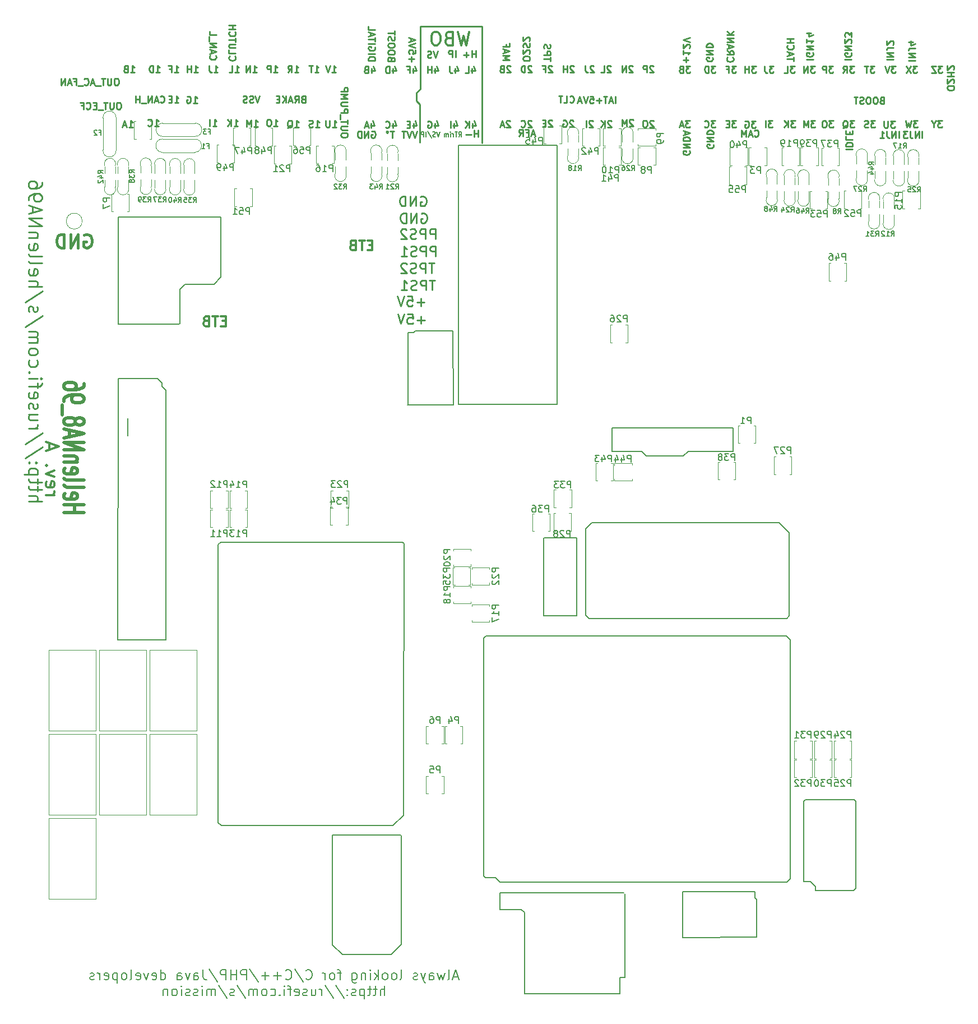
<source format=gbo>
G04 #@! TF.GenerationSoftware,KiCad,Pcbnew,(5.99.0-10559-g8513ca974c)*
G04 #@! TF.CreationDate,2021-11-01T12:15:16+02:00*
G04 #@! TF.ProjectId,hellen64_NA8_96,68656c6c-656e-4363-945f-4e41385f3936,a*
G04 #@! TF.SameCoordinates,PX141ef50PYa2cc1bc*
G04 #@! TF.FileFunction,Legend,Bot*
G04 #@! TF.FilePolarity,Positive*
%FSLAX46Y46*%
G04 Gerber Fmt 4.6, Leading zero omitted, Abs format (unit mm)*
G04 Created by KiCad (PCBNEW (5.99.0-10559-g8513ca974c)) date 2021-11-01 12:15:16*
%MOMM*%
%LPD*%
G01*
G04 APERTURE LIST*
%ADD10C,0.250000*%
%ADD11C,0.223520*%
%ADD12C,0.350000*%
%ADD13C,0.375000*%
%ADD14C,0.150000*%
%ADD15C,0.500000*%
%ADD16C,0.200000*%
%ADD17C,0.400000*%
%ADD18C,0.300000*%
%ADD19C,0.127000*%
%ADD20C,0.099060*%
%ADD21C,0.120000*%
G04 APERTURE END LIST*
D10*
X60075000Y150375000D02*
X60075000Y140975000D01*
X59475000Y140375000D02*
X59475000Y139175000D01*
X69375000Y132775000D02*
X69375000Y150375000D01*
X59475000Y139175000D02*
X59975000Y138675000D01*
X60075000Y140975000D02*
X59475000Y140375000D01*
X59975000Y138675000D02*
X59975000Y132875000D01*
X69375000Y150375000D02*
X60075000Y150375000D01*
D11*
X22971013Y138870721D02*
X23551584Y138870721D01*
X23261299Y138870721D02*
X23261299Y139886721D01*
X23358060Y139741579D01*
X23454822Y139644817D01*
X23551584Y139596436D01*
X22535584Y139402912D02*
X22196918Y139402912D01*
X22051775Y138870721D02*
X22535584Y138870721D01*
X22535584Y139886721D01*
X22051775Y139886721D01*
X125611666Y144431381D02*
X124982714Y144431381D01*
X125321380Y144044334D01*
X125176238Y144044334D01*
X125079476Y143995953D01*
X125031095Y143947572D01*
X124982714Y143850810D01*
X124982714Y143608905D01*
X125031095Y143512143D01*
X125079476Y143463762D01*
X125176238Y143415381D01*
X125466523Y143415381D01*
X125563285Y143463762D01*
X125611666Y143512143D01*
X123966714Y143415381D02*
X124305380Y143899191D01*
X124547285Y143415381D02*
X124547285Y144431381D01*
X124160238Y144431381D01*
X124063476Y144383000D01*
X124015095Y144334620D01*
X123966714Y144237858D01*
X123966714Y144092715D01*
X124015095Y143995953D01*
X124063476Y143947572D01*
X124160238Y143899191D01*
X124547285Y143899191D01*
D12*
X67479761Y149570239D02*
X67003571Y147570239D01*
X66622619Y148998810D01*
X66241666Y147570239D01*
X65765476Y149570239D01*
X64336904Y148617858D02*
X64051190Y148522620D01*
X63955952Y148427381D01*
X63860714Y148236905D01*
X63860714Y147951191D01*
X63955952Y147760715D01*
X64051190Y147665477D01*
X64241666Y147570239D01*
X65003571Y147570239D01*
X65003571Y149570239D01*
X64336904Y149570239D01*
X64146428Y149475000D01*
X64051190Y149379762D01*
X63955952Y149189286D01*
X63955952Y148998810D01*
X64051190Y148808334D01*
X64146428Y148713096D01*
X64336904Y148617858D01*
X65003571Y148617858D01*
X62622619Y149570239D02*
X62241666Y149570239D01*
X62051190Y149475000D01*
X61860714Y149284524D01*
X61765476Y148903572D01*
X61765476Y148236905D01*
X61860714Y147855953D01*
X62051190Y147665477D01*
X62241666Y147570239D01*
X62622619Y147570239D01*
X62813095Y147665477D01*
X63003571Y147855953D01*
X63098809Y148236905D01*
X63098809Y148903572D01*
X63003571Y149284524D01*
X62813095Y149475000D01*
X62622619Y149570239D01*
D11*
X62697476Y146681381D02*
X62358809Y145665381D01*
X62020142Y146681381D01*
X61729857Y145713762D02*
X61584714Y145665381D01*
X61342809Y145665381D01*
X61246047Y145713762D01*
X61197666Y145762143D01*
X61149285Y145858905D01*
X61149285Y145955667D01*
X61197666Y146052429D01*
X61246047Y146100810D01*
X61342809Y146149191D01*
X61536333Y146197572D01*
X61633095Y146245953D01*
X61681476Y146294334D01*
X61729857Y146391096D01*
X61729857Y146487858D01*
X61681476Y146584620D01*
X61633095Y146633000D01*
X61536333Y146681381D01*
X61294428Y146681381D01*
X61149285Y146633000D01*
X106463822Y145711198D02*
X106415441Y145662817D01*
X106367060Y145517674D01*
X106367060Y145420912D01*
X106415441Y145275769D01*
X106512203Y145179007D01*
X106608965Y145130626D01*
X106802489Y145082245D01*
X106947632Y145082245D01*
X107141156Y145130626D01*
X107237918Y145179007D01*
X107334680Y145275769D01*
X107383060Y145420912D01*
X107383060Y145517674D01*
X107334680Y145662817D01*
X107286299Y145711198D01*
X106367060Y146727198D02*
X106850870Y146388531D01*
X106367060Y146146626D02*
X107383060Y146146626D01*
X107383060Y146533674D01*
X107334680Y146630436D01*
X107286299Y146678817D01*
X107189537Y146727198D01*
X107044394Y146727198D01*
X106947632Y146678817D01*
X106899251Y146630436D01*
X106850870Y146533674D01*
X106850870Y146146626D01*
X106657346Y147114245D02*
X106657346Y147598055D01*
X106367060Y147017483D02*
X107383060Y147356150D01*
X106367060Y147694817D01*
X106367060Y148033483D02*
X107383060Y148033483D01*
X106367060Y148614055D01*
X107383060Y148614055D01*
X106367060Y149097864D02*
X107383060Y149097864D01*
X106367060Y149678436D02*
X106947632Y149243007D01*
X107383060Y149678436D02*
X106802489Y149097864D01*
X59026904Y144017715D02*
X59026904Y143340381D01*
X59268809Y144404762D02*
X59510714Y143679048D01*
X58881761Y143679048D01*
X58156047Y143872572D02*
X58494714Y143872572D01*
X58494714Y143340381D02*
X58494714Y144356381D01*
X58010904Y144356381D01*
D10*
X62398108Y115726769D02*
X62398108Y117226769D01*
X61826680Y117226769D01*
X61683822Y117155340D01*
X61612394Y117083912D01*
X61540965Y116941055D01*
X61540965Y116726769D01*
X61612394Y116583912D01*
X61683822Y116512483D01*
X61826680Y116441055D01*
X62398108Y116441055D01*
X60898108Y115726769D02*
X60898108Y117226769D01*
X60326680Y117226769D01*
X60183822Y117155340D01*
X60112394Y117083912D01*
X60040965Y116941055D01*
X60040965Y116726769D01*
X60112394Y116583912D01*
X60183822Y116512483D01*
X60326680Y116441055D01*
X60898108Y116441055D01*
X59469537Y115798198D02*
X59255251Y115726769D01*
X58898108Y115726769D01*
X58755251Y115798198D01*
X58683822Y115869626D01*
X58612394Y116012483D01*
X58612394Y116155340D01*
X58683822Y116298198D01*
X58755251Y116369626D01*
X58898108Y116441055D01*
X59183822Y116512483D01*
X59326680Y116583912D01*
X59398108Y116655340D01*
X59469537Y116798198D01*
X59469537Y116941055D01*
X59398108Y117083912D01*
X59326680Y117155340D01*
X59183822Y117226769D01*
X58826680Y117226769D01*
X58612394Y117155340D01*
X57183822Y115726769D02*
X58040965Y115726769D01*
X57612394Y115726769D02*
X57612394Y117226769D01*
X57755251Y117012483D01*
X57898108Y116869626D01*
X58040965Y116798198D01*
D11*
X42365156Y139427912D02*
X42220013Y139379531D01*
X42171632Y139331150D01*
X42123251Y139234388D01*
X42123251Y139089245D01*
X42171632Y138992483D01*
X42220013Y138944102D01*
X42316775Y138895721D01*
X42703822Y138895721D01*
X42703822Y139911721D01*
X42365156Y139911721D01*
X42268394Y139863340D01*
X42220013Y139814960D01*
X42171632Y139718198D01*
X42171632Y139621436D01*
X42220013Y139524674D01*
X42268394Y139476293D01*
X42365156Y139427912D01*
X42703822Y139427912D01*
X41107251Y138895721D02*
X41445918Y139379531D01*
X41687822Y138895721D02*
X41687822Y139911721D01*
X41300775Y139911721D01*
X41204013Y139863340D01*
X41155632Y139814960D01*
X41107251Y139718198D01*
X41107251Y139573055D01*
X41155632Y139476293D01*
X41204013Y139427912D01*
X41300775Y139379531D01*
X41687822Y139379531D01*
X40720203Y139186007D02*
X40236394Y139186007D01*
X40816965Y138895721D02*
X40478299Y139911721D01*
X40139632Y138895721D01*
X39800965Y138895721D02*
X39800965Y139911721D01*
X39220394Y138895721D02*
X39655822Y139476293D01*
X39220394Y139911721D02*
X39800965Y139331150D01*
X38784965Y139427912D02*
X38446299Y139427912D01*
X38301156Y138895721D02*
X38784965Y138895721D01*
X38784965Y139911721D01*
X38301156Y139911721D01*
X122460857Y136176381D02*
X121831904Y136176381D01*
X122170571Y135789334D01*
X122025428Y135789334D01*
X121928666Y135740953D01*
X121880285Y135692572D01*
X121831904Y135595810D01*
X121831904Y135353905D01*
X121880285Y135257143D01*
X121928666Y135208762D01*
X122025428Y135160381D01*
X122315714Y135160381D01*
X122412476Y135208762D01*
X122460857Y135257143D01*
X121202952Y136176381D02*
X121009428Y136176381D01*
X120912666Y136128000D01*
X120815904Y136031239D01*
X120767523Y135837715D01*
X120767523Y135499048D01*
X120815904Y135305524D01*
X120912666Y135208762D01*
X121009428Y135160381D01*
X121202952Y135160381D01*
X121299714Y135208762D01*
X121396476Y135305524D01*
X121444857Y135499048D01*
X121444857Y135837715D01*
X121396476Y136031239D01*
X121299714Y136128000D01*
X121202952Y136176381D01*
X37943584Y135345721D02*
X38524156Y135345721D01*
X38233870Y135345721D02*
X38233870Y136361721D01*
X38330632Y136216579D01*
X38427394Y136119817D01*
X38524156Y136071436D01*
X37314632Y136361721D02*
X37121108Y136361721D01*
X37024346Y136313340D01*
X36927584Y136216579D01*
X36879203Y136023055D01*
X36879203Y135684388D01*
X36927584Y135490864D01*
X37024346Y135394102D01*
X37121108Y135345721D01*
X37314632Y135345721D01*
X37411394Y135394102D01*
X37508156Y135490864D01*
X37556537Y135684388D01*
X37556537Y136023055D01*
X37508156Y136216579D01*
X37411394Y136313340D01*
X37314632Y136361721D01*
D13*
X30694537Y105937483D02*
X30194537Y105937483D01*
X29980251Y105151769D02*
X30694537Y105151769D01*
X30694537Y106651769D01*
X29980251Y106651769D01*
X29551680Y106651769D02*
X28694537Y106651769D01*
X29123108Y105151769D02*
X29123108Y106651769D01*
X27694537Y105937483D02*
X27480251Y105866055D01*
X27408822Y105794626D01*
X27337394Y105651769D01*
X27337394Y105437483D01*
X27408822Y105294626D01*
X27480251Y105223198D01*
X27623108Y105151769D01*
X28194537Y105151769D01*
X28194537Y106651769D01*
X27694537Y106651769D01*
X27551680Y106580340D01*
X27480251Y106508912D01*
X27408822Y106366055D01*
X27408822Y106223198D01*
X27480251Y106080340D01*
X27551680Y106008912D01*
X27694537Y105937483D01*
X28194537Y105937483D01*
D11*
X89524156Y138820721D02*
X89524156Y139836721D01*
X89088727Y139111007D02*
X88604918Y139111007D01*
X89185489Y138820721D02*
X88846822Y139836721D01*
X88508156Y138820721D01*
X88314632Y139836721D02*
X87734060Y139836721D01*
X88024346Y138820721D02*
X88024346Y139836721D01*
X32095952Y143465381D02*
X32676523Y143465381D01*
X32386238Y143465381D02*
X32386238Y144481381D01*
X32483000Y144336239D01*
X32579761Y144239477D01*
X32676523Y144191096D01*
X31176714Y143465381D02*
X31660523Y143465381D01*
X31660523Y144481381D01*
X113425714Y144431381D02*
X112796761Y144431381D01*
X113135428Y144044334D01*
X112990285Y144044334D01*
X112893523Y143995953D01*
X112845142Y143947572D01*
X112796761Y143850810D01*
X112796761Y143608905D01*
X112845142Y143512143D01*
X112893523Y143463762D01*
X112990285Y143415381D01*
X113280571Y143415381D01*
X113377333Y143463762D01*
X113425714Y143512143D01*
X112071047Y144431381D02*
X112071047Y143705667D01*
X112119428Y143560524D01*
X112216190Y143463762D01*
X112361333Y143415381D01*
X112458095Y143415381D01*
X125635857Y136176381D02*
X125006904Y136176381D01*
X125345571Y135789334D01*
X125200428Y135789334D01*
X125103666Y135740953D01*
X125055285Y135692572D01*
X125006904Y135595810D01*
X125006904Y135353905D01*
X125055285Y135257143D01*
X125103666Y135208762D01*
X125200428Y135160381D01*
X125490714Y135160381D01*
X125587476Y135208762D01*
X125635857Y135257143D01*
X123894142Y135063620D02*
X123990904Y135112000D01*
X124087666Y135208762D01*
X124232809Y135353905D01*
X124329571Y135402286D01*
X124426333Y135402286D01*
X124377952Y135160381D02*
X124474714Y135208762D01*
X124571476Y135305524D01*
X124619857Y135499048D01*
X124619857Y135837715D01*
X124571476Y136031239D01*
X124474714Y136128000D01*
X124377952Y136176381D01*
X124184428Y136176381D01*
X124087666Y136128000D01*
X123990904Y136031239D01*
X123942523Y135837715D01*
X123942523Y135499048D01*
X123990904Y135305524D01*
X124087666Y135208762D01*
X124184428Y135160381D01*
X124377952Y135160381D01*
X35807965Y139911721D02*
X35469299Y138895721D01*
X35130632Y139911721D01*
X34840346Y138944102D02*
X34695203Y138895721D01*
X34453299Y138895721D01*
X34356537Y138944102D01*
X34308156Y138992483D01*
X34259775Y139089245D01*
X34259775Y139186007D01*
X34308156Y139282769D01*
X34356537Y139331150D01*
X34453299Y139379531D01*
X34646822Y139427912D01*
X34743584Y139476293D01*
X34791965Y139524674D01*
X34840346Y139621436D01*
X34840346Y139718198D01*
X34791965Y139814960D01*
X34743584Y139863340D01*
X34646822Y139911721D01*
X34404918Y139911721D01*
X34259775Y139863340D01*
X33872727Y138944102D02*
X33727584Y138895721D01*
X33485680Y138895721D01*
X33388918Y138944102D01*
X33340537Y138992483D01*
X33292156Y139089245D01*
X33292156Y139186007D01*
X33340537Y139282769D01*
X33388918Y139331150D01*
X33485680Y139379531D01*
X33679203Y139427912D01*
X33775965Y139476293D01*
X33824346Y139524674D01*
X33872727Y139621436D01*
X33872727Y139718198D01*
X33824346Y139814960D01*
X33775965Y139863340D01*
X33679203Y139911721D01*
X33437299Y139911721D01*
X33292156Y139863340D01*
X20127714Y143465381D02*
X20708285Y143465381D01*
X20418000Y143465381D02*
X20418000Y144481381D01*
X20514761Y144336239D01*
X20611523Y144239477D01*
X20708285Y144191096D01*
X19692285Y143465381D02*
X19692285Y144481381D01*
X19450380Y144481381D01*
X19305238Y144433000D01*
X19208476Y144336239D01*
X19160095Y144239477D01*
X19111714Y144045953D01*
X19111714Y143900810D01*
X19160095Y143707286D01*
X19208476Y143610524D01*
X19305238Y143513762D01*
X19450380Y143465381D01*
X19692285Y143465381D01*
X82660489Y138992483D02*
X82708870Y138944102D01*
X82854013Y138895721D01*
X82950775Y138895721D01*
X83095918Y138944102D01*
X83192680Y139040864D01*
X83241060Y139137626D01*
X83289441Y139331150D01*
X83289441Y139476293D01*
X83241060Y139669817D01*
X83192680Y139766579D01*
X83095918Y139863340D01*
X82950775Y139911721D01*
X82854013Y139911721D01*
X82708870Y139863340D01*
X82660489Y139814960D01*
X81741251Y138895721D02*
X82225060Y138895721D01*
X82225060Y139911721D01*
X81547727Y139911721D02*
X80967156Y139911721D01*
X81257441Y138895721D02*
X81257441Y139911721D01*
X56129013Y134611721D02*
X55548441Y134611721D01*
X55838727Y133595721D02*
X55838727Y134611721D01*
X55064632Y134611721D02*
X55161394Y134563340D01*
X55209775Y134466579D01*
X55161394Y134369817D01*
X55064632Y134321436D01*
X54967870Y134369817D01*
X54919489Y134466579D01*
X54967870Y134563340D01*
X55064632Y134611721D01*
X100846666Y144431381D02*
X100217714Y144431381D01*
X100556380Y144044334D01*
X100411238Y144044334D01*
X100314476Y143995953D01*
X100266095Y143947572D01*
X100217714Y143850810D01*
X100217714Y143608905D01*
X100266095Y143512143D01*
X100314476Y143463762D01*
X100411238Y143415381D01*
X100701523Y143415381D01*
X100798285Y143463762D01*
X100846666Y143512143D01*
X99443619Y143947572D02*
X99298476Y143899191D01*
X99250095Y143850810D01*
X99201714Y143754048D01*
X99201714Y143608905D01*
X99250095Y143512143D01*
X99298476Y143463762D01*
X99395238Y143415381D01*
X99782285Y143415381D01*
X99782285Y144431381D01*
X99443619Y144431381D01*
X99346857Y144383000D01*
X99298476Y144334620D01*
X99250095Y144237858D01*
X99250095Y144141096D01*
X99298476Y144044334D01*
X99346857Y143995953D01*
X99443619Y143947572D01*
X99782285Y143947572D01*
X67989476Y135762715D02*
X67989476Y135085381D01*
X68231380Y136149762D02*
X68473285Y135424048D01*
X67844333Y135424048D01*
X67457285Y135085381D02*
X67457285Y136101381D01*
X66876714Y135085381D02*
X67312142Y135665953D01*
X66876714Y136101381D02*
X67457285Y135520810D01*
D14*
X63026680Y134518436D02*
X62793346Y133718436D01*
X62560013Y134518436D01*
X62360013Y133756531D02*
X62260013Y133718436D01*
X62093346Y133718436D01*
X62026680Y133756531D01*
X61993346Y133794626D01*
X61960013Y133870817D01*
X61960013Y133947007D01*
X61993346Y134023198D01*
X62026680Y134061293D01*
X62093346Y134099388D01*
X62226680Y134137483D01*
X62293346Y134175579D01*
X62326680Y134213674D01*
X62360013Y134289864D01*
X62360013Y134366055D01*
X62326680Y134442245D01*
X62293346Y134480340D01*
X62226680Y134518436D01*
X62060013Y134518436D01*
X61960013Y134480340D01*
X61160013Y134556531D02*
X61760013Y133527960D01*
X60926680Y133718436D02*
X60926680Y134518436D01*
X60593346Y133718436D02*
X60593346Y134518436D01*
X60326680Y134518436D01*
X60260013Y134480340D01*
X60226680Y134442245D01*
X60193346Y134366055D01*
X60193346Y134251769D01*
X60226680Y134175579D01*
X60260013Y134137483D01*
X60326680Y134099388D01*
X60593346Y134099388D01*
D11*
X104334680Y132581245D02*
X104383060Y132484483D01*
X104383060Y132339340D01*
X104334680Y132194198D01*
X104237918Y132097436D01*
X104141156Y132049055D01*
X103947632Y132000674D01*
X103802489Y132000674D01*
X103608965Y132049055D01*
X103512203Y132097436D01*
X103415441Y132194198D01*
X103367060Y132339340D01*
X103367060Y132436102D01*
X103415441Y132581245D01*
X103463822Y132629626D01*
X103802489Y132629626D01*
X103802489Y132436102D01*
X103367060Y133065055D02*
X104383060Y133065055D01*
X103367060Y133645626D01*
X104383060Y133645626D01*
X103367060Y134129436D02*
X104383060Y134129436D01*
X104383060Y134371340D01*
X104334680Y134516483D01*
X104237918Y134613245D01*
X104141156Y134661626D01*
X103947632Y134710007D01*
X103802489Y134710007D01*
X103608965Y134661626D01*
X103512203Y134613245D01*
X103415441Y134516483D01*
X103367060Y134371340D01*
X103367060Y134129436D01*
X104234680Y145706245D02*
X104283060Y145609483D01*
X104283060Y145464340D01*
X104234680Y145319198D01*
X104137918Y145222436D01*
X104041156Y145174055D01*
X103847632Y145125674D01*
X103702489Y145125674D01*
X103508965Y145174055D01*
X103412203Y145222436D01*
X103315441Y145319198D01*
X103267060Y145464340D01*
X103267060Y145561102D01*
X103315441Y145706245D01*
X103363822Y145754626D01*
X103702489Y145754626D01*
X103702489Y145561102D01*
X103267060Y146190055D02*
X104283060Y146190055D01*
X103267060Y146770626D01*
X104283060Y146770626D01*
X103267060Y147254436D02*
X104283060Y147254436D01*
X104283060Y147496340D01*
X104234680Y147641483D01*
X104137918Y147738245D01*
X104041156Y147786626D01*
X103847632Y147835007D01*
X103702489Y147835007D01*
X103508965Y147786626D01*
X103412203Y147738245D01*
X103315441Y147641483D01*
X103267060Y147496340D01*
X103267060Y147254436D01*
X116483060Y145189436D02*
X116483060Y145770007D01*
X115467060Y145479721D02*
X116483060Y145479721D01*
X115757346Y146060293D02*
X115757346Y146544102D01*
X115467060Y145963531D02*
X116483060Y146302198D01*
X115467060Y146640864D01*
X115563822Y147560102D02*
X115515441Y147511721D01*
X115467060Y147366579D01*
X115467060Y147269817D01*
X115515441Y147124674D01*
X115612203Y147027912D01*
X115708965Y146979531D01*
X115902489Y146931150D01*
X116047632Y146931150D01*
X116241156Y146979531D01*
X116337918Y147027912D01*
X116434680Y147124674D01*
X116483060Y147269817D01*
X116483060Y147366579D01*
X116434680Y147511721D01*
X116386299Y147560102D01*
X115467060Y147995531D02*
X116483060Y147995531D01*
X115999251Y147995531D02*
X115999251Y148576102D01*
X115467060Y148576102D02*
X116483060Y148576102D01*
X52725775Y134563340D02*
X52822537Y134611721D01*
X52967680Y134611721D01*
X53112822Y134563340D01*
X53209584Y134466579D01*
X53257965Y134369817D01*
X53306346Y134176293D01*
X53306346Y134031150D01*
X53257965Y133837626D01*
X53209584Y133740864D01*
X53112822Y133644102D01*
X52967680Y133595721D01*
X52870918Y133595721D01*
X52725775Y133644102D01*
X52677394Y133692483D01*
X52677394Y134031150D01*
X52870918Y134031150D01*
X52241965Y133595721D02*
X52241965Y134611721D01*
X51661394Y133595721D01*
X51661394Y134611721D01*
X51177584Y133595721D02*
X51177584Y134611721D01*
X50935680Y134611721D01*
X50790537Y134563340D01*
X50693775Y134466579D01*
X50645394Y134369817D01*
X50597013Y134176293D01*
X50597013Y134031150D01*
X50645394Y133837626D01*
X50693775Y133740864D01*
X50790537Y133644102D01*
X50935680Y133595721D01*
X51177584Y133595721D01*
D10*
X62233822Y114651769D02*
X61376680Y114651769D01*
X61805251Y113151769D02*
X61805251Y114651769D01*
X60876680Y113151769D02*
X60876680Y114651769D01*
X60305251Y114651769D01*
X60162394Y114580340D01*
X60090965Y114508912D01*
X60019537Y114366055D01*
X60019537Y114151769D01*
X60090965Y114008912D01*
X60162394Y113937483D01*
X60305251Y113866055D01*
X60876680Y113866055D01*
X59448108Y113223198D02*
X59233822Y113151769D01*
X58876680Y113151769D01*
X58733822Y113223198D01*
X58662394Y113294626D01*
X58590965Y113437483D01*
X58590965Y113580340D01*
X58662394Y113723198D01*
X58733822Y113794626D01*
X58876680Y113866055D01*
X59162394Y113937483D01*
X59305251Y114008912D01*
X59376680Y114080340D01*
X59448108Y114223198D01*
X59448108Y114366055D01*
X59376680Y114508912D01*
X59305251Y114580340D01*
X59162394Y114651769D01*
X58805251Y114651769D01*
X58590965Y114580340D01*
X58019537Y114508912D02*
X57948108Y114580340D01*
X57805251Y114651769D01*
X57448108Y114651769D01*
X57305251Y114580340D01*
X57233822Y114508912D01*
X57162394Y114366055D01*
X57162394Y114223198D01*
X57233822Y114008912D01*
X58090965Y113151769D01*
X57162394Y113151769D01*
D11*
X128762476Y136176381D02*
X128133523Y136176381D01*
X128472190Y135789334D01*
X128327047Y135789334D01*
X128230285Y135740953D01*
X128181904Y135692572D01*
X128133523Y135595810D01*
X128133523Y135353905D01*
X128181904Y135257143D01*
X128230285Y135208762D01*
X128327047Y135160381D01*
X128617333Y135160381D01*
X128714095Y135208762D01*
X128762476Y135257143D01*
X127746476Y135208762D02*
X127601333Y135160381D01*
X127359428Y135160381D01*
X127262666Y135208762D01*
X127214285Y135257143D01*
X127165904Y135353905D01*
X127165904Y135450667D01*
X127214285Y135547429D01*
X127262666Y135595810D01*
X127359428Y135644191D01*
X127552952Y135692572D01*
X127649714Y135740953D01*
X127698095Y135789334D01*
X127746476Y135886096D01*
X127746476Y135982858D01*
X127698095Y136079620D01*
X127649714Y136128000D01*
X127552952Y136176381D01*
X127311047Y136176381D01*
X127165904Y136128000D01*
X135209238Y136176381D02*
X134580285Y136176381D01*
X134918952Y135789334D01*
X134773809Y135789334D01*
X134677047Y135740953D01*
X134628666Y135692572D01*
X134580285Y135595810D01*
X134580285Y135353905D01*
X134628666Y135257143D01*
X134677047Y135208762D01*
X134773809Y135160381D01*
X135064095Y135160381D01*
X135160857Y135208762D01*
X135209238Y135257143D01*
X134241619Y136176381D02*
X133999714Y135160381D01*
X133806190Y135886096D01*
X133612666Y135160381D01*
X133370761Y136176381D01*
X116721666Y136176381D02*
X116092714Y136176381D01*
X116431380Y135789334D01*
X116286238Y135789334D01*
X116189476Y135740953D01*
X116141095Y135692572D01*
X116092714Y135595810D01*
X116092714Y135353905D01*
X116141095Y135257143D01*
X116189476Y135208762D01*
X116286238Y135160381D01*
X116576523Y135160381D01*
X116673285Y135208762D01*
X116721666Y135257143D01*
X115657285Y135160381D02*
X115657285Y136176381D01*
X115076714Y135160381D02*
X115512142Y135740953D01*
X115076714Y136176381D02*
X115657285Y135595810D01*
X83257476Y144384620D02*
X83209095Y144433000D01*
X83112333Y144481381D01*
X82870428Y144481381D01*
X82773666Y144433000D01*
X82725285Y144384620D01*
X82676904Y144287858D01*
X82676904Y144191096D01*
X82725285Y144045953D01*
X83305857Y143465381D01*
X82676904Y143465381D01*
X82241476Y143465381D02*
X82241476Y144481381D01*
X82241476Y143997572D02*
X81660904Y143997572D01*
X81660904Y143465381D02*
X81660904Y144481381D01*
X135904727Y133545721D02*
X135904727Y134561721D01*
X135420918Y133545721D02*
X135420918Y134561721D01*
X134840346Y133545721D01*
X134840346Y134561721D01*
X134066251Y134561721D02*
X134066251Y133836007D01*
X134114632Y133690864D01*
X134211394Y133594102D01*
X134356537Y133545721D01*
X134453299Y133545721D01*
X133679203Y134561721D02*
X133050251Y134561721D01*
X133388918Y134174674D01*
X133243775Y134174674D01*
X133147013Y134126293D01*
X133098632Y134077912D01*
X133050251Y133981150D01*
X133050251Y133739245D01*
X133098632Y133642483D01*
X133147013Y133594102D01*
X133243775Y133545721D01*
X133534060Y133545721D01*
X133630822Y133594102D01*
X133679203Y133642483D01*
X110746666Y136131381D02*
X110117714Y136131381D01*
X110456380Y135744334D01*
X110311238Y135744334D01*
X110214476Y135695953D01*
X110166095Y135647572D01*
X110117714Y135550810D01*
X110117714Y135308905D01*
X110166095Y135212143D01*
X110214476Y135163762D01*
X110311238Y135115381D01*
X110601523Y135115381D01*
X110698285Y135163762D01*
X110746666Y135212143D01*
X109150095Y136083000D02*
X109246857Y136131381D01*
X109392000Y136131381D01*
X109537142Y136083000D01*
X109633904Y135986239D01*
X109682285Y135889477D01*
X109730666Y135695953D01*
X109730666Y135550810D01*
X109682285Y135357286D01*
X109633904Y135260524D01*
X109537142Y135163762D01*
X109392000Y135115381D01*
X109295238Y135115381D01*
X109150095Y135163762D01*
X109101714Y135212143D01*
X109101714Y135550810D01*
X109295238Y135550810D01*
X58729108Y145088626D02*
X58729108Y145862721D01*
X58342060Y145475674D02*
X59116156Y145475674D01*
X59358060Y146830340D02*
X59358060Y146346531D01*
X58874251Y146298150D01*
X58922632Y146346531D01*
X58971013Y146443293D01*
X58971013Y146685198D01*
X58922632Y146781960D01*
X58874251Y146830340D01*
X58777489Y146878721D01*
X58535584Y146878721D01*
X58438822Y146830340D01*
X58390441Y146781960D01*
X58342060Y146685198D01*
X58342060Y146443293D01*
X58390441Y146346531D01*
X58438822Y146298150D01*
X59358060Y147169007D02*
X58342060Y147507674D01*
X59358060Y147846340D01*
X58632346Y148136626D02*
X58632346Y148620436D01*
X58342060Y148039864D02*
X59358060Y148378531D01*
X58342060Y148717198D01*
X44136761Y143465381D02*
X44717333Y143465381D01*
X44427047Y143465381D02*
X44427047Y144481381D01*
X44523809Y144336239D01*
X44620571Y144239477D01*
X44717333Y144191096D01*
X43846476Y144481381D02*
X43265904Y144481381D01*
X43556190Y143465381D02*
X43556190Y144481381D01*
X119719238Y136176381D02*
X119090285Y136176381D01*
X119428952Y135789334D01*
X119283809Y135789334D01*
X119187047Y135740953D01*
X119138666Y135692572D01*
X119090285Y135595810D01*
X119090285Y135353905D01*
X119138666Y135257143D01*
X119187047Y135208762D01*
X119283809Y135160381D01*
X119574095Y135160381D01*
X119670857Y135208762D01*
X119719238Y135257143D01*
X118654857Y135160381D02*
X118654857Y136176381D01*
X118316190Y135450667D01*
X117977523Y136176381D01*
X117977523Y135160381D01*
D15*
X6244537Y77043436D02*
X9244537Y77043436D01*
X7815965Y77043436D02*
X7815965Y78186293D01*
X6244537Y78186293D02*
X9244537Y78186293D01*
X6387394Y79900579D02*
X6244537Y79710102D01*
X6244537Y79329150D01*
X6387394Y79138674D01*
X6673108Y79043436D01*
X7815965Y79043436D01*
X8101680Y79138674D01*
X8244537Y79329150D01*
X8244537Y79710102D01*
X8101680Y79900579D01*
X7815965Y79995817D01*
X7530251Y79995817D01*
X7244537Y79043436D01*
X6244537Y81138674D02*
X6387394Y80948198D01*
X6673108Y80852960D01*
X9244537Y80852960D01*
X6244537Y82186293D02*
X6387394Y81995817D01*
X6673108Y81900579D01*
X9244537Y81900579D01*
X6387394Y83710102D02*
X6244537Y83519626D01*
X6244537Y83138674D01*
X6387394Y82948198D01*
X6673108Y82852960D01*
X7815965Y82852960D01*
X8101680Y82948198D01*
X8244537Y83138674D01*
X8244537Y83519626D01*
X8101680Y83710102D01*
X7815965Y83805340D01*
X7530251Y83805340D01*
X7244537Y82852960D01*
X8244537Y84662483D02*
X6244537Y84662483D01*
X7958822Y84662483D02*
X8101680Y84757721D01*
X8244537Y84948198D01*
X8244537Y85233912D01*
X8101680Y85424388D01*
X7815965Y85519626D01*
X6244537Y85519626D01*
X6244537Y86472007D02*
X9244537Y86472007D01*
X6244537Y87614864D01*
X9244537Y87614864D01*
X7101680Y88472007D02*
X7101680Y89424388D01*
X6244537Y88281531D02*
X9244537Y88948198D01*
X6244537Y89614864D01*
X7958822Y90567245D02*
X8101680Y90376769D01*
X8244537Y90281531D01*
X8530251Y90186293D01*
X8673108Y90186293D01*
X8958822Y90281531D01*
X9101680Y90376769D01*
X9244537Y90567245D01*
X9244537Y90948198D01*
X9101680Y91138674D01*
X8958822Y91233912D01*
X8673108Y91329150D01*
X8530251Y91329150D01*
X8244537Y91233912D01*
X8101680Y91138674D01*
X7958822Y90948198D01*
X7958822Y90567245D01*
X7815965Y90376769D01*
X7673108Y90281531D01*
X7387394Y90186293D01*
X6815965Y90186293D01*
X6530251Y90281531D01*
X6387394Y90376769D01*
X6244537Y90567245D01*
X6244537Y90948198D01*
X6387394Y91138674D01*
X6530251Y91233912D01*
X6815965Y91329150D01*
X7387394Y91329150D01*
X7673108Y91233912D01*
X7815965Y91138674D01*
X7958822Y90948198D01*
X5958822Y91710102D02*
X5958822Y93233912D01*
X6244537Y93805340D02*
X6244537Y94186293D01*
X6387394Y94376769D01*
X6530251Y94472007D01*
X6958822Y94662483D01*
X7530251Y94757721D01*
X8673108Y94757721D01*
X8958822Y94662483D01*
X9101680Y94567245D01*
X9244537Y94376769D01*
X9244537Y93995817D01*
X9101680Y93805340D01*
X8958822Y93710102D01*
X8673108Y93614864D01*
X7958822Y93614864D01*
X7673108Y93710102D01*
X7530251Y93805340D01*
X7387394Y93995817D01*
X7387394Y94376769D01*
X7530251Y94567245D01*
X7673108Y94662483D01*
X7958822Y94757721D01*
X9244537Y96472007D02*
X9244537Y96091055D01*
X9101680Y95900579D01*
X8958822Y95805340D01*
X8530251Y95614864D01*
X7958822Y95519626D01*
X6815965Y95519626D01*
X6530251Y95614864D01*
X6387394Y95710102D01*
X6244537Y95900579D01*
X6244537Y96281531D01*
X6387394Y96472007D01*
X6530251Y96567245D01*
X6815965Y96662483D01*
X7530251Y96662483D01*
X7815965Y96567245D01*
X7958822Y96472007D01*
X8101680Y96281531D01*
X8101680Y95900579D01*
X7958822Y95710102D01*
X7815965Y95614864D01*
X7530251Y95519626D01*
D10*
X60730251Y106073198D02*
X59587394Y106073198D01*
X60158822Y105501769D02*
X60158822Y106644626D01*
X58158822Y107001769D02*
X58873108Y107001769D01*
X58944537Y106287483D01*
X58873108Y106358912D01*
X58730251Y106430340D01*
X58373108Y106430340D01*
X58230251Y106358912D01*
X58158822Y106287483D01*
X58087394Y106144626D01*
X58087394Y105787483D01*
X58158822Y105644626D01*
X58230251Y105573198D01*
X58373108Y105501769D01*
X58730251Y105501769D01*
X58873108Y105573198D01*
X58944537Y105644626D01*
X57658822Y107001769D02*
X57158822Y105501769D01*
X56658822Y107001769D01*
D11*
X79733060Y145198245D02*
X79733060Y145778817D01*
X78717060Y145488531D02*
X79733060Y145488531D01*
X78717060Y146117483D02*
X79733060Y146117483D01*
X79733060Y146504531D01*
X79684680Y146601293D01*
X79636299Y146649674D01*
X79539537Y146698055D01*
X79394394Y146698055D01*
X79297632Y146649674D01*
X79249251Y146601293D01*
X79200870Y146504531D01*
X79200870Y146117483D01*
X78765441Y147085102D02*
X78717060Y147230245D01*
X78717060Y147472150D01*
X78765441Y147568912D01*
X78813822Y147617293D01*
X78910584Y147665674D01*
X79007346Y147665674D01*
X79104108Y147617293D01*
X79152489Y147568912D01*
X79200870Y147472150D01*
X79249251Y147278626D01*
X79297632Y147181864D01*
X79346013Y147133483D01*
X79442775Y147085102D01*
X79539537Y147085102D01*
X79636299Y147133483D01*
X79684680Y147181864D01*
X79733060Y147278626D01*
X79733060Y147520531D01*
X79684680Y147665674D01*
X62274476Y135762715D02*
X62274476Y135085381D01*
X62516380Y136149762D02*
X62758285Y135424048D01*
X62129333Y135424048D01*
X61210095Y136053000D02*
X61306857Y136101381D01*
X61452000Y136101381D01*
X61597142Y136053000D01*
X61693904Y135956239D01*
X61742285Y135859477D01*
X61790666Y135665953D01*
X61790666Y135520810D01*
X61742285Y135327286D01*
X61693904Y135230524D01*
X61597142Y135133762D01*
X61452000Y135085381D01*
X61355238Y135085381D01*
X61210095Y135133762D01*
X61161714Y135182143D01*
X61161714Y135520810D01*
X61355238Y135520810D01*
X113280571Y136176381D02*
X112651619Y136176381D01*
X112990285Y135789334D01*
X112845142Y135789334D01*
X112748380Y135740953D01*
X112700000Y135692572D01*
X112651619Y135595810D01*
X112651619Y135353905D01*
X112700000Y135257143D01*
X112748380Y135208762D01*
X112845142Y135160381D01*
X113135428Y135160381D01*
X113232190Y135208762D01*
X113280571Y135257143D01*
X112216190Y135160381D02*
X112216190Y136176381D01*
D10*
X60705251Y108748198D02*
X59562394Y108748198D01*
X60133822Y108176769D02*
X60133822Y109319626D01*
X58133822Y109676769D02*
X58848108Y109676769D01*
X58919537Y108962483D01*
X58848108Y109033912D01*
X58705251Y109105340D01*
X58348108Y109105340D01*
X58205251Y109033912D01*
X58133822Y108962483D01*
X58062394Y108819626D01*
X58062394Y108462483D01*
X58133822Y108319626D01*
X58205251Y108248198D01*
X58348108Y108176769D01*
X58705251Y108176769D01*
X58848108Y108248198D01*
X58919537Y108319626D01*
X57633822Y109676769D02*
X57133822Y108176769D01*
X56633822Y109676769D01*
D11*
X55722571Y145512334D02*
X55674190Y145657477D01*
X55625809Y145705858D01*
X55529047Y145754239D01*
X55383904Y145754239D01*
X55287142Y145705858D01*
X55238761Y145657477D01*
X55190380Y145560715D01*
X55190380Y145173667D01*
X56206380Y145173667D01*
X56206380Y145512334D01*
X56158000Y145609096D01*
X56109619Y145657477D01*
X56012857Y145705858D01*
X55916095Y145705858D01*
X55819333Y145657477D01*
X55770952Y145609096D01*
X55722571Y145512334D01*
X55722571Y145173667D01*
X56206380Y146383191D02*
X56206380Y146576715D01*
X56158000Y146673477D01*
X56061238Y146770239D01*
X55867714Y146818620D01*
X55529047Y146818620D01*
X55335523Y146770239D01*
X55238761Y146673477D01*
X55190380Y146576715D01*
X55190380Y146383191D01*
X55238761Y146286429D01*
X55335523Y146189667D01*
X55529047Y146141286D01*
X55867714Y146141286D01*
X56061238Y146189667D01*
X56158000Y146286429D01*
X56206380Y146383191D01*
X56206380Y147447572D02*
X56206380Y147641096D01*
X56158000Y147737858D01*
X56061238Y147834620D01*
X55867714Y147883000D01*
X55529047Y147883000D01*
X55335523Y147834620D01*
X55238761Y147737858D01*
X55190380Y147641096D01*
X55190380Y147447572D01*
X55238761Y147350810D01*
X55335523Y147254048D01*
X55529047Y147205667D01*
X55867714Y147205667D01*
X56061238Y147254048D01*
X56158000Y147350810D01*
X56206380Y147447572D01*
X55238761Y148270048D02*
X55190380Y148415191D01*
X55190380Y148657096D01*
X55238761Y148753858D01*
X55287142Y148802239D01*
X55383904Y148850620D01*
X55480666Y148850620D01*
X55577428Y148802239D01*
X55625809Y148753858D01*
X55674190Y148657096D01*
X55722571Y148463572D01*
X55770952Y148366810D01*
X55819333Y148318429D01*
X55916095Y148270048D01*
X56012857Y148270048D01*
X56109619Y148318429D01*
X56158000Y148366810D01*
X56206380Y148463572D01*
X56206380Y148705477D01*
X56158000Y148850620D01*
X56206380Y149140905D02*
X56206380Y149721477D01*
X55190380Y149431191D02*
X56206380Y149431191D01*
D16*
X65798108Y6912840D02*
X65083822Y6912840D01*
X65940965Y6484269D02*
X65440965Y7984269D01*
X64940965Y6484269D01*
X64226680Y6484269D02*
X64369537Y6555698D01*
X64440965Y6698555D01*
X64440965Y7984269D01*
X63798108Y7484269D02*
X63512394Y6484269D01*
X63226680Y7198555D01*
X62940965Y6484269D01*
X62655251Y7484269D01*
X61440965Y6484269D02*
X61440965Y7269983D01*
X61512394Y7412840D01*
X61655251Y7484269D01*
X61940965Y7484269D01*
X62083822Y7412840D01*
X61440965Y6555698D02*
X61583822Y6484269D01*
X61940965Y6484269D01*
X62083822Y6555698D01*
X62155251Y6698555D01*
X62155251Y6841412D01*
X62083822Y6984269D01*
X61940965Y7055698D01*
X61583822Y7055698D01*
X61440965Y7127126D01*
X60869537Y7484269D02*
X60512394Y6484269D01*
X60155251Y7484269D02*
X60512394Y6484269D01*
X60655251Y6127126D01*
X60726680Y6055698D01*
X60869537Y5984269D01*
X59655251Y6555698D02*
X59512394Y6484269D01*
X59226680Y6484269D01*
X59083822Y6555698D01*
X59012394Y6698555D01*
X59012394Y6769983D01*
X59083822Y6912840D01*
X59226680Y6984269D01*
X59440965Y6984269D01*
X59583822Y7055698D01*
X59655251Y7198555D01*
X59655251Y7269983D01*
X59583822Y7412840D01*
X59440965Y7484269D01*
X59226680Y7484269D01*
X59083822Y7412840D01*
X57012394Y6484269D02*
X57155251Y6555698D01*
X57226680Y6698555D01*
X57226680Y7984269D01*
X56226680Y6484269D02*
X56369537Y6555698D01*
X56440965Y6627126D01*
X56512394Y6769983D01*
X56512394Y7198555D01*
X56440965Y7341412D01*
X56369537Y7412840D01*
X56226680Y7484269D01*
X56012394Y7484269D01*
X55869537Y7412840D01*
X55798108Y7341412D01*
X55726680Y7198555D01*
X55726680Y6769983D01*
X55798108Y6627126D01*
X55869537Y6555698D01*
X56012394Y6484269D01*
X56226680Y6484269D01*
X54869537Y6484269D02*
X55012394Y6555698D01*
X55083822Y6627126D01*
X55155251Y6769983D01*
X55155251Y7198555D01*
X55083822Y7341412D01*
X55012394Y7412840D01*
X54869537Y7484269D01*
X54655251Y7484269D01*
X54512394Y7412840D01*
X54440965Y7341412D01*
X54369537Y7198555D01*
X54369537Y6769983D01*
X54440965Y6627126D01*
X54512394Y6555698D01*
X54655251Y6484269D01*
X54869537Y6484269D01*
X53726680Y6484269D02*
X53726680Y7984269D01*
X53583822Y7055698D02*
X53155251Y6484269D01*
X53155251Y7484269D02*
X53726680Y6912840D01*
X52512394Y6484269D02*
X52512394Y7484269D01*
X52512394Y7984269D02*
X52583822Y7912840D01*
X52512394Y7841412D01*
X52440965Y7912840D01*
X52512394Y7984269D01*
X52512394Y7841412D01*
X51798108Y7484269D02*
X51798108Y6484269D01*
X51798108Y7341412D02*
X51726680Y7412840D01*
X51583822Y7484269D01*
X51369537Y7484269D01*
X51226680Y7412840D01*
X51155251Y7269983D01*
X51155251Y6484269D01*
X49798108Y7484269D02*
X49798108Y6269983D01*
X49869537Y6127126D01*
X49940965Y6055698D01*
X50083822Y5984269D01*
X50298108Y5984269D01*
X50440965Y6055698D01*
X49798108Y6555698D02*
X49940965Y6484269D01*
X50226679Y6484269D01*
X50369537Y6555698D01*
X50440965Y6627126D01*
X50512394Y6769983D01*
X50512394Y7198555D01*
X50440965Y7341412D01*
X50369537Y7412840D01*
X50226679Y7484269D01*
X49940965Y7484269D01*
X49798108Y7412840D01*
X48155251Y7484269D02*
X47583822Y7484269D01*
X47940965Y6484269D02*
X47940965Y7769983D01*
X47869537Y7912840D01*
X47726679Y7984269D01*
X47583822Y7984269D01*
X46869537Y6484269D02*
X47012394Y6555698D01*
X47083822Y6627126D01*
X47155251Y6769983D01*
X47155251Y7198555D01*
X47083822Y7341412D01*
X47012394Y7412840D01*
X46869537Y7484269D01*
X46655251Y7484269D01*
X46512394Y7412840D01*
X46440965Y7341412D01*
X46369537Y7198555D01*
X46369537Y6769983D01*
X46440965Y6627126D01*
X46512394Y6555698D01*
X46655251Y6484269D01*
X46869537Y6484269D01*
X45726679Y6484269D02*
X45726679Y7484269D01*
X45726679Y7198555D02*
X45655251Y7341412D01*
X45583822Y7412840D01*
X45440965Y7484269D01*
X45298108Y7484269D01*
X42798108Y6627126D02*
X42869537Y6555698D01*
X43083822Y6484269D01*
X43226679Y6484269D01*
X43440965Y6555698D01*
X43583822Y6698555D01*
X43655251Y6841412D01*
X43726680Y7127126D01*
X43726680Y7341412D01*
X43655251Y7627126D01*
X43583822Y7769983D01*
X43440965Y7912840D01*
X43226679Y7984269D01*
X43083822Y7984269D01*
X42869537Y7912840D01*
X42798108Y7841412D01*
X41083822Y8055698D02*
X42369537Y6127126D01*
X39726680Y6627126D02*
X39798108Y6555698D01*
X40012394Y6484269D01*
X40155251Y6484269D01*
X40369537Y6555698D01*
X40512394Y6698555D01*
X40583822Y6841412D01*
X40655251Y7127126D01*
X40655251Y7341412D01*
X40583822Y7627126D01*
X40512394Y7769983D01*
X40369537Y7912840D01*
X40155251Y7984269D01*
X40012394Y7984269D01*
X39798108Y7912840D01*
X39726680Y7841412D01*
X39083822Y7055698D02*
X37940965Y7055698D01*
X38512394Y6484269D02*
X38512394Y7627126D01*
X37226679Y7055698D02*
X36083822Y7055698D01*
X36655251Y6484269D02*
X36655251Y7627126D01*
X34298108Y8055698D02*
X35583822Y6127126D01*
X33798108Y6484269D02*
X33798108Y7984269D01*
X33226679Y7984269D01*
X33083822Y7912840D01*
X33012394Y7841412D01*
X32940965Y7698555D01*
X32940965Y7484269D01*
X33012394Y7341412D01*
X33083822Y7269983D01*
X33226679Y7198555D01*
X33798108Y7198555D01*
X32298108Y6484269D02*
X32298108Y7984269D01*
X32298108Y7269983D02*
X31440965Y7269983D01*
X31440965Y6484269D02*
X31440965Y7984269D01*
X30726679Y6484269D02*
X30726679Y7984269D01*
X30155251Y7984269D01*
X30012394Y7912840D01*
X29940965Y7841412D01*
X29869537Y7698555D01*
X29869537Y7484269D01*
X29940965Y7341412D01*
X30012394Y7269983D01*
X30155251Y7198555D01*
X30726679Y7198555D01*
X28155251Y8055698D02*
X29440965Y6127126D01*
X27226679Y7984269D02*
X27226679Y6912840D01*
X27298108Y6698555D01*
X27440965Y6555698D01*
X27655251Y6484269D01*
X27798108Y6484269D01*
X25869537Y6484269D02*
X25869537Y7269983D01*
X25940965Y7412840D01*
X26083822Y7484269D01*
X26369537Y7484269D01*
X26512394Y7412840D01*
X25869537Y6555698D02*
X26012394Y6484269D01*
X26369537Y6484269D01*
X26512394Y6555698D01*
X26583822Y6698555D01*
X26583822Y6841412D01*
X26512394Y6984269D01*
X26369537Y7055698D01*
X26012394Y7055698D01*
X25869537Y7127126D01*
X25298108Y7484269D02*
X24940965Y6484269D01*
X24583822Y7484269D01*
X23369537Y6484269D02*
X23369537Y7269983D01*
X23440965Y7412840D01*
X23583822Y7484269D01*
X23869537Y7484269D01*
X24012394Y7412840D01*
X23369537Y6555698D02*
X23512394Y6484269D01*
X23869537Y6484269D01*
X24012394Y6555698D01*
X24083822Y6698555D01*
X24083822Y6841412D01*
X24012394Y6984269D01*
X23869537Y7055698D01*
X23512394Y7055698D01*
X23369537Y7127126D01*
X20869537Y6484269D02*
X20869537Y7984269D01*
X20869537Y6555698D02*
X21012394Y6484269D01*
X21298108Y6484269D01*
X21440965Y6555698D01*
X21512394Y6627126D01*
X21583822Y6769983D01*
X21583822Y7198555D01*
X21512394Y7341412D01*
X21440965Y7412840D01*
X21298108Y7484269D01*
X21012394Y7484269D01*
X20869537Y7412840D01*
X19583822Y6555698D02*
X19726680Y6484269D01*
X20012394Y6484269D01*
X20155251Y6555698D01*
X20226680Y6698555D01*
X20226680Y7269983D01*
X20155251Y7412840D01*
X20012394Y7484269D01*
X19726680Y7484269D01*
X19583822Y7412840D01*
X19512394Y7269983D01*
X19512394Y7127126D01*
X20226680Y6984269D01*
X19012394Y7484269D02*
X18655251Y6484269D01*
X18298108Y7484269D01*
X17155251Y6555698D02*
X17298108Y6484269D01*
X17583822Y6484269D01*
X17726680Y6555698D01*
X17798108Y6698555D01*
X17798108Y7269983D01*
X17726680Y7412840D01*
X17583822Y7484269D01*
X17298108Y7484269D01*
X17155251Y7412840D01*
X17083822Y7269983D01*
X17083822Y7127126D01*
X17798108Y6984269D01*
X16226680Y6484269D02*
X16369537Y6555698D01*
X16440965Y6698555D01*
X16440965Y7984269D01*
X15440965Y6484269D02*
X15583822Y6555698D01*
X15655251Y6627126D01*
X15726680Y6769983D01*
X15726680Y7198555D01*
X15655251Y7341412D01*
X15583822Y7412840D01*
X15440965Y7484269D01*
X15226680Y7484269D01*
X15083822Y7412840D01*
X15012394Y7341412D01*
X14940965Y7198555D01*
X14940965Y6769983D01*
X15012394Y6627126D01*
X15083822Y6555698D01*
X15226680Y6484269D01*
X15440965Y6484269D01*
X14298108Y7484269D02*
X14298108Y5984269D01*
X14298108Y7412840D02*
X14155251Y7484269D01*
X13869537Y7484269D01*
X13726680Y7412840D01*
X13655251Y7341412D01*
X13583822Y7198555D01*
X13583822Y6769983D01*
X13655251Y6627126D01*
X13726680Y6555698D01*
X13869537Y6484269D01*
X14155251Y6484269D01*
X14298108Y6555698D01*
X12369537Y6555698D02*
X12512394Y6484269D01*
X12798108Y6484269D01*
X12940965Y6555698D01*
X13012394Y6698555D01*
X13012394Y7269983D01*
X12940965Y7412840D01*
X12798108Y7484269D01*
X12512394Y7484269D01*
X12369537Y7412840D01*
X12298108Y7269983D01*
X12298108Y7127126D01*
X13012394Y6984269D01*
X11655251Y6484269D02*
X11655251Y7484269D01*
X11655251Y7198555D02*
X11583822Y7341412D01*
X11512394Y7412840D01*
X11369537Y7484269D01*
X11226679Y7484269D01*
X10798108Y6555698D02*
X10655251Y6484269D01*
X10369537Y6484269D01*
X10226679Y6555698D01*
X10155251Y6698555D01*
X10155251Y6769983D01*
X10226679Y6912840D01*
X10369537Y6984269D01*
X10583822Y6984269D01*
X10726679Y7055698D01*
X10798108Y7198555D01*
X10798108Y7269983D01*
X10726679Y7412840D01*
X10583822Y7484269D01*
X10369537Y7484269D01*
X10226679Y7412840D01*
X54690965Y4069269D02*
X54690965Y5569269D01*
X54048108Y4069269D02*
X54048108Y4854983D01*
X54119537Y4997840D01*
X54262394Y5069269D01*
X54476680Y5069269D01*
X54619537Y4997840D01*
X54690965Y4926412D01*
X53548108Y5069269D02*
X52976680Y5069269D01*
X53333822Y5569269D02*
X53333822Y4283555D01*
X53262394Y4140698D01*
X53119537Y4069269D01*
X52976680Y4069269D01*
X52690965Y5069269D02*
X52119537Y5069269D01*
X52476680Y5569269D02*
X52476680Y4283555D01*
X52405251Y4140698D01*
X52262394Y4069269D01*
X52119537Y4069269D01*
X51619537Y5069269D02*
X51619537Y3569269D01*
X51619537Y4997840D02*
X51476680Y5069269D01*
X51190965Y5069269D01*
X51048108Y4997840D01*
X50976680Y4926412D01*
X50905251Y4783555D01*
X50905251Y4354983D01*
X50976680Y4212126D01*
X51048108Y4140698D01*
X51190965Y4069269D01*
X51476680Y4069269D01*
X51619537Y4140698D01*
X50333822Y4140698D02*
X50190965Y4069269D01*
X49905251Y4069269D01*
X49762394Y4140698D01*
X49690965Y4283555D01*
X49690965Y4354983D01*
X49762394Y4497840D01*
X49905251Y4569269D01*
X50119537Y4569269D01*
X50262394Y4640698D01*
X50333822Y4783555D01*
X50333822Y4854983D01*
X50262394Y4997840D01*
X50119537Y5069269D01*
X49905251Y5069269D01*
X49762394Y4997840D01*
X49048108Y4212126D02*
X48976680Y4140698D01*
X49048108Y4069269D01*
X49119537Y4140698D01*
X49048108Y4212126D01*
X49048108Y4069269D01*
X49048108Y4997840D02*
X48976680Y4926412D01*
X49048108Y4854983D01*
X49119537Y4926412D01*
X49048108Y4997840D01*
X49048108Y4854983D01*
X47262394Y5640698D02*
X48548108Y3712126D01*
X45690965Y5640698D02*
X46976680Y3712126D01*
X45190965Y4069269D02*
X45190965Y5069269D01*
X45190965Y4783555D02*
X45119537Y4926412D01*
X45048108Y4997840D01*
X44905251Y5069269D01*
X44762394Y5069269D01*
X43619537Y5069269D02*
X43619537Y4069269D01*
X44262394Y5069269D02*
X44262394Y4283555D01*
X44190965Y4140698D01*
X44048108Y4069269D01*
X43833822Y4069269D01*
X43690965Y4140698D01*
X43619537Y4212126D01*
X42976680Y4140698D02*
X42833822Y4069269D01*
X42548108Y4069269D01*
X42405251Y4140698D01*
X42333822Y4283555D01*
X42333822Y4354983D01*
X42405251Y4497840D01*
X42548108Y4569269D01*
X42762394Y4569269D01*
X42905251Y4640698D01*
X42976680Y4783555D01*
X42976680Y4854983D01*
X42905251Y4997840D01*
X42762394Y5069269D01*
X42548108Y5069269D01*
X42405251Y4997840D01*
X41119537Y4140698D02*
X41262394Y4069269D01*
X41548108Y4069269D01*
X41690965Y4140698D01*
X41762394Y4283555D01*
X41762394Y4854983D01*
X41690965Y4997840D01*
X41548108Y5069269D01*
X41262394Y5069269D01*
X41119537Y4997840D01*
X41048108Y4854983D01*
X41048108Y4712126D01*
X41762394Y4569269D01*
X40619537Y5069269D02*
X40048108Y5069269D01*
X40405251Y4069269D02*
X40405251Y5354983D01*
X40333822Y5497840D01*
X40190965Y5569269D01*
X40048108Y5569269D01*
X39548108Y4069269D02*
X39548108Y5069269D01*
X39548108Y5569269D02*
X39619537Y5497840D01*
X39548108Y5426412D01*
X39476680Y5497840D01*
X39548108Y5569269D01*
X39548108Y5426412D01*
X38833822Y4212126D02*
X38762394Y4140698D01*
X38833822Y4069269D01*
X38905251Y4140698D01*
X38833822Y4212126D01*
X38833822Y4069269D01*
X37476680Y4140698D02*
X37619537Y4069269D01*
X37905251Y4069269D01*
X38048108Y4140698D01*
X38119537Y4212126D01*
X38190965Y4354983D01*
X38190965Y4783555D01*
X38119537Y4926412D01*
X38048108Y4997840D01*
X37905251Y5069269D01*
X37619537Y5069269D01*
X37476680Y4997840D01*
X36619537Y4069269D02*
X36762394Y4140698D01*
X36833822Y4212126D01*
X36905251Y4354983D01*
X36905251Y4783555D01*
X36833822Y4926412D01*
X36762394Y4997840D01*
X36619537Y5069269D01*
X36405251Y5069269D01*
X36262394Y4997840D01*
X36190965Y4926412D01*
X36119537Y4783555D01*
X36119537Y4354983D01*
X36190965Y4212126D01*
X36262394Y4140698D01*
X36405251Y4069269D01*
X36619537Y4069269D01*
X35476680Y4069269D02*
X35476680Y5069269D01*
X35476680Y4926412D02*
X35405251Y4997840D01*
X35262394Y5069269D01*
X35048108Y5069269D01*
X34905251Y4997840D01*
X34833822Y4854983D01*
X34833822Y4069269D01*
X34833822Y4854983D02*
X34762394Y4997840D01*
X34619537Y5069269D01*
X34405251Y5069269D01*
X34262394Y4997840D01*
X34190965Y4854983D01*
X34190965Y4069269D01*
X32405251Y5640698D02*
X33690965Y3712126D01*
X31976680Y4140698D02*
X31833822Y4069269D01*
X31548108Y4069269D01*
X31405251Y4140698D01*
X31333822Y4283555D01*
X31333822Y4354983D01*
X31405251Y4497840D01*
X31548108Y4569269D01*
X31762394Y4569269D01*
X31905251Y4640698D01*
X31976680Y4783555D01*
X31976680Y4854983D01*
X31905251Y4997840D01*
X31762394Y5069269D01*
X31548108Y5069269D01*
X31405251Y4997840D01*
X29619537Y5640698D02*
X30905251Y3712126D01*
X29119537Y4069269D02*
X29119537Y5069269D01*
X29119537Y4926412D02*
X29048108Y4997840D01*
X28905251Y5069269D01*
X28690965Y5069269D01*
X28548108Y4997840D01*
X28476680Y4854983D01*
X28476680Y4069269D01*
X28476680Y4854983D02*
X28405251Y4997840D01*
X28262394Y5069269D01*
X28048108Y5069269D01*
X27905251Y4997840D01*
X27833822Y4854983D01*
X27833822Y4069269D01*
X27119537Y4069269D02*
X27119537Y5069269D01*
X27119537Y5569269D02*
X27190965Y5497840D01*
X27119537Y5426412D01*
X27048108Y5497840D01*
X27119537Y5569269D01*
X27119537Y5426412D01*
X26476680Y4140698D02*
X26333822Y4069269D01*
X26048108Y4069269D01*
X25905251Y4140698D01*
X25833822Y4283555D01*
X25833822Y4354983D01*
X25905251Y4497840D01*
X26048108Y4569269D01*
X26262394Y4569269D01*
X26405251Y4640698D01*
X26476680Y4783555D01*
X26476680Y4854983D01*
X26405251Y4997840D01*
X26262394Y5069269D01*
X26048108Y5069269D01*
X25905251Y4997840D01*
X25262394Y4140698D02*
X25119537Y4069269D01*
X24833822Y4069269D01*
X24690965Y4140698D01*
X24619537Y4283555D01*
X24619537Y4354983D01*
X24690965Y4497840D01*
X24833822Y4569269D01*
X25048108Y4569269D01*
X25190965Y4640698D01*
X25262394Y4783555D01*
X25262394Y4854983D01*
X25190965Y4997840D01*
X25048108Y5069269D01*
X24833822Y5069269D01*
X24690965Y4997840D01*
X23976680Y4069269D02*
X23976680Y5069269D01*
X23976680Y5569269D02*
X24048108Y5497840D01*
X23976680Y5426412D01*
X23905251Y5497840D01*
X23976680Y5569269D01*
X23976680Y5426412D01*
X23048108Y4069269D02*
X23190965Y4140698D01*
X23262394Y4212126D01*
X23333822Y4354983D01*
X23333822Y4783555D01*
X23262394Y4926412D01*
X23190965Y4997840D01*
X23048108Y5069269D01*
X22833822Y5069269D01*
X22690965Y4997840D01*
X22619537Y4926412D01*
X22548108Y4783555D01*
X22548108Y4354983D01*
X22619537Y4212126D01*
X22690965Y4140698D01*
X22833822Y4069269D01*
X23048108Y4069269D01*
X21905251Y5069269D02*
X21905251Y4069269D01*
X21905251Y4926412D02*
X21833822Y4997840D01*
X21690965Y5069269D01*
X21476680Y5069269D01*
X21333822Y4997840D01*
X21262394Y4854983D01*
X21262394Y4069269D01*
D11*
X110553203Y133867483D02*
X110601584Y133819102D01*
X110746727Y133770721D01*
X110843489Y133770721D01*
X110988632Y133819102D01*
X111085394Y133915864D01*
X111133775Y134012626D01*
X111182156Y134206150D01*
X111182156Y134351293D01*
X111133775Y134544817D01*
X111085394Y134641579D01*
X110988632Y134738340D01*
X110843489Y134786721D01*
X110746727Y134786721D01*
X110601584Y134738340D01*
X110553203Y134689960D01*
X110166156Y134061007D02*
X109682346Y134061007D01*
X110262918Y133770721D02*
X109924251Y134786721D01*
X109585584Y133770721D01*
X109246918Y133770721D02*
X109246918Y134786721D01*
X108908251Y134061007D01*
X108569584Y134786721D01*
X108569584Y133770721D01*
X133817060Y145277293D02*
X134833060Y145277293D01*
X133817060Y145761102D02*
X134833060Y145761102D01*
X133817060Y146341674D01*
X134833060Y146341674D01*
X134833060Y147115769D02*
X134107346Y147115769D01*
X133962203Y147067388D01*
X133865441Y146970626D01*
X133817060Y146825483D01*
X133817060Y146728721D01*
X134494394Y148035007D02*
X133817060Y148035007D01*
X134881441Y147793102D02*
X134155727Y147551198D01*
X134155727Y148180150D01*
X55924476Y135762715D02*
X55924476Y135085381D01*
X56166380Y136149762D02*
X56408285Y135424048D01*
X55779333Y135424048D01*
X54811714Y135182143D02*
X54860095Y135133762D01*
X55005238Y135085381D01*
X55102000Y135085381D01*
X55247142Y135133762D01*
X55343904Y135230524D01*
X55392285Y135327286D01*
X55440666Y135520810D01*
X55440666Y135665953D01*
X55392285Y135859477D01*
X55343904Y135956239D01*
X55247142Y136053000D01*
X55102000Y136101381D01*
X55005238Y136101381D01*
X54860095Y136053000D01*
X54811714Y136004620D01*
D10*
X62348108Y118326769D02*
X62348108Y119826769D01*
X61776680Y119826769D01*
X61633822Y119755340D01*
X61562394Y119683912D01*
X61490965Y119541055D01*
X61490965Y119326769D01*
X61562394Y119183912D01*
X61633822Y119112483D01*
X61776680Y119041055D01*
X62348108Y119041055D01*
X60848108Y118326769D02*
X60848108Y119826769D01*
X60276680Y119826769D01*
X60133822Y119755340D01*
X60062394Y119683912D01*
X59990965Y119541055D01*
X59990965Y119326769D01*
X60062394Y119183912D01*
X60133822Y119112483D01*
X60276680Y119041055D01*
X60848108Y119041055D01*
X59419537Y118398198D02*
X59205251Y118326769D01*
X58848108Y118326769D01*
X58705251Y118398198D01*
X58633822Y118469626D01*
X58562394Y118612483D01*
X58562394Y118755340D01*
X58633822Y118898198D01*
X58705251Y118969626D01*
X58848108Y119041055D01*
X59133822Y119112483D01*
X59276680Y119183912D01*
X59348108Y119255340D01*
X59419537Y119398198D01*
X59419537Y119541055D01*
X59348108Y119683912D01*
X59276680Y119755340D01*
X59133822Y119826769D01*
X58776680Y119826769D01*
X58562394Y119755340D01*
X57990965Y119683912D02*
X57919537Y119755340D01*
X57776680Y119826769D01*
X57419537Y119826769D01*
X57276680Y119755340D01*
X57205251Y119683912D01*
X57133822Y119541055D01*
X57133822Y119398198D01*
X57205251Y119183912D01*
X58062394Y118326769D01*
X57133822Y118326769D01*
D11*
X92222537Y136264960D02*
X92174156Y136313340D01*
X92077394Y136361721D01*
X91835489Y136361721D01*
X91738727Y136313340D01*
X91690346Y136264960D01*
X91641965Y136168198D01*
X91641965Y136071436D01*
X91690346Y135926293D01*
X92270918Y135345721D01*
X91641965Y135345721D01*
X91206537Y135345721D02*
X91206537Y136361721D01*
X90867870Y135636007D01*
X90529203Y136361721D01*
X90529203Y135345721D01*
X28896761Y143465381D02*
X29477333Y143465381D01*
X29187047Y143465381D02*
X29187047Y144481381D01*
X29283809Y144336239D01*
X29380571Y144239477D01*
X29477333Y144191096D01*
X28171047Y144481381D02*
X28171047Y143755667D01*
X28219428Y143610524D01*
X28316190Y143513762D01*
X28461333Y143465381D01*
X28558095Y143465381D01*
X140708060Y141033769D02*
X140708060Y141227293D01*
X140659680Y141324055D01*
X140562918Y141420817D01*
X140369394Y141469198D01*
X140030727Y141469198D01*
X139837203Y141420817D01*
X139740441Y141324055D01*
X139692060Y141227293D01*
X139692060Y141033769D01*
X139740441Y140937007D01*
X139837203Y140840245D01*
X140030727Y140791864D01*
X140369394Y140791864D01*
X140562918Y140840245D01*
X140659680Y140937007D01*
X140708060Y141033769D01*
X140611299Y141856245D02*
X140659680Y141904626D01*
X140708060Y142001388D01*
X140708060Y142243293D01*
X140659680Y142340055D01*
X140611299Y142388436D01*
X140514537Y142436817D01*
X140417775Y142436817D01*
X140272632Y142388436D01*
X139692060Y141807864D01*
X139692060Y142436817D01*
X139692060Y142872245D02*
X140708060Y142872245D01*
X140224251Y142872245D02*
X140224251Y143452817D01*
X139692060Y143452817D02*
X140708060Y143452817D01*
X140611299Y143888245D02*
X140659680Y143936626D01*
X140708060Y144033388D01*
X140708060Y144275293D01*
X140659680Y144372055D01*
X140611299Y144420436D01*
X140514537Y144468817D01*
X140417775Y144468817D01*
X140272632Y144420436D01*
X139692060Y143839864D01*
X139692060Y144468817D01*
X55924476Y144017715D02*
X55924476Y143340381D01*
X56166380Y144404762D02*
X56408285Y143679048D01*
X55779333Y143679048D01*
X55392285Y143340381D02*
X55392285Y144356381D01*
X55150380Y144356381D01*
X55005238Y144308000D01*
X54908476Y144211239D01*
X54860095Y144114477D01*
X54811714Y143920953D01*
X54811714Y143775810D01*
X54860095Y143582286D01*
X54908476Y143485524D01*
X55005238Y143388762D01*
X55150380Y143340381D01*
X55392285Y143340381D01*
X59051095Y135762715D02*
X59051095Y135085381D01*
X59293000Y136149762D02*
X59534904Y135424048D01*
X58905952Y135424048D01*
X58518904Y135617572D02*
X58180238Y135617572D01*
X58035095Y135085381D02*
X58518904Y135085381D01*
X58518904Y136101381D01*
X58035095Y136101381D01*
X110770857Y144431381D02*
X110141904Y144431381D01*
X110480571Y144044334D01*
X110335428Y144044334D01*
X110238666Y143995953D01*
X110190285Y143947572D01*
X110141904Y143850810D01*
X110141904Y143608905D01*
X110190285Y143512143D01*
X110238666Y143463762D01*
X110335428Y143415381D01*
X110625714Y143415381D01*
X110722476Y143463762D01*
X110770857Y143512143D01*
X109706476Y143415381D02*
X109706476Y144431381D01*
X109706476Y143947572D02*
X109125904Y143947572D01*
X109125904Y143415381D02*
X109125904Y144431381D01*
X46821904Y135210381D02*
X47402476Y135210381D01*
X47112190Y135210381D02*
X47112190Y136226381D01*
X47208952Y136081239D01*
X47305714Y135984477D01*
X47402476Y135936096D01*
X46386476Y136226381D02*
X46386476Y135403905D01*
X46338095Y135307143D01*
X46289714Y135258762D01*
X46192952Y135210381D01*
X45999428Y135210381D01*
X45902666Y135258762D01*
X45854285Y135307143D01*
X45805904Y135403905D01*
X45805904Y136226381D01*
X31263822Y145899150D02*
X31215441Y145850769D01*
X31167060Y145705626D01*
X31167060Y145608864D01*
X31215441Y145463721D01*
X31312203Y145366960D01*
X31408965Y145318579D01*
X31602489Y145270198D01*
X31747632Y145270198D01*
X31941156Y145318579D01*
X32037918Y145366960D01*
X32134680Y145463721D01*
X32183060Y145608864D01*
X32183060Y145705626D01*
X32134680Y145850769D01*
X32086299Y145899150D01*
X31167060Y146818388D02*
X31167060Y146334579D01*
X32183060Y146334579D01*
X32183060Y147157055D02*
X31360584Y147157055D01*
X31263822Y147205436D01*
X31215441Y147253817D01*
X31167060Y147350579D01*
X31167060Y147544102D01*
X31215441Y147640864D01*
X31263822Y147689245D01*
X31360584Y147737626D01*
X32183060Y147737626D01*
X32183060Y148076293D02*
X32183060Y148656864D01*
X31167060Y148366579D02*
X32183060Y148366579D01*
X31263822Y149576102D02*
X31215441Y149527721D01*
X31167060Y149382579D01*
X31167060Y149285817D01*
X31215441Y149140674D01*
X31312203Y149043912D01*
X31408965Y148995531D01*
X31602489Y148947150D01*
X31747632Y148947150D01*
X31941156Y148995531D01*
X32037918Y149043912D01*
X32134680Y149140674D01*
X32183060Y149285817D01*
X32183060Y149382579D01*
X32134680Y149527721D01*
X32086299Y149576102D01*
X31167060Y150011531D02*
X32183060Y150011531D01*
X31699251Y150011531D02*
X31699251Y150592102D01*
X31167060Y150592102D02*
X32183060Y150592102D01*
X62298666Y144017715D02*
X62298666Y143340381D01*
X62540571Y144404762D02*
X62782476Y143679048D01*
X62153523Y143679048D01*
X61766476Y143340381D02*
X61766476Y144356381D01*
X61766476Y143872572D02*
X61185904Y143872572D01*
X61185904Y143340381D02*
X61185904Y144356381D01*
X79985714Y144384620D02*
X79937333Y144433000D01*
X79840571Y144481381D01*
X79598666Y144481381D01*
X79501904Y144433000D01*
X79453523Y144384620D01*
X79405142Y144287858D01*
X79405142Y144191096D01*
X79453523Y144045953D01*
X80034095Y143465381D01*
X79405142Y143465381D01*
X78631047Y143997572D02*
X78969714Y143997572D01*
X78969714Y143465381D02*
X78969714Y144481381D01*
X78485904Y144481381D01*
X124192060Y145372531D02*
X125208060Y145372531D01*
X125159680Y146388531D02*
X125208060Y146291769D01*
X125208060Y146146626D01*
X125159680Y146001483D01*
X125062918Y145904721D01*
X124966156Y145856340D01*
X124772632Y145807960D01*
X124627489Y145807960D01*
X124433965Y145856340D01*
X124337203Y145904721D01*
X124240441Y146001483D01*
X124192060Y146146626D01*
X124192060Y146243388D01*
X124240441Y146388531D01*
X124288822Y146436912D01*
X124627489Y146436912D01*
X124627489Y146243388D01*
X124192060Y146872340D02*
X125208060Y146872340D01*
X124192060Y147452912D01*
X125208060Y147452912D01*
X125111299Y147888340D02*
X125159680Y147936721D01*
X125208060Y148033483D01*
X125208060Y148275388D01*
X125159680Y148372150D01*
X125111299Y148420531D01*
X125014537Y148468912D01*
X124917775Y148468912D01*
X124772632Y148420531D01*
X124192060Y147839960D01*
X124192060Y148468912D01*
X125208060Y148807579D02*
X125208060Y149436531D01*
X124821013Y149097864D01*
X124821013Y149243007D01*
X124772632Y149339769D01*
X124724251Y149388150D01*
X124627489Y149436531D01*
X124385584Y149436531D01*
X124288822Y149388150D01*
X124240441Y149339769D01*
X124192060Y149243007D01*
X124192060Y148952721D01*
X124240441Y148855960D01*
X124288822Y148807579D01*
X104656666Y136176381D02*
X104027714Y136176381D01*
X104366380Y135789334D01*
X104221238Y135789334D01*
X104124476Y135740953D01*
X104076095Y135692572D01*
X104027714Y135595810D01*
X104027714Y135353905D01*
X104076095Y135257143D01*
X104124476Y135208762D01*
X104221238Y135160381D01*
X104511523Y135160381D01*
X104608285Y135208762D01*
X104656666Y135257143D01*
X103011714Y135257143D02*
X103060095Y135208762D01*
X103205238Y135160381D01*
X103302000Y135160381D01*
X103447142Y135208762D01*
X103543904Y135305524D01*
X103592285Y135402286D01*
X103640666Y135595810D01*
X103640666Y135740953D01*
X103592285Y135934477D01*
X103543904Y136031239D01*
X103447142Y136128000D01*
X103302000Y136176381D01*
X103205238Y136176381D01*
X103060095Y136128000D01*
X103011714Y136079620D01*
X77337013Y134136007D02*
X76853203Y134136007D01*
X77433775Y133845721D02*
X77095108Y134861721D01*
X76756441Y133845721D01*
X76079108Y134377912D02*
X76417775Y134377912D01*
X76417775Y133845721D02*
X76417775Y134861721D01*
X75933965Y134861721D01*
X74966346Y133845721D02*
X75305013Y134329531D01*
X75546918Y133845721D02*
X75546918Y134861721D01*
X75159870Y134861721D01*
X75063108Y134813340D01*
X75014727Y134764960D01*
X74966346Y134668198D01*
X74966346Y134523055D01*
X75014727Y134426293D01*
X75063108Y134377912D01*
X75159870Y134329531D01*
X75546918Y134329531D01*
X88851523Y144384620D02*
X88803142Y144433000D01*
X88706380Y144481381D01*
X88464476Y144481381D01*
X88367714Y144433000D01*
X88319333Y144384620D01*
X88270952Y144287858D01*
X88270952Y144191096D01*
X88319333Y144045953D01*
X88899904Y143465381D01*
X88270952Y143465381D01*
X87351714Y143465381D02*
X87835523Y143465381D01*
X87835523Y144481381D01*
X83199965Y136139960D02*
X83151584Y136188340D01*
X83054822Y136236721D01*
X82812918Y136236721D01*
X82716156Y136188340D01*
X82667775Y136139960D01*
X82619394Y136043198D01*
X82619394Y135946436D01*
X82667775Y135801293D01*
X83248346Y135220721D01*
X82619394Y135220721D01*
X81651775Y136188340D02*
X81748537Y136236721D01*
X81893680Y136236721D01*
X82038822Y136188340D01*
X82135584Y136091579D01*
X82183965Y135994817D01*
X82232346Y135801293D01*
X82232346Y135656150D01*
X82183965Y135462626D01*
X82135584Y135365864D01*
X82038822Y135269102D01*
X81893680Y135220721D01*
X81796918Y135220721D01*
X81651775Y135269102D01*
X81603394Y135317483D01*
X81603394Y135656150D01*
X81796918Y135656150D01*
X52240380Y145283381D02*
X53256380Y145283381D01*
X53256380Y145525286D01*
X53208000Y145670429D01*
X53111238Y145767191D01*
X53014476Y145815572D01*
X52820952Y145863953D01*
X52675809Y145863953D01*
X52482285Y145815572D01*
X52385523Y145767191D01*
X52288761Y145670429D01*
X52240380Y145525286D01*
X52240380Y145283381D01*
X52240380Y146299381D02*
X53256380Y146299381D01*
X53208000Y147315381D02*
X53256380Y147218620D01*
X53256380Y147073477D01*
X53208000Y146928334D01*
X53111238Y146831572D01*
X53014476Y146783191D01*
X52820952Y146734810D01*
X52675809Y146734810D01*
X52482285Y146783191D01*
X52385523Y146831572D01*
X52288761Y146928334D01*
X52240380Y147073477D01*
X52240380Y147170239D01*
X52288761Y147315381D01*
X52337142Y147363762D01*
X52675809Y147363762D01*
X52675809Y147170239D01*
X52240380Y147799191D02*
X53256380Y147799191D01*
X53256380Y148137858D02*
X53256380Y148718429D01*
X52240380Y148428143D02*
X53256380Y148428143D01*
X52530666Y149008715D02*
X52530666Y149492524D01*
X52240380Y148911953D02*
X53256380Y149250620D01*
X52240380Y149589286D01*
X52240380Y150411762D02*
X52240380Y149927953D01*
X53256380Y149927953D01*
X130542060Y145377293D02*
X131558060Y145377293D01*
X130542060Y145861102D02*
X131558060Y145861102D01*
X130542060Y146441674D01*
X131558060Y146441674D01*
X131558060Y147215769D02*
X130832346Y147215769D01*
X130687203Y147167388D01*
X130590441Y147070626D01*
X130542060Y146925483D01*
X130542060Y146828721D01*
X131461299Y147651198D02*
X131509680Y147699579D01*
X131558060Y147796340D01*
X131558060Y148038245D01*
X131509680Y148135007D01*
X131461299Y148183388D01*
X131364537Y148231769D01*
X131267775Y148231769D01*
X131122632Y148183388D01*
X130542060Y147602817D01*
X130542060Y148231769D01*
X34756904Y143465381D02*
X35337476Y143465381D01*
X35047190Y143465381D02*
X35047190Y144481381D01*
X35143952Y144336239D01*
X35240714Y144239477D01*
X35337476Y144191096D01*
X34321476Y143465381D02*
X34321476Y144481381D01*
X33740904Y143465381D01*
X33740904Y144481381D01*
X100734680Y131595817D02*
X100783060Y131499055D01*
X100783060Y131353912D01*
X100734680Y131208769D01*
X100637918Y131112007D01*
X100541156Y131063626D01*
X100347632Y131015245D01*
X100202489Y131015245D01*
X100008965Y131063626D01*
X99912203Y131112007D01*
X99815441Y131208769D01*
X99767060Y131353912D01*
X99767060Y131450674D01*
X99815441Y131595817D01*
X99863822Y131644198D01*
X100202489Y131644198D01*
X100202489Y131450674D01*
X99767060Y132079626D02*
X100783060Y132079626D01*
X99767060Y132660198D01*
X100783060Y132660198D01*
X99767060Y133144007D02*
X100783060Y133144007D01*
X100783060Y133385912D01*
X100734680Y133531055D01*
X100637918Y133627817D01*
X100541156Y133676198D01*
X100347632Y133724579D01*
X100202489Y133724579D01*
X100008965Y133676198D01*
X99912203Y133627817D01*
X99815441Y133531055D01*
X99767060Y133385912D01*
X99767060Y133144007D01*
X100057346Y134111626D02*
X100057346Y134595436D01*
X99767060Y134014864D02*
X100783060Y134353531D01*
X99767060Y134692198D01*
X52749476Y144017715D02*
X52749476Y143340381D01*
X52991380Y144404762D02*
X53233285Y143679048D01*
X52604333Y143679048D01*
X51878619Y143872572D02*
X51733476Y143824191D01*
X51685095Y143775810D01*
X51636714Y143679048D01*
X51636714Y143533905D01*
X51685095Y143437143D01*
X51733476Y143388762D01*
X51830238Y143340381D01*
X52217285Y143340381D01*
X52217285Y144356381D01*
X51878619Y144356381D01*
X51781857Y144308000D01*
X51733476Y144259620D01*
X51685095Y144162858D01*
X51685095Y144066096D01*
X51733476Y143969334D01*
X51781857Y143920953D01*
X51878619Y143872572D01*
X52217285Y143872572D01*
X129789346Y139252912D02*
X129644203Y139204531D01*
X129595822Y139156150D01*
X129547441Y139059388D01*
X129547441Y138914245D01*
X129595822Y138817483D01*
X129644203Y138769102D01*
X129740965Y138720721D01*
X130128013Y138720721D01*
X130128013Y139736721D01*
X129789346Y139736721D01*
X129692584Y139688340D01*
X129644203Y139639960D01*
X129595822Y139543198D01*
X129595822Y139446436D01*
X129644203Y139349674D01*
X129692584Y139301293D01*
X129789346Y139252912D01*
X130128013Y139252912D01*
X128918489Y139736721D02*
X128724965Y139736721D01*
X128628203Y139688340D01*
X128531441Y139591579D01*
X128483060Y139398055D01*
X128483060Y139059388D01*
X128531441Y138865864D01*
X128628203Y138769102D01*
X128724965Y138720721D01*
X128918489Y138720721D01*
X129015251Y138769102D01*
X129112013Y138865864D01*
X129160394Y139059388D01*
X129160394Y139398055D01*
X129112013Y139591579D01*
X129015251Y139688340D01*
X128918489Y139736721D01*
X127854108Y139736721D02*
X127660584Y139736721D01*
X127563822Y139688340D01*
X127467060Y139591579D01*
X127418680Y139398055D01*
X127418680Y139059388D01*
X127467060Y138865864D01*
X127563822Y138769102D01*
X127660584Y138720721D01*
X127854108Y138720721D01*
X127950870Y138769102D01*
X128047632Y138865864D01*
X128096013Y139059388D01*
X128096013Y139398055D01*
X128047632Y139591579D01*
X127950870Y139688340D01*
X127854108Y139736721D01*
X127031632Y138769102D02*
X126886489Y138720721D01*
X126644584Y138720721D01*
X126547822Y138769102D01*
X126499441Y138817483D01*
X126451060Y138914245D01*
X126451060Y139011007D01*
X126499441Y139107769D01*
X126547822Y139156150D01*
X126644584Y139204531D01*
X126838108Y139252912D01*
X126934870Y139301293D01*
X126983251Y139349674D01*
X127031632Y139446436D01*
X127031632Y139543198D01*
X126983251Y139639960D01*
X126934870Y139688340D01*
X126838108Y139736721D01*
X126596203Y139736721D01*
X126451060Y139688340D01*
X126160775Y139736721D02*
X125580203Y139736721D01*
X125870489Y138720721D02*
X125870489Y139736721D01*
D10*
X60119537Y124705340D02*
X60262394Y124776769D01*
X60476680Y124776769D01*
X60690965Y124705340D01*
X60833822Y124562483D01*
X60905251Y124419626D01*
X60976680Y124133912D01*
X60976680Y123919626D01*
X60905251Y123633912D01*
X60833822Y123491055D01*
X60690965Y123348198D01*
X60476680Y123276769D01*
X60333822Y123276769D01*
X60119537Y123348198D01*
X60048108Y123419626D01*
X60048108Y123919626D01*
X60333822Y123919626D01*
X59405251Y123276769D02*
X59405251Y124776769D01*
X58548108Y123276769D01*
X58548108Y124776769D01*
X57833822Y123276769D02*
X57833822Y124776769D01*
X57476680Y124776769D01*
X57262394Y124705340D01*
X57119537Y124562483D01*
X57048108Y124419626D01*
X56976680Y124133912D01*
X56976680Y123919626D01*
X57048108Y123633912D01*
X57119537Y123491055D01*
X57262394Y123348198D01*
X57476680Y123276769D01*
X57833822Y123276769D01*
D11*
X68820918Y133720721D02*
X68820918Y134736721D01*
X68820918Y134252912D02*
X68240346Y134252912D01*
X68240346Y133720721D02*
X68240346Y134736721D01*
X67756537Y134107769D02*
X66982441Y134107769D01*
X14263251Y142561721D02*
X14069727Y142561721D01*
X13972965Y142513340D01*
X13876203Y142416579D01*
X13827822Y142223055D01*
X13827822Y141884388D01*
X13876203Y141690864D01*
X13972965Y141594102D01*
X14069727Y141545721D01*
X14263251Y141545721D01*
X14360013Y141594102D01*
X14456775Y141690864D01*
X14505156Y141884388D01*
X14505156Y142223055D01*
X14456775Y142416579D01*
X14360013Y142513340D01*
X14263251Y142561721D01*
X13392394Y142561721D02*
X13392394Y141739245D01*
X13344013Y141642483D01*
X13295632Y141594102D01*
X13198870Y141545721D01*
X13005346Y141545721D01*
X12908584Y141594102D01*
X12860203Y141642483D01*
X12811822Y141739245D01*
X12811822Y142561721D01*
X12473156Y142561721D02*
X11892584Y142561721D01*
X12182870Y141545721D02*
X12182870Y142561721D01*
X11795822Y141448960D02*
X11021727Y141448960D01*
X10828203Y141836007D02*
X10344394Y141836007D01*
X10924965Y141545721D02*
X10586299Y142561721D01*
X10247632Y141545721D01*
X9328394Y141642483D02*
X9376775Y141594102D01*
X9521918Y141545721D01*
X9618680Y141545721D01*
X9763822Y141594102D01*
X9860584Y141690864D01*
X9908965Y141787626D01*
X9957346Y141981150D01*
X9957346Y142126293D01*
X9908965Y142319817D01*
X9860584Y142416579D01*
X9763822Y142513340D01*
X9618680Y142561721D01*
X9521918Y142561721D01*
X9376775Y142513340D01*
X9328394Y142464960D01*
X9134870Y141448960D02*
X8360775Y141448960D01*
X7780203Y142077912D02*
X8118870Y142077912D01*
X8118870Y141545721D02*
X8118870Y142561721D01*
X7635060Y142561721D01*
X7296394Y141836007D02*
X6812584Y141836007D01*
X7393156Y141545721D02*
X7054489Y142561721D01*
X6715822Y141545721D01*
X6377156Y141545721D02*
X6377156Y142561721D01*
X5796584Y141545721D01*
X5796584Y142561721D01*
X41082714Y143465381D02*
X41663285Y143465381D01*
X41373000Y143465381D02*
X41373000Y144481381D01*
X41469761Y144336239D01*
X41566523Y144239477D01*
X41663285Y144191096D01*
X40066714Y143465381D02*
X40405380Y143949191D01*
X40647285Y143465381D02*
X40647285Y144481381D01*
X40260238Y144481381D01*
X40163476Y144433000D01*
X40115095Y144384620D01*
X40066714Y144287858D01*
X40066714Y144142715D01*
X40115095Y144045953D01*
X40163476Y143997572D01*
X40260238Y143949191D01*
X40647285Y143949191D01*
X44233523Y135210381D02*
X44814095Y135210381D01*
X44523809Y135210381D02*
X44523809Y136226381D01*
X44620571Y136081239D01*
X44717333Y135984477D01*
X44814095Y135936096D01*
X43846476Y135258762D02*
X43701333Y135210381D01*
X43459428Y135210381D01*
X43362666Y135258762D01*
X43314285Y135307143D01*
X43265904Y135403905D01*
X43265904Y135500667D01*
X43314285Y135597429D01*
X43362666Y135645810D01*
X43459428Y135694191D01*
X43652952Y135742572D01*
X43749714Y135790953D01*
X43798095Y135839334D01*
X43846476Y135936096D01*
X43846476Y136032858D01*
X43798095Y136129620D01*
X43749714Y136178000D01*
X43652952Y136226381D01*
X43411047Y136226381D01*
X43265904Y136178000D01*
X41106904Y135210381D02*
X41687476Y135210381D01*
X41397190Y135210381D02*
X41397190Y136226381D01*
X41493952Y136081239D01*
X41590714Y135984477D01*
X41687476Y135936096D01*
X39994142Y135113620D02*
X40090904Y135162000D01*
X40187666Y135258762D01*
X40332809Y135403905D01*
X40429571Y135452286D01*
X40526333Y135452286D01*
X40477952Y135210381D02*
X40574714Y135258762D01*
X40671476Y135355524D01*
X40719857Y135549048D01*
X40719857Y135887715D01*
X40671476Y136081239D01*
X40574714Y136178000D01*
X40477952Y136226381D01*
X40284428Y136226381D01*
X40187666Y136178000D01*
X40090904Y136081239D01*
X40042523Y135887715D01*
X40042523Y135549048D01*
X40090904Y135355524D01*
X40187666Y135258762D01*
X40284428Y135210381D01*
X40477952Y135210381D01*
X68444238Y145740381D02*
X68444238Y146756381D01*
X68444238Y146272572D02*
X67863666Y146272572D01*
X67863666Y145740381D02*
X67863666Y146756381D01*
X67379857Y146127429D02*
X66605761Y146127429D01*
X66992809Y145740381D02*
X66992809Y146514477D01*
X73708285Y144384620D02*
X73659904Y144433000D01*
X73563142Y144481381D01*
X73321238Y144481381D01*
X73224476Y144433000D01*
X73176095Y144384620D01*
X73127714Y144287858D01*
X73127714Y144191096D01*
X73176095Y144045953D01*
X73756666Y143465381D01*
X73127714Y143465381D01*
X72353619Y143997572D02*
X72208476Y143949191D01*
X72160095Y143900810D01*
X72111714Y143804048D01*
X72111714Y143658905D01*
X72160095Y143562143D01*
X72208476Y143513762D01*
X72305238Y143465381D01*
X72692285Y143465381D01*
X72692285Y144481381D01*
X72353619Y144481381D01*
X72256857Y144433000D01*
X72208476Y144384620D01*
X72160095Y144287858D01*
X72160095Y144191096D01*
X72208476Y144094334D01*
X72256857Y144045953D01*
X72353619Y143997572D01*
X72692285Y143997572D01*
D10*
X62308822Y112076769D02*
X61451680Y112076769D01*
X61880251Y110576769D02*
X61880251Y112076769D01*
X60951680Y110576769D02*
X60951680Y112076769D01*
X60380251Y112076769D01*
X60237394Y112005340D01*
X60165965Y111933912D01*
X60094537Y111791055D01*
X60094537Y111576769D01*
X60165965Y111433912D01*
X60237394Y111362483D01*
X60380251Y111291055D01*
X60951680Y111291055D01*
X59523108Y110648198D02*
X59308822Y110576769D01*
X58951680Y110576769D01*
X58808822Y110648198D01*
X58737394Y110719626D01*
X58665965Y110862483D01*
X58665965Y111005340D01*
X58737394Y111148198D01*
X58808822Y111219626D01*
X58951680Y111291055D01*
X59237394Y111362483D01*
X59380251Y111433912D01*
X59451680Y111505340D01*
X59523108Y111648198D01*
X59523108Y111791055D01*
X59451680Y111933912D01*
X59380251Y112005340D01*
X59237394Y112076769D01*
X58880251Y112076769D01*
X58665965Y112005340D01*
X57237394Y110576769D02*
X58094537Y110576769D01*
X57665965Y110576769D02*
X57665965Y112076769D01*
X57808822Y111862483D01*
X57951680Y111719626D01*
X58094537Y111648198D01*
D11*
X131770857Y136131381D02*
X131141904Y136131381D01*
X131480571Y135744334D01*
X131335428Y135744334D01*
X131238666Y135695953D01*
X131190285Y135647572D01*
X131141904Y135550810D01*
X131141904Y135308905D01*
X131190285Y135212143D01*
X131238666Y135163762D01*
X131335428Y135115381D01*
X131625714Y135115381D01*
X131722476Y135163762D01*
X131770857Y135212143D01*
X130706476Y136131381D02*
X130706476Y135308905D01*
X130658095Y135212143D01*
X130609714Y135163762D01*
X130512952Y135115381D01*
X130319428Y135115381D01*
X130222666Y135163762D01*
X130174285Y135212143D01*
X130125904Y135308905D01*
X130125904Y136131381D01*
X65328523Y144017715D02*
X65328523Y143340381D01*
X65570428Y144404762D02*
X65812333Y143679048D01*
X65183380Y143679048D01*
X64506047Y144356381D02*
X64506047Y143630667D01*
X64554428Y143485524D01*
X64651190Y143388762D01*
X64796333Y143340381D01*
X64893095Y143340381D01*
X22945142Y143465381D02*
X23525714Y143465381D01*
X23235428Y143465381D02*
X23235428Y144481381D01*
X23332190Y144336239D01*
X23428952Y144239477D01*
X23525714Y144191096D01*
X22171047Y143997572D02*
X22509714Y143997572D01*
X22509714Y143465381D02*
X22509714Y144481381D01*
X22025904Y144481381D01*
X132379727Y133570721D02*
X132379727Y134586721D01*
X131895918Y133570721D02*
X131895918Y134586721D01*
X131315346Y133570721D01*
X131315346Y134586721D01*
X130541251Y134586721D02*
X130541251Y133861007D01*
X130589632Y133715864D01*
X130686394Y133619102D01*
X130831537Y133570721D01*
X130928299Y133570721D01*
X129525251Y133570721D02*
X130105822Y133570721D01*
X129815537Y133570721D02*
X129815537Y134586721D01*
X129912299Y134441579D01*
X130009060Y134344817D01*
X130105822Y134296436D01*
X46725142Y143465381D02*
X47305714Y143465381D01*
X47015428Y143465381D02*
X47015428Y144481381D01*
X47112190Y144336239D01*
X47208952Y144239477D01*
X47305714Y144191096D01*
X46434857Y144481381D02*
X46096190Y143465381D01*
X45757523Y144481381D01*
X59612822Y134586721D02*
X59274156Y133570721D01*
X58935489Y134586721D01*
X58741965Y134586721D02*
X58403299Y133570721D01*
X58064632Y134586721D01*
X57871108Y134586721D02*
X57290537Y134586721D01*
X57580822Y133570721D02*
X57580822Y134586721D01*
X95322476Y136129620D02*
X95274095Y136178000D01*
X95177333Y136226381D01*
X94935428Y136226381D01*
X94838666Y136178000D01*
X94790285Y136129620D01*
X94741904Y136032858D01*
X94741904Y135936096D01*
X94790285Y135790953D01*
X95370857Y135210381D01*
X94741904Y135210381D01*
X94112952Y136226381D02*
X93919428Y136226381D01*
X93822666Y136178000D01*
X93725904Y136081239D01*
X93677523Y135887715D01*
X93677523Y135549048D01*
X93725904Y135355524D01*
X93822666Y135258762D01*
X93919428Y135210381D01*
X94112952Y135210381D01*
X94209714Y135258762D01*
X94306476Y135355524D01*
X94354857Y135549048D01*
X94354857Y135887715D01*
X94306476Y136081239D01*
X94209714Y136178000D01*
X94112952Y136226381D01*
X92147476Y144384620D02*
X92099095Y144433000D01*
X92002333Y144481381D01*
X91760428Y144481381D01*
X91663666Y144433000D01*
X91615285Y144384620D01*
X91566904Y144287858D01*
X91566904Y144191096D01*
X91615285Y144045953D01*
X92195857Y143465381D01*
X91566904Y143465381D01*
X91131476Y143465381D02*
X91131476Y144481381D01*
X90550904Y143465381D01*
X90550904Y144481381D01*
X65383000Y145740381D02*
X65383000Y146756381D01*
X64899190Y145740381D02*
X64899190Y146756381D01*
X64512142Y146756381D01*
X64415380Y146708000D01*
X64367000Y146659620D01*
X64318619Y146562858D01*
X64318619Y146417715D01*
X64367000Y146320953D01*
X64415380Y146272572D01*
X64512142Y146224191D01*
X64899190Y146224191D01*
X116624904Y144431381D02*
X115995952Y144431381D01*
X116334619Y144044334D01*
X116189476Y144044334D01*
X116092714Y143995953D01*
X116044333Y143947572D01*
X115995952Y143850810D01*
X115995952Y143608905D01*
X116044333Y143512143D01*
X116092714Y143463762D01*
X116189476Y143415381D01*
X116479761Y143415381D01*
X116576523Y143463762D01*
X116624904Y143512143D01*
X115076714Y143415381D02*
X115560523Y143415381D01*
X115560523Y144431381D01*
X76633060Y145457150D02*
X76633060Y145650674D01*
X76584680Y145747436D01*
X76487918Y145844198D01*
X76294394Y145892579D01*
X75955727Y145892579D01*
X75762203Y145844198D01*
X75665441Y145747436D01*
X75617060Y145650674D01*
X75617060Y145457150D01*
X75665441Y145360388D01*
X75762203Y145263626D01*
X75955727Y145215245D01*
X76294394Y145215245D01*
X76487918Y145263626D01*
X76584680Y145360388D01*
X76633060Y145457150D01*
X76536299Y146279626D02*
X76584680Y146328007D01*
X76633060Y146424769D01*
X76633060Y146666674D01*
X76584680Y146763436D01*
X76536299Y146811817D01*
X76439537Y146860198D01*
X76342775Y146860198D01*
X76197632Y146811817D01*
X75617060Y146231245D01*
X75617060Y146860198D01*
X75665441Y147247245D02*
X75617060Y147392388D01*
X75617060Y147634293D01*
X75665441Y147731055D01*
X75713822Y147779436D01*
X75810584Y147827817D01*
X75907346Y147827817D01*
X76004108Y147779436D01*
X76052489Y147731055D01*
X76100870Y147634293D01*
X76149251Y147440769D01*
X76197632Y147344007D01*
X76246013Y147295626D01*
X76342775Y147247245D01*
X76439537Y147247245D01*
X76536299Y147295626D01*
X76584680Y147344007D01*
X76633060Y147440769D01*
X76633060Y147682674D01*
X76584680Y147827817D01*
X76536299Y148214864D02*
X76584680Y148263245D01*
X76633060Y148360007D01*
X76633060Y148601912D01*
X76584680Y148698674D01*
X76536299Y148747055D01*
X76439537Y148795436D01*
X76342775Y148795436D01*
X76197632Y148747055D01*
X75617060Y148166483D01*
X75617060Y148795436D01*
D10*
X60219537Y122155340D02*
X60362394Y122226769D01*
X60576680Y122226769D01*
X60790965Y122155340D01*
X60933822Y122012483D01*
X61005251Y121869626D01*
X61076680Y121583912D01*
X61076680Y121369626D01*
X61005251Y121083912D01*
X60933822Y120941055D01*
X60790965Y120798198D01*
X60576680Y120726769D01*
X60433822Y120726769D01*
X60219537Y120798198D01*
X60148108Y120869626D01*
X60148108Y121369626D01*
X60433822Y121369626D01*
X59505251Y120726769D02*
X59505251Y122226769D01*
X58648108Y120726769D01*
X58648108Y122226769D01*
X57933822Y120726769D02*
X57933822Y122226769D01*
X57576680Y122226769D01*
X57362394Y122155340D01*
X57219537Y122012483D01*
X57148108Y121869626D01*
X57076680Y121583912D01*
X57076680Y121369626D01*
X57148108Y121083912D01*
X57219537Y120941055D01*
X57362394Y120798198D01*
X57576680Y120726769D01*
X57933822Y120726769D01*
D11*
X86287333Y144384620D02*
X86238952Y144433000D01*
X86142190Y144481381D01*
X85900285Y144481381D01*
X85803523Y144433000D01*
X85755142Y144384620D01*
X85706761Y144287858D01*
X85706761Y144191096D01*
X85755142Y144045953D01*
X86335714Y143465381D01*
X85706761Y143465381D01*
X84981047Y144481381D02*
X84981047Y143755667D01*
X85029428Y143610524D01*
X85126190Y143513762D01*
X85271333Y143465381D01*
X85368095Y143465381D01*
X88948285Y136129620D02*
X88899904Y136178000D01*
X88803142Y136226381D01*
X88561238Y136226381D01*
X88464476Y136178000D01*
X88416095Y136129620D01*
X88367714Y136032858D01*
X88367714Y135936096D01*
X88416095Y135790953D01*
X88996666Y135210381D01*
X88367714Y135210381D01*
X87932285Y135210381D02*
X87932285Y136226381D01*
X87351714Y135210381D02*
X87787142Y135790953D01*
X87351714Y136226381D02*
X87932285Y135645810D01*
X138874095Y136176381D02*
X138245142Y136176381D01*
X138583809Y135789334D01*
X138438666Y135789334D01*
X138341904Y135740953D01*
X138293523Y135692572D01*
X138245142Y135595810D01*
X138245142Y135353905D01*
X138293523Y135257143D01*
X138341904Y135208762D01*
X138438666Y135160381D01*
X138728952Y135160381D01*
X138825714Y135208762D01*
X138874095Y135257143D01*
X137616190Y135644191D02*
X137616190Y135160381D01*
X137954857Y136176381D02*
X137616190Y135644191D01*
X137277523Y136176381D01*
X19944394Y135370721D02*
X20524965Y135370721D01*
X20234680Y135370721D02*
X20234680Y136386721D01*
X20331441Y136241579D01*
X20428203Y136144817D01*
X20524965Y136096436D01*
X18928394Y135467483D02*
X18976775Y135419102D01*
X19121918Y135370721D01*
X19218680Y135370721D01*
X19363822Y135419102D01*
X19460584Y135515864D01*
X19508965Y135612626D01*
X19557346Y135806150D01*
X19557346Y135951293D01*
X19508965Y136144817D01*
X19460584Y136241579D01*
X19363822Y136338340D01*
X19218680Y136386721D01*
X19121918Y136386721D01*
X18976775Y136338340D01*
X18928394Y136289960D01*
X76883285Y136129620D02*
X76834904Y136178000D01*
X76738142Y136226381D01*
X76496238Y136226381D01*
X76399476Y136178000D01*
X76351095Y136129620D01*
X76302714Y136032858D01*
X76302714Y135936096D01*
X76351095Y135790953D01*
X76931666Y135210381D01*
X76302714Y135210381D01*
X75286714Y135307143D02*
X75335095Y135258762D01*
X75480238Y135210381D01*
X75577000Y135210381D01*
X75722142Y135258762D01*
X75818904Y135355524D01*
X75867285Y135452286D01*
X75915666Y135645810D01*
X75915666Y135790953D01*
X75867285Y135984477D01*
X75818904Y136081239D01*
X75722142Y136178000D01*
X75577000Y136226381D01*
X75480238Y136226381D01*
X75335095Y136178000D01*
X75286714Y136129620D01*
X65183380Y135762715D02*
X65183380Y135085381D01*
X65425285Y136149762D02*
X65667190Y135424048D01*
X65038238Y135424048D01*
X64651190Y135085381D02*
X64651190Y136101381D01*
X31944394Y135345721D02*
X32524965Y135345721D01*
X32234680Y135345721D02*
X32234680Y136361721D01*
X32331441Y136216579D01*
X32428203Y136119817D01*
X32524965Y136071436D01*
X31508965Y135345721D02*
X31508965Y136361721D01*
X30928394Y135345721D02*
X31363822Y135926293D01*
X30928394Y136361721D02*
X31508965Y135781150D01*
X119670857Y144431381D02*
X119041904Y144431381D01*
X119380571Y144044334D01*
X119235428Y144044334D01*
X119138666Y143995953D01*
X119090285Y143947572D01*
X119041904Y143850810D01*
X119041904Y143608905D01*
X119090285Y143512143D01*
X119138666Y143463762D01*
X119235428Y143415381D01*
X119525714Y143415381D01*
X119622476Y143463762D01*
X119670857Y143512143D01*
X118606476Y143415381D02*
X118606476Y144431381D01*
X118025904Y143415381D01*
X118025904Y144431381D01*
X16046822Y135195721D02*
X16627394Y135195721D01*
X16337108Y135195721D02*
X16337108Y136211721D01*
X16433870Y136066579D01*
X16530632Y135969817D01*
X16627394Y135921436D01*
X15659775Y135486007D02*
X15175965Y135486007D01*
X15756537Y135195721D02*
X15417870Y136211721D01*
X15079203Y135195721D01*
X124367060Y131826483D02*
X125383060Y131826483D01*
X124367060Y132310293D02*
X125383060Y132310293D01*
X125383060Y132552198D01*
X125334680Y132697340D01*
X125237918Y132794102D01*
X125141156Y132842483D01*
X124947632Y132890864D01*
X124802489Y132890864D01*
X124608965Y132842483D01*
X124512203Y132794102D01*
X124415441Y132697340D01*
X124367060Y132552198D01*
X124367060Y132310293D01*
X124367060Y133810102D02*
X124367060Y133326293D01*
X125383060Y133326293D01*
X124899251Y134148769D02*
X124899251Y134487436D01*
X124367060Y134632579D02*
X124367060Y134148769D01*
X125383060Y134148769D01*
X125383060Y134632579D01*
D13*
X52844537Y117387483D02*
X52344537Y117387483D01*
X52130251Y116601769D02*
X52844537Y116601769D01*
X52844537Y118101769D01*
X52130251Y118101769D01*
X51701680Y118101769D02*
X50844537Y118101769D01*
X51273108Y116601769D02*
X51273108Y118101769D01*
X49844537Y117387483D02*
X49630251Y117316055D01*
X49558822Y117244626D01*
X49487394Y117101769D01*
X49487394Y116887483D01*
X49558822Y116744626D01*
X49630251Y116673198D01*
X49773108Y116601769D01*
X50344537Y116601769D01*
X50344537Y118101769D01*
X49844537Y118101769D01*
X49701680Y118030340D01*
X49630251Y117958912D01*
X49558822Y117816055D01*
X49558822Y117673198D01*
X49630251Y117530340D01*
X49701680Y117458912D01*
X49844537Y117387483D01*
X50344537Y117387483D01*
D17*
X9325489Y118905340D02*
X9515965Y119000579D01*
X9801680Y119000579D01*
X10087394Y118905340D01*
X10277870Y118714864D01*
X10373108Y118524388D01*
X10468346Y118143436D01*
X10468346Y117857721D01*
X10373108Y117476769D01*
X10277870Y117286293D01*
X10087394Y117095817D01*
X9801680Y117000579D01*
X9611203Y117000579D01*
X9325489Y117095817D01*
X9230251Y117191055D01*
X9230251Y117857721D01*
X9611203Y117857721D01*
X8373108Y117000579D02*
X8373108Y119000579D01*
X7230251Y117000579D01*
X7230251Y119000579D01*
X6277870Y117000579D02*
X6277870Y119000579D01*
X5801680Y119000579D01*
X5515965Y118905340D01*
X5325489Y118714864D01*
X5230251Y118524388D01*
X5135013Y118143436D01*
X5135013Y117857721D01*
X5230251Y117476769D01*
X5325489Y117286293D01*
X5515965Y117095817D01*
X5801680Y117000579D01*
X6277870Y117000579D01*
D11*
X28728299Y135370721D02*
X29308870Y135370721D01*
X29018584Y135370721D02*
X29018584Y136386721D01*
X29115346Y136241579D01*
X29212108Y136144817D01*
X29308870Y136096436D01*
X28292870Y135370721D02*
X28292870Y136386721D01*
X73635714Y136129620D02*
X73587333Y136178000D01*
X73490571Y136226381D01*
X73248666Y136226381D01*
X73151904Y136178000D01*
X73103523Y136129620D01*
X73055142Y136032858D01*
X73055142Y135936096D01*
X73103523Y135790953D01*
X73684095Y135210381D01*
X73055142Y135210381D01*
X72668095Y135500667D02*
X72184285Y135500667D01*
X72764857Y135210381D02*
X72426190Y136226381D01*
X72087523Y135210381D01*
X122436666Y144431381D02*
X121807714Y144431381D01*
X122146380Y144044334D01*
X122001238Y144044334D01*
X121904476Y143995953D01*
X121856095Y143947572D01*
X121807714Y143850810D01*
X121807714Y143608905D01*
X121856095Y143512143D01*
X121904476Y143463762D01*
X122001238Y143415381D01*
X122291523Y143415381D01*
X122388285Y143463762D01*
X122436666Y143512143D01*
X121372285Y143415381D02*
X121372285Y144431381D01*
X120985238Y144431381D01*
X120888476Y144383000D01*
X120840095Y144334620D01*
X120791714Y144237858D01*
X120791714Y144092715D01*
X120840095Y143995953D01*
X120888476Y143947572D01*
X120985238Y143899191D01*
X121372285Y143899191D01*
X104656666Y144431381D02*
X104027714Y144431381D01*
X104366380Y144044334D01*
X104221238Y144044334D01*
X104124476Y143995953D01*
X104076095Y143947572D01*
X104027714Y143850810D01*
X104027714Y143608905D01*
X104076095Y143512143D01*
X104124476Y143463762D01*
X104221238Y143415381D01*
X104511523Y143415381D01*
X104608285Y143463762D01*
X104656666Y143512143D01*
X103592285Y143415381D02*
X103592285Y144431381D01*
X103350380Y144431381D01*
X103205238Y144383000D01*
X103108476Y144286239D01*
X103060095Y144189477D01*
X103011714Y143995953D01*
X103011714Y143850810D01*
X103060095Y143657286D01*
X103108476Y143560524D01*
X103205238Y143463762D01*
X103350380Y143415381D01*
X103592285Y143415381D01*
D10*
X896918Y78662483D02*
X2896918Y78662483D01*
X896918Y79519626D02*
X1944537Y79519626D01*
X2135013Y79424388D01*
X2230251Y79233912D01*
X2230251Y78948198D01*
X2135013Y78757721D01*
X2039775Y78662483D01*
X2230251Y80186293D02*
X2230251Y80948198D01*
X2896918Y80472007D02*
X1182632Y80472007D01*
X992156Y80567245D01*
X896918Y80757721D01*
X896918Y80948198D01*
X2230251Y81329150D02*
X2230251Y82091055D01*
X2896918Y81614864D02*
X1182632Y81614864D01*
X992156Y81710102D01*
X896918Y81900579D01*
X896918Y82091055D01*
X2230251Y82757721D02*
X230251Y82757721D01*
X2135013Y82757721D02*
X2230251Y82948198D01*
X2230251Y83329150D01*
X2135013Y83519626D01*
X2039775Y83614864D01*
X1849299Y83710102D01*
X1277870Y83710102D01*
X1087394Y83614864D01*
X992156Y83519626D01*
X896918Y83329150D01*
X896918Y82948198D01*
X992156Y82757721D01*
X1087394Y84567245D02*
X992156Y84662483D01*
X896918Y84567245D01*
X992156Y84472007D01*
X1087394Y84567245D01*
X896918Y84567245D01*
X2135013Y84567245D02*
X2039775Y84662483D01*
X1944537Y84567245D01*
X2039775Y84472007D01*
X2135013Y84567245D01*
X1944537Y84567245D01*
X2992156Y86948198D02*
X420727Y85233912D01*
X2992156Y89043436D02*
X420727Y87329150D01*
X896918Y89710102D02*
X2230251Y89710102D01*
X1849299Y89710102D02*
X2039775Y89805340D01*
X2135013Y89900579D01*
X2230251Y90091055D01*
X2230251Y90281531D01*
X2230251Y91805340D02*
X896918Y91805340D01*
X2230251Y90948198D02*
X1182632Y90948198D01*
X992156Y91043436D01*
X896918Y91233912D01*
X896918Y91519626D01*
X992156Y91710102D01*
X1087394Y91805340D01*
X992156Y92662483D02*
X896918Y92852960D01*
X896918Y93233912D01*
X992156Y93424388D01*
X1182632Y93519626D01*
X1277870Y93519626D01*
X1468346Y93424388D01*
X1563584Y93233912D01*
X1563584Y92948198D01*
X1658822Y92757721D01*
X1849299Y92662483D01*
X1944537Y92662483D01*
X2135013Y92757721D01*
X2230251Y92948198D01*
X2230251Y93233912D01*
X2135013Y93424388D01*
X992156Y95138674D02*
X896918Y94948198D01*
X896918Y94567245D01*
X992156Y94376769D01*
X1182632Y94281531D01*
X1944537Y94281531D01*
X2135013Y94376769D01*
X2230251Y94567245D01*
X2230251Y94948198D01*
X2135013Y95138674D01*
X1944537Y95233912D01*
X1754060Y95233912D01*
X1563584Y94281531D01*
X2230251Y95805340D02*
X2230251Y96567245D01*
X896918Y96091055D02*
X2611203Y96091055D01*
X2801680Y96186293D01*
X2896918Y96376769D01*
X2896918Y96567245D01*
X896918Y97233912D02*
X2230251Y97233912D01*
X2896918Y97233912D02*
X2801680Y97138674D01*
X2706441Y97233912D01*
X2801680Y97329150D01*
X2896918Y97233912D01*
X2706441Y97233912D01*
X1087394Y98186293D02*
X992156Y98281531D01*
X896918Y98186293D01*
X992156Y98091055D01*
X1087394Y98186293D01*
X896918Y98186293D01*
X992156Y99995817D02*
X896918Y99805340D01*
X896918Y99424388D01*
X992156Y99233912D01*
X1087394Y99138674D01*
X1277870Y99043436D01*
X1849299Y99043436D01*
X2039775Y99138674D01*
X2135013Y99233912D01*
X2230251Y99424388D01*
X2230251Y99805340D01*
X2135013Y99995817D01*
X896918Y101138674D02*
X992156Y100948198D01*
X1087394Y100852960D01*
X1277870Y100757721D01*
X1849299Y100757721D01*
X2039775Y100852960D01*
X2135013Y100948198D01*
X2230251Y101138674D01*
X2230251Y101424388D01*
X2135013Y101614864D01*
X2039775Y101710102D01*
X1849299Y101805340D01*
X1277870Y101805340D01*
X1087394Y101710102D01*
X992156Y101614864D01*
X896918Y101424388D01*
X896918Y101138674D01*
X896918Y102662483D02*
X2230251Y102662483D01*
X2039775Y102662483D02*
X2135013Y102757721D01*
X2230251Y102948198D01*
X2230251Y103233912D01*
X2135013Y103424388D01*
X1944537Y103519626D01*
X896918Y103519626D01*
X1944537Y103519626D02*
X2135013Y103614864D01*
X2230251Y103805340D01*
X2230251Y104091055D01*
X2135013Y104281531D01*
X1944537Y104376769D01*
X896918Y104376769D01*
X2992156Y106757721D02*
X420727Y105043436D01*
X992156Y107329150D02*
X896918Y107519626D01*
X896918Y107900579D01*
X992156Y108091055D01*
X1182632Y108186293D01*
X1277870Y108186293D01*
X1468346Y108091055D01*
X1563584Y107900579D01*
X1563584Y107614864D01*
X1658822Y107424388D01*
X1849299Y107329150D01*
X1944537Y107329150D01*
X2135013Y107424388D01*
X2230251Y107614864D01*
X2230251Y107900579D01*
X2135013Y108091055D01*
X2992156Y110472007D02*
X420727Y108757721D01*
X896918Y111138674D02*
X2896918Y111138674D01*
X896918Y111995817D02*
X1944537Y111995817D01*
X2135013Y111900579D01*
X2230251Y111710102D01*
X2230251Y111424388D01*
X2135013Y111233912D01*
X2039775Y111138674D01*
X992156Y113710102D02*
X896918Y113519626D01*
X896918Y113138674D01*
X992156Y112948198D01*
X1182632Y112852960D01*
X1944537Y112852960D01*
X2135013Y112948198D01*
X2230251Y113138674D01*
X2230251Y113519626D01*
X2135013Y113710102D01*
X1944537Y113805340D01*
X1754060Y113805340D01*
X1563584Y112852960D01*
X896918Y114948198D02*
X992156Y114757721D01*
X1182632Y114662483D01*
X2896918Y114662483D01*
X896918Y115995817D02*
X992156Y115805340D01*
X1182632Y115710102D01*
X2896918Y115710102D01*
X992156Y117519626D02*
X896918Y117329150D01*
X896918Y116948198D01*
X992156Y116757721D01*
X1182632Y116662483D01*
X1944537Y116662483D01*
X2135013Y116757721D01*
X2230251Y116948198D01*
X2230251Y117329150D01*
X2135013Y117519626D01*
X1944537Y117614864D01*
X1754060Y117614864D01*
X1563584Y116662483D01*
X2230251Y118472007D02*
X896918Y118472007D01*
X2039775Y118472007D02*
X2135013Y118567245D01*
X2230251Y118757721D01*
X2230251Y119043436D01*
X2135013Y119233912D01*
X1944537Y119329150D01*
X896918Y119329150D01*
X896918Y120281531D02*
X2896918Y120281531D01*
X896918Y121424388D01*
X2896918Y121424388D01*
X1468346Y122281531D02*
X1468346Y123233912D01*
X896918Y122091055D02*
X2896918Y122757721D01*
X896918Y123424388D01*
X896918Y124186293D02*
X896918Y124567245D01*
X992156Y124757721D01*
X1087394Y124852960D01*
X1373108Y125043436D01*
X1754060Y125138674D01*
X2515965Y125138674D01*
X2706441Y125043436D01*
X2801680Y124948198D01*
X2896918Y124757721D01*
X2896918Y124376769D01*
X2801680Y124186293D01*
X2706441Y124091055D01*
X2515965Y123995817D01*
X2039775Y123995817D01*
X1849299Y124091055D01*
X1754060Y124186293D01*
X1658822Y124376769D01*
X1658822Y124757721D01*
X1754060Y124948198D01*
X1849299Y125043436D01*
X2039775Y125138674D01*
X2896918Y126852960D02*
X2896918Y126472007D01*
X2801680Y126281531D01*
X2706441Y126186293D01*
X2420727Y125995817D01*
X2039775Y125900579D01*
X1277870Y125900579D01*
X1087394Y125995817D01*
X992156Y126091055D01*
X896918Y126281531D01*
X896918Y126662483D01*
X992156Y126852960D01*
X1087394Y126948198D01*
X1277870Y127043436D01*
X1754060Y127043436D01*
X1944537Y126948198D01*
X2039775Y126852960D01*
X2135013Y126662483D01*
X2135013Y126281531D01*
X2039775Y126091055D01*
X1944537Y125995817D01*
X1754060Y125900579D01*
D11*
X95298285Y144384620D02*
X95249904Y144433000D01*
X95153142Y144481381D01*
X94911238Y144481381D01*
X94814476Y144433000D01*
X94766095Y144384620D01*
X94717714Y144287858D01*
X94717714Y144191096D01*
X94766095Y144045953D01*
X95346666Y143465381D01*
X94717714Y143465381D01*
X94282285Y143465381D02*
X94282285Y144481381D01*
X93895238Y144481381D01*
X93798476Y144433000D01*
X93750095Y144384620D01*
X93701714Y144287858D01*
X93701714Y144142715D01*
X93750095Y144045953D01*
X93798476Y143997572D01*
X93895238Y143949191D01*
X94282285Y143949191D01*
X37907714Y143465381D02*
X38488285Y143465381D01*
X38198000Y143465381D02*
X38198000Y144481381D01*
X38294761Y144336239D01*
X38391523Y144239477D01*
X38488285Y144191096D01*
X37472285Y143465381D02*
X37472285Y144481381D01*
X37085238Y144481381D01*
X36988476Y144433000D01*
X36940095Y144384620D01*
X36891714Y144287858D01*
X36891714Y144142715D01*
X36940095Y144045953D01*
X36988476Y143997572D01*
X37085238Y143949191D01*
X37472285Y143949191D01*
X28338822Y146003912D02*
X28290441Y145955531D01*
X28242060Y145810388D01*
X28242060Y145713626D01*
X28290441Y145568483D01*
X28387203Y145471721D01*
X28483965Y145423340D01*
X28677489Y145374960D01*
X28822632Y145374960D01*
X29016156Y145423340D01*
X29112918Y145471721D01*
X29209680Y145568483D01*
X29258060Y145713626D01*
X29258060Y145810388D01*
X29209680Y145955531D01*
X29161299Y146003912D01*
X28532346Y146390960D02*
X28532346Y146874769D01*
X28242060Y146294198D02*
X29258060Y146632864D01*
X28242060Y146971531D01*
X28242060Y147310198D02*
X29258060Y147310198D01*
X28242060Y147890769D01*
X29258060Y147890769D01*
X28145299Y148132674D02*
X28145299Y148906769D01*
X28242060Y149632483D02*
X28242060Y149148674D01*
X29258060Y149148674D01*
X34916965Y135295721D02*
X35497537Y135295721D01*
X35207251Y135295721D02*
X35207251Y136311721D01*
X35304013Y136166579D01*
X35400775Y136069817D01*
X35497537Y136021436D01*
X34481537Y135295721D02*
X34481537Y136311721D01*
X34142870Y135586007D01*
X33804203Y136311721D01*
X33804203Y135295721D01*
X86142190Y136129620D02*
X86093809Y136178000D01*
X85997047Y136226381D01*
X85755142Y136226381D01*
X85658380Y136178000D01*
X85610000Y136129620D01*
X85561619Y136032858D01*
X85561619Y135936096D01*
X85610000Y135790953D01*
X86190571Y135210381D01*
X85561619Y135210381D01*
X85126190Y135210381D02*
X85126190Y136226381D01*
X100774095Y136176381D02*
X100145142Y136176381D01*
X100483809Y135789334D01*
X100338666Y135789334D01*
X100241904Y135740953D01*
X100193523Y135692572D01*
X100145142Y135595810D01*
X100145142Y135353905D01*
X100193523Y135257143D01*
X100241904Y135208762D01*
X100338666Y135160381D01*
X100628952Y135160381D01*
X100725714Y135208762D01*
X100774095Y135257143D01*
X99758095Y135450667D02*
X99274285Y135450667D01*
X99854857Y135160381D02*
X99516190Y136176381D01*
X99177523Y135160381D01*
X49108060Y133898531D02*
X49108060Y134092055D01*
X49059680Y134188817D01*
X48962918Y134285579D01*
X48769394Y134333960D01*
X48430727Y134333960D01*
X48237203Y134285579D01*
X48140441Y134188817D01*
X48092060Y134092055D01*
X48092060Y133898531D01*
X48140441Y133801769D01*
X48237203Y133705007D01*
X48430727Y133656626D01*
X48769394Y133656626D01*
X48962918Y133705007D01*
X49059680Y133801769D01*
X49108060Y133898531D01*
X49108060Y134769388D02*
X48285584Y134769388D01*
X48188822Y134817769D01*
X48140441Y134866150D01*
X48092060Y134962912D01*
X48092060Y135156436D01*
X48140441Y135253198D01*
X48188822Y135301579D01*
X48285584Y135349960D01*
X49108060Y135349960D01*
X49108060Y135688626D02*
X49108060Y136269198D01*
X48092060Y135978912D02*
X49108060Y135978912D01*
X47995299Y136365960D02*
X47995299Y137140055D01*
X48092060Y137381960D02*
X49108060Y137381960D01*
X49108060Y137769007D01*
X49059680Y137865769D01*
X49011299Y137914150D01*
X48914537Y137962531D01*
X48769394Y137962531D01*
X48672632Y137914150D01*
X48624251Y137865769D01*
X48575870Y137769007D01*
X48575870Y137381960D01*
X49108060Y138397960D02*
X48285584Y138397960D01*
X48188822Y138446340D01*
X48140441Y138494721D01*
X48092060Y138591483D01*
X48092060Y138785007D01*
X48140441Y138881769D01*
X48188822Y138930150D01*
X48285584Y138978531D01*
X49108060Y138978531D01*
X48092060Y139462340D02*
X49108060Y139462340D01*
X48382346Y139801007D01*
X49108060Y140139674D01*
X48092060Y140139674D01*
X48092060Y140623483D02*
X49108060Y140623483D01*
X49108060Y141010531D01*
X49059680Y141107293D01*
X49011299Y141155674D01*
X48914537Y141204055D01*
X48769394Y141204055D01*
X48672632Y141155674D01*
X48624251Y141107293D01*
X48575870Y141010531D01*
X48575870Y140623483D01*
X138922476Y144431381D02*
X138293523Y144431381D01*
X138632190Y144044334D01*
X138487047Y144044334D01*
X138390285Y143995953D01*
X138341904Y143947572D01*
X138293523Y143850810D01*
X138293523Y143608905D01*
X138341904Y143512143D01*
X138390285Y143463762D01*
X138487047Y143415381D01*
X138777333Y143415381D01*
X138874095Y143463762D01*
X138922476Y143512143D01*
X137954857Y144431381D02*
X137277523Y144431381D01*
X137954857Y143415381D01*
X137277523Y143415381D01*
X80009904Y136164960D02*
X79961523Y136213340D01*
X79864761Y136261721D01*
X79622857Y136261721D01*
X79526095Y136213340D01*
X79477714Y136164960D01*
X79429333Y136068198D01*
X79429333Y135971436D01*
X79477714Y135826293D01*
X80058285Y135245721D01*
X79429333Y135245721D01*
X78993904Y135777912D02*
X78655238Y135777912D01*
X78510095Y135245721D02*
X78993904Y135245721D01*
X78993904Y136261721D01*
X78510095Y136261721D01*
X128665714Y144431381D02*
X128036761Y144431381D01*
X128375428Y144044334D01*
X128230285Y144044334D01*
X128133523Y143995953D01*
X128085142Y143947572D01*
X128036761Y143850810D01*
X128036761Y143608905D01*
X128085142Y143512143D01*
X128133523Y143463762D01*
X128230285Y143415381D01*
X128520571Y143415381D01*
X128617333Y143463762D01*
X128665714Y143512143D01*
X127746476Y144431381D02*
X127165904Y144431381D01*
X127456190Y143415381D02*
X127456190Y144431381D01*
X52676904Y135762715D02*
X52676904Y135085381D01*
X52918809Y136149762D02*
X53160714Y135424048D01*
X52531761Y135424048D01*
X52193095Y135375667D02*
X51709285Y135375667D01*
X52289857Y135085381D02*
X51951190Y136101381D01*
X51612523Y135085381D01*
X107783285Y136176381D02*
X107154333Y136176381D01*
X107493000Y135789334D01*
X107347857Y135789334D01*
X107251095Y135740953D01*
X107202714Y135692572D01*
X107154333Y135595810D01*
X107154333Y135353905D01*
X107202714Y135257143D01*
X107251095Y135208762D01*
X107347857Y135160381D01*
X107638142Y135160381D01*
X107734904Y135208762D01*
X107783285Y135257143D01*
X106718904Y135692572D02*
X106380238Y135692572D01*
X106235095Y135160381D02*
X106718904Y135160381D01*
X106718904Y136176381D01*
X106235095Y136176381D01*
X100179108Y144965245D02*
X100179108Y145739340D01*
X99792060Y145352293D02*
X100566156Y145352293D01*
X99792060Y146755340D02*
X99792060Y146174769D01*
X99792060Y146465055D02*
X100808060Y146465055D01*
X100662918Y146368293D01*
X100566156Y146271531D01*
X100517775Y146174769D01*
X100711299Y147142388D02*
X100759680Y147190769D01*
X100808060Y147287531D01*
X100808060Y147529436D01*
X100759680Y147626198D01*
X100711299Y147674579D01*
X100614537Y147722960D01*
X100517775Y147722960D01*
X100372632Y147674579D01*
X99792060Y147094007D01*
X99792060Y147722960D01*
X100808060Y148013245D02*
X99792060Y148351912D01*
X100808060Y148690579D01*
X118392060Y145397531D02*
X119408060Y145397531D01*
X119359680Y146413531D02*
X119408060Y146316769D01*
X119408060Y146171626D01*
X119359680Y146026483D01*
X119262918Y145929721D01*
X119166156Y145881340D01*
X118972632Y145832960D01*
X118827489Y145832960D01*
X118633965Y145881340D01*
X118537203Y145929721D01*
X118440441Y146026483D01*
X118392060Y146171626D01*
X118392060Y146268388D01*
X118440441Y146413531D01*
X118488822Y146461912D01*
X118827489Y146461912D01*
X118827489Y146268388D01*
X118392060Y146897340D02*
X119408060Y146897340D01*
X118392060Y147477912D01*
X119408060Y147477912D01*
X118392060Y148493912D02*
X118392060Y147913340D01*
X118392060Y148203626D02*
X119408060Y148203626D01*
X119262918Y148106864D01*
X119166156Y148010102D01*
X119117775Y147913340D01*
X119069394Y149364769D02*
X118392060Y149364769D01*
X119456441Y149122864D02*
X118730727Y148880960D01*
X118730727Y149509912D01*
X135112476Y144431381D02*
X134483523Y144431381D01*
X134822190Y144044334D01*
X134677047Y144044334D01*
X134580285Y143995953D01*
X134531904Y143947572D01*
X134483523Y143850810D01*
X134483523Y143608905D01*
X134531904Y143512143D01*
X134580285Y143463762D01*
X134677047Y143415381D01*
X134967333Y143415381D01*
X135064095Y143463762D01*
X135112476Y143512143D01*
X134144857Y144431381D02*
X133467523Y143415381D01*
X133467523Y144431381D02*
X134144857Y143415381D01*
X25866904Y143465381D02*
X26447476Y143465381D01*
X26157190Y143465381D02*
X26157190Y144481381D01*
X26253952Y144336239D01*
X26350714Y144239477D01*
X26447476Y144191096D01*
X25431476Y143465381D02*
X25431476Y144481381D01*
X25431476Y143997572D02*
X24850904Y143997572D01*
X24850904Y143465381D02*
X24850904Y144481381D01*
X107759095Y144431381D02*
X107130142Y144431381D01*
X107468809Y144044334D01*
X107323666Y144044334D01*
X107226904Y143995953D01*
X107178523Y143947572D01*
X107130142Y143850810D01*
X107130142Y143608905D01*
X107178523Y143512143D01*
X107226904Y143463762D01*
X107323666Y143415381D01*
X107613952Y143415381D01*
X107710714Y143463762D01*
X107759095Y143512143D01*
X106356047Y143947572D02*
X106694714Y143947572D01*
X106694714Y143415381D02*
X106694714Y144431381D01*
X106210904Y144431381D01*
X72517060Y145370817D02*
X73533060Y145370817D01*
X72807346Y145709483D01*
X73533060Y146048150D01*
X72517060Y146048150D01*
X72807346Y146483579D02*
X72807346Y146967388D01*
X72517060Y146386817D02*
X73533060Y146725483D01*
X72517060Y147064150D01*
X73049251Y147741483D02*
X73049251Y147402817D01*
X72517060Y147402817D02*
X73533060Y147402817D01*
X73533060Y147886626D01*
X131874095Y144431381D02*
X131245142Y144431381D01*
X131583809Y144044334D01*
X131438666Y144044334D01*
X131341904Y143995953D01*
X131293523Y143947572D01*
X131245142Y143850810D01*
X131245142Y143608905D01*
X131293523Y143512143D01*
X131341904Y143463762D01*
X131438666Y143415381D01*
X131728952Y143415381D01*
X131825714Y143463762D01*
X131874095Y143512143D01*
X130954857Y144431381D02*
X130616190Y143415381D01*
X130277523Y144431381D01*
X76883285Y144384620D02*
X76834904Y144433000D01*
X76738142Y144481381D01*
X76496238Y144481381D01*
X76399476Y144433000D01*
X76351095Y144384620D01*
X76302714Y144287858D01*
X76302714Y144191096D01*
X76351095Y144045953D01*
X76931666Y143465381D01*
X76302714Y143465381D01*
X75867285Y143465381D02*
X75867285Y144481381D01*
X75625380Y144481381D01*
X75480238Y144433000D01*
X75383476Y144336239D01*
X75335095Y144239477D01*
X75286714Y144045953D01*
X75286714Y143900810D01*
X75335095Y143707286D01*
X75383476Y143610524D01*
X75480238Y143513762D01*
X75625380Y143465381D01*
X75867285Y143465381D01*
X87443394Y139207769D02*
X86669299Y139207769D01*
X87056346Y138820721D02*
X87056346Y139594817D01*
X85701680Y139836721D02*
X86185489Y139836721D01*
X86233870Y139352912D01*
X86185489Y139401293D01*
X86088727Y139449674D01*
X85846822Y139449674D01*
X85750060Y139401293D01*
X85701680Y139352912D01*
X85653299Y139256150D01*
X85653299Y139014245D01*
X85701680Y138917483D01*
X85750060Y138869102D01*
X85846822Y138820721D01*
X86088727Y138820721D01*
X86185489Y138869102D01*
X86233870Y138917483D01*
X85363013Y139836721D02*
X85024346Y138820721D01*
X84685680Y139836721D01*
X84395394Y139111007D02*
X83911584Y139111007D01*
X84492156Y138820721D02*
X84153489Y139836721D01*
X83814822Y138820721D01*
X20799060Y138992483D02*
X20847441Y138944102D01*
X20992584Y138895721D01*
X21089346Y138895721D01*
X21234489Y138944102D01*
X21331251Y139040864D01*
X21379632Y139137626D01*
X21428013Y139331150D01*
X21428013Y139476293D01*
X21379632Y139669817D01*
X21331251Y139766579D01*
X21234489Y139863340D01*
X21089346Y139911721D01*
X20992584Y139911721D01*
X20847441Y139863340D01*
X20799060Y139814960D01*
X20412013Y139186007D02*
X19928203Y139186007D01*
X20508775Y138895721D02*
X20170108Y139911721D01*
X19831441Y138895721D01*
X19492775Y138895721D02*
X19492775Y139911721D01*
X18912203Y138895721D01*
X18912203Y139911721D01*
X18670299Y138798960D02*
X17896203Y138798960D01*
X17654299Y138895721D02*
X17654299Y139911721D01*
X17654299Y139427912D02*
X17073727Y139427912D01*
X17073727Y138895721D02*
X17073727Y139911721D01*
X67892714Y144017715D02*
X67892714Y143340381D01*
X68134619Y144404762D02*
X68376523Y143679048D01*
X67747571Y143679048D01*
X66876714Y143340381D02*
X67360523Y143340381D01*
X67360523Y144356381D01*
D18*
X3496918Y79648198D02*
X4830251Y79648198D01*
X4449299Y79648198D02*
X4639775Y79743436D01*
X4735013Y79838674D01*
X4830251Y80029150D01*
X4830251Y80219626D01*
X3592156Y81648198D02*
X3496918Y81457721D01*
X3496918Y81076769D01*
X3592156Y80886293D01*
X3782632Y80791055D01*
X4544537Y80791055D01*
X4735013Y80886293D01*
X4830251Y81076769D01*
X4830251Y81457721D01*
X4735013Y81648198D01*
X4544537Y81743436D01*
X4354060Y81743436D01*
X4163584Y80791055D01*
X4830251Y82410102D02*
X3496918Y82886293D01*
X4830251Y83362483D01*
X3687394Y84124388D02*
X3592156Y84219626D01*
X3496918Y84124388D01*
X3592156Y84029150D01*
X3687394Y84124388D01*
X3496918Y84124388D01*
X4068346Y86505340D02*
X4068346Y87457721D01*
X3496918Y86314864D02*
X5496918Y86981531D01*
X3496918Y87648198D01*
D11*
X16317714Y143465381D02*
X16898285Y143465381D01*
X16608000Y143465381D02*
X16608000Y144481381D01*
X16704761Y144336239D01*
X16801523Y144239477D01*
X16898285Y144191096D01*
X15543619Y143997572D02*
X15398476Y143949191D01*
X15350095Y143900810D01*
X15301714Y143804048D01*
X15301714Y143658905D01*
X15350095Y143562143D01*
X15398476Y143513762D01*
X15495238Y143465381D01*
X15882285Y143465381D01*
X15882285Y144481381D01*
X15543619Y144481381D01*
X15446857Y144433000D01*
X15398476Y144384620D01*
X15350095Y144287858D01*
X15350095Y144191096D01*
X15398476Y144094334D01*
X15446857Y144045953D01*
X15543619Y143997572D01*
X15882285Y143997572D01*
X14607775Y138936721D02*
X14414251Y138936721D01*
X14317489Y138888340D01*
X14220727Y138791579D01*
X14172346Y138598055D01*
X14172346Y138259388D01*
X14220727Y138065864D01*
X14317489Y137969102D01*
X14414251Y137920721D01*
X14607775Y137920721D01*
X14704537Y137969102D01*
X14801299Y138065864D01*
X14849680Y138259388D01*
X14849680Y138598055D01*
X14801299Y138791579D01*
X14704537Y138888340D01*
X14607775Y138936721D01*
X13736918Y138936721D02*
X13736918Y138114245D01*
X13688537Y138017483D01*
X13640156Y137969102D01*
X13543394Y137920721D01*
X13349870Y137920721D01*
X13253108Y137969102D01*
X13204727Y138017483D01*
X13156346Y138114245D01*
X13156346Y138936721D01*
X12817680Y138936721D02*
X12237108Y138936721D01*
X12527394Y137920721D02*
X12527394Y138936721D01*
X12140346Y137823960D02*
X11366251Y137823960D01*
X11124346Y138452912D02*
X10785680Y138452912D01*
X10640537Y137920721D02*
X11124346Y137920721D01*
X11124346Y138936721D01*
X10640537Y138936721D01*
X9624537Y138017483D02*
X9672918Y137969102D01*
X9818060Y137920721D01*
X9914822Y137920721D01*
X10059965Y137969102D01*
X10156727Y138065864D01*
X10205108Y138162626D01*
X10253489Y138356150D01*
X10253489Y138501293D01*
X10205108Y138694817D01*
X10156727Y138791579D01*
X10059965Y138888340D01*
X9914822Y138936721D01*
X9818060Y138936721D01*
X9672918Y138888340D01*
X9624537Y138839960D01*
X8850441Y138452912D02*
X9189108Y138452912D01*
X9189108Y137920721D02*
X9189108Y138936721D01*
X8705299Y138936721D01*
X25794394Y138845721D02*
X26374965Y138845721D01*
X26084680Y138845721D02*
X26084680Y139861721D01*
X26181441Y139716579D01*
X26278203Y139619817D01*
X26374965Y139571436D01*
X24826775Y139813340D02*
X24923537Y139861721D01*
X25068680Y139861721D01*
X25213822Y139813340D01*
X25310584Y139716579D01*
X25358965Y139619817D01*
X25407346Y139426293D01*
X25407346Y139281150D01*
X25358965Y139087626D01*
X25310584Y138990864D01*
X25213822Y138894102D01*
X25068680Y138845721D01*
X24971918Y138845721D01*
X24826775Y138894102D01*
X24778394Y138942483D01*
X24778394Y139281150D01*
X24971918Y139281150D01*
D14*
X65901680Y133693436D02*
X66135013Y134074388D01*
X66301680Y133693436D02*
X66301680Y134493436D01*
X66035013Y134493436D01*
X65968346Y134455340D01*
X65935013Y134417245D01*
X65901680Y134341055D01*
X65901680Y134226769D01*
X65935013Y134150579D01*
X65968346Y134112483D01*
X66035013Y134074388D01*
X66301680Y134074388D01*
X65701680Y134493436D02*
X65301680Y134493436D01*
X65501680Y133693436D02*
X65501680Y134493436D01*
X65068346Y133693436D02*
X65068346Y134226769D01*
X65068346Y134074388D02*
X65035013Y134150579D01*
X65001680Y134188674D01*
X64935013Y134226769D01*
X64868346Y134226769D01*
X64635013Y133693436D02*
X64635013Y134226769D01*
X64635013Y134493436D02*
X64668346Y134455340D01*
X64635013Y134417245D01*
X64601680Y134455340D01*
X64635013Y134493436D01*
X64635013Y134417245D01*
X64301680Y133693436D02*
X64301680Y134226769D01*
X64301680Y134150579D02*
X64268346Y134188674D01*
X64201680Y134226769D01*
X64101680Y134226769D01*
X64035013Y134188674D01*
X64001680Y134112483D01*
X64001680Y133693436D01*
X64001680Y134112483D02*
X63968346Y134188674D01*
X63901680Y134226769D01*
X63801680Y134226769D01*
X63735013Y134188674D01*
X63701680Y134112483D01*
X63701680Y133693436D01*
D19*
G04 #@! TO.C,R32*
X48514285Y125885626D02*
X48768285Y126248483D01*
X48949713Y125885626D02*
X48949713Y126647626D01*
X48659428Y126647626D01*
X48586856Y126611340D01*
X48550570Y126575055D01*
X48514285Y126502483D01*
X48514285Y126393626D01*
X48550570Y126321055D01*
X48586856Y126284769D01*
X48659428Y126248483D01*
X48949713Y126248483D01*
X48260285Y126647626D02*
X47788570Y126647626D01*
X48042570Y126357340D01*
X47933713Y126357340D01*
X47861142Y126321055D01*
X47824856Y126284769D01*
X47788570Y126212198D01*
X47788570Y126030769D01*
X47824856Y125958198D01*
X47861142Y125921912D01*
X47933713Y125885626D01*
X48151428Y125885626D01*
X48223999Y125921912D01*
X48260285Y125958198D01*
X47498285Y126575055D02*
X47461999Y126611340D01*
X47389428Y126647626D01*
X47207999Y126647626D01*
X47135428Y126611340D01*
X47099142Y126575055D01*
X47062856Y126502483D01*
X47062856Y126429912D01*
X47099142Y126321055D01*
X47534570Y125885626D01*
X47062856Y125885626D01*
D14*
G04 #@! TO.C,P5*
X63040475Y37707840D02*
X63040475Y38707840D01*
X62659522Y38707840D01*
X62564284Y38660220D01*
X62516665Y38612601D01*
X62469046Y38517363D01*
X62469046Y38374506D01*
X62516665Y38279268D01*
X62564284Y38231649D01*
X62659522Y38184030D01*
X63040475Y38184030D01*
X61564284Y38707840D02*
X62040475Y38707840D01*
X62088094Y38231649D01*
X62040475Y38279268D01*
X61945237Y38326887D01*
X61707141Y38326887D01*
X61611903Y38279268D01*
X61564284Y38231649D01*
X61516665Y38136411D01*
X61516665Y37898316D01*
X61564284Y37803078D01*
X61611903Y37755459D01*
X61707141Y37707840D01*
X61945237Y37707840D01*
X62040475Y37755459D01*
X62088094Y37803078D01*
G04 #@! TO.C,P6*
X63040475Y45210020D02*
X63040475Y46210020D01*
X62659522Y46210020D01*
X62564284Y46162400D01*
X62516665Y46114781D01*
X62469046Y46019543D01*
X62469046Y45876686D01*
X62516665Y45781448D01*
X62564284Y45733829D01*
X62659522Y45686210D01*
X63040475Y45686210D01*
X61611903Y46210020D02*
X61802380Y46210020D01*
X61897618Y46162400D01*
X61945237Y46114781D01*
X62040475Y45971924D01*
X62088094Y45781448D01*
X62088094Y45400496D01*
X62040475Y45305258D01*
X61992856Y45257639D01*
X61897618Y45210020D01*
X61707141Y45210020D01*
X61611903Y45257639D01*
X61564284Y45305258D01*
X61516665Y45400496D01*
X61516665Y45638591D01*
X61564284Y45733829D01*
X61611903Y45781448D01*
X61707141Y45829067D01*
X61897618Y45829067D01*
X61992856Y45781448D01*
X62040475Y45733829D01*
X62088094Y45638591D01*
G04 #@! TO.C,P47*
X34565965Y131152960D02*
X34565965Y132152960D01*
X34185013Y132152960D01*
X34089775Y132105340D01*
X34042156Y132057721D01*
X33994537Y131962483D01*
X33994537Y131819626D01*
X34042156Y131724388D01*
X34089775Y131676769D01*
X34185013Y131629150D01*
X34565965Y131629150D01*
X33137394Y131819626D02*
X33137394Y131152960D01*
X33375489Y132200579D02*
X33613584Y131486293D01*
X32994537Y131486293D01*
X32708822Y132152960D02*
X32042156Y132152960D01*
X32470727Y131152960D01*
G04 #@! TO.C,P19*
X117040965Y132302960D02*
X117040965Y133302960D01*
X116660013Y133302960D01*
X116564775Y133255340D01*
X116517156Y133207721D01*
X116469537Y133112483D01*
X116469537Y132969626D01*
X116517156Y132874388D01*
X116564775Y132826769D01*
X116660013Y132779150D01*
X117040965Y132779150D01*
X115517156Y132302960D02*
X116088584Y132302960D01*
X115802870Y132302960D02*
X115802870Y133302960D01*
X115898108Y133160102D01*
X115993346Y133064864D01*
X116088584Y133017245D01*
X115040965Y132302960D02*
X114850489Y132302960D01*
X114755251Y132350579D01*
X114707632Y132398198D01*
X114612394Y132541055D01*
X114564775Y132731531D01*
X114564775Y133112483D01*
X114612394Y133207721D01*
X114660013Y133255340D01*
X114755251Y133302960D01*
X114945727Y133302960D01*
X115040965Y133255340D01*
X115088584Y133207721D01*
X115136203Y133112483D01*
X115136203Y132874388D01*
X115088584Y132779150D01*
X115040965Y132731531D01*
X114945727Y132683912D01*
X114755251Y132683912D01*
X114660013Y132731531D01*
X114612394Y132779150D01*
X114564775Y132874388D01*
G04 #@! TO.C,P26*
X91290965Y105802960D02*
X91290965Y106802960D01*
X90910013Y106802960D01*
X90814775Y106755340D01*
X90767156Y106707721D01*
X90719537Y106612483D01*
X90719537Y106469626D01*
X90767156Y106374388D01*
X90814775Y106326769D01*
X90910013Y106279150D01*
X91290965Y106279150D01*
X90338584Y106707721D02*
X90290965Y106755340D01*
X90195727Y106802960D01*
X89957632Y106802960D01*
X89862394Y106755340D01*
X89814775Y106707721D01*
X89767156Y106612483D01*
X89767156Y106517245D01*
X89814775Y106374388D01*
X90386203Y105802960D01*
X89767156Y105802960D01*
X88910013Y106802960D02*
X89100489Y106802960D01*
X89195727Y106755340D01*
X89243346Y106707721D01*
X89338584Y106564864D01*
X89386203Y106374388D01*
X89386203Y105993436D01*
X89338584Y105898198D01*
X89290965Y105850579D01*
X89195727Y105802960D01*
X89005251Y105802960D01*
X88910013Y105850579D01*
X88862394Y105898198D01*
X88814775Y105993436D01*
X88814775Y106231531D01*
X88862394Y106326769D01*
X88910013Y106374388D01*
X89005251Y106422007D01*
X89195727Y106422007D01*
X89290965Y106374388D01*
X89338584Y106326769D01*
X89386203Y106231531D01*
G04 #@! TO.C,P10*
X90040965Y128277960D02*
X90040965Y129277960D01*
X89660013Y129277960D01*
X89564775Y129230340D01*
X89517156Y129182721D01*
X89469537Y129087483D01*
X89469537Y128944626D01*
X89517156Y128849388D01*
X89564775Y128801769D01*
X89660013Y128754150D01*
X90040965Y128754150D01*
X88517156Y128277960D02*
X89088584Y128277960D01*
X88802870Y128277960D02*
X88802870Y129277960D01*
X88898108Y129135102D01*
X88993346Y129039864D01*
X89088584Y128992245D01*
X87898108Y129277960D02*
X87802870Y129277960D01*
X87707632Y129230340D01*
X87660013Y129182721D01*
X87612394Y129087483D01*
X87564775Y128897007D01*
X87564775Y128658912D01*
X87612394Y128468436D01*
X87660013Y128373198D01*
X87707632Y128325579D01*
X87802870Y128277960D01*
X87898108Y128277960D01*
X87993346Y128325579D01*
X88040965Y128373198D01*
X88088584Y128468436D01*
X88136203Y128658912D01*
X88136203Y128897007D01*
X88088584Y129087483D01*
X88040965Y129182721D01*
X87993346Y129230340D01*
X87898108Y129277960D01*
D19*
G04 #@! TO.C,R21*
X56366537Y125860605D02*
X56620537Y126223462D01*
X56801965Y125860605D02*
X56801965Y126622605D01*
X56511680Y126622605D01*
X56439108Y126586319D01*
X56402822Y126550034D01*
X56366537Y126477462D01*
X56366537Y126368605D01*
X56402822Y126296034D01*
X56439108Y126259748D01*
X56511680Y126223462D01*
X56801965Y126223462D01*
X56076251Y126550034D02*
X56039965Y126586319D01*
X55967394Y126622605D01*
X55785965Y126622605D01*
X55713394Y126586319D01*
X55677108Y126550034D01*
X55640822Y126477462D01*
X55640822Y126404891D01*
X55677108Y126296034D01*
X56112537Y125860605D01*
X55640822Y125860605D01*
X54915108Y125860605D02*
X55350537Y125860605D01*
X55132822Y125860605D02*
X55132822Y126622605D01*
X55205394Y126513748D01*
X55277965Y126441177D01*
X55350537Y126404891D01*
D14*
G04 #@! TO.C,P12*
X30915965Y80802960D02*
X30915965Y81802960D01*
X30535013Y81802960D01*
X30439775Y81755340D01*
X30392156Y81707721D01*
X30344537Y81612483D01*
X30344537Y81469626D01*
X30392156Y81374388D01*
X30439775Y81326769D01*
X30535013Y81279150D01*
X30915965Y81279150D01*
X29392156Y80802960D02*
X29963584Y80802960D01*
X29677870Y80802960D02*
X29677870Y81802960D01*
X29773108Y81660102D01*
X29868346Y81564864D01*
X29963584Y81517245D01*
X29011203Y81707721D02*
X28963584Y81755340D01*
X28868346Y81802960D01*
X28630251Y81802960D01*
X28535013Y81755340D01*
X28487394Y81707721D01*
X28439775Y81612483D01*
X28439775Y81517245D01*
X28487394Y81374388D01*
X29058822Y80802960D01*
X28439775Y80802960D01*
G04 #@! TO.C,P39*
X119965965Y132277960D02*
X119965965Y133277960D01*
X119585013Y133277960D01*
X119489775Y133230340D01*
X119442156Y133182721D01*
X119394537Y133087483D01*
X119394537Y132944626D01*
X119442156Y132849388D01*
X119489775Y132801769D01*
X119585013Y132754150D01*
X119965965Y132754150D01*
X119061203Y133277960D02*
X118442156Y133277960D01*
X118775489Y132897007D01*
X118632632Y132897007D01*
X118537394Y132849388D01*
X118489775Y132801769D01*
X118442156Y132706531D01*
X118442156Y132468436D01*
X118489775Y132373198D01*
X118537394Y132325579D01*
X118632632Y132277960D01*
X118918346Y132277960D01*
X119013584Y132325579D01*
X119061203Y132373198D01*
X117965965Y132277960D02*
X117775489Y132277960D01*
X117680251Y132325579D01*
X117632632Y132373198D01*
X117537394Y132516055D01*
X117489775Y132706531D01*
X117489775Y133087483D01*
X117537394Y133182721D01*
X117585013Y133230340D01*
X117680251Y133277960D01*
X117870727Y133277960D01*
X117965965Y133230340D01*
X118013584Y133182721D01*
X118061203Y133087483D01*
X118061203Y132849388D01*
X118013584Y132754150D01*
X117965965Y132706531D01*
X117870727Y132658912D01*
X117680251Y132658912D01*
X117585013Y132706531D01*
X117537394Y132754150D01*
X117489775Y132849388D01*
G04 #@! TO.C,P40*
X109365965Y132102960D02*
X109365965Y133102960D01*
X108985013Y133102960D01*
X108889775Y133055340D01*
X108842156Y133007721D01*
X108794537Y132912483D01*
X108794537Y132769626D01*
X108842156Y132674388D01*
X108889775Y132626769D01*
X108985013Y132579150D01*
X109365965Y132579150D01*
X107937394Y132769626D02*
X107937394Y132102960D01*
X108175489Y133150579D02*
X108413584Y132436293D01*
X107794537Y132436293D01*
X107223108Y133102960D02*
X107127870Y133102960D01*
X107032632Y133055340D01*
X106985013Y133007721D01*
X106937394Y132912483D01*
X106889775Y132722007D01*
X106889775Y132483912D01*
X106937394Y132293436D01*
X106985013Y132198198D01*
X107032632Y132150579D01*
X107127870Y132102960D01*
X107223108Y132102960D01*
X107318346Y132150579D01*
X107365965Y132198198D01*
X107413584Y132293436D01*
X107461203Y132483912D01*
X107461203Y132722007D01*
X107413584Y132912483D01*
X107365965Y133007721D01*
X107318346Y133055340D01*
X107223108Y133102960D01*
D19*
G04 #@! TO.C,R48*
X113541537Y122510647D02*
X113795537Y122873504D01*
X113976965Y122510647D02*
X113976965Y123272647D01*
X113686680Y123272647D01*
X113614108Y123236361D01*
X113577822Y123200076D01*
X113541537Y123127504D01*
X113541537Y123018647D01*
X113577822Y122946076D01*
X113614108Y122909790D01*
X113686680Y122873504D01*
X113976965Y122873504D01*
X112888394Y123018647D02*
X112888394Y122510647D01*
X113069822Y123308933D02*
X113251251Y122764647D01*
X112779537Y122764647D01*
X112380394Y122946076D02*
X112452965Y122982361D01*
X112489251Y123018647D01*
X112525537Y123091219D01*
X112525537Y123127504D01*
X112489251Y123200076D01*
X112452965Y123236361D01*
X112380394Y123272647D01*
X112235251Y123272647D01*
X112162680Y123236361D01*
X112126394Y123200076D01*
X112090108Y123127504D01*
X112090108Y123091219D01*
X112126394Y123018647D01*
X112162680Y122982361D01*
X112235251Y122946076D01*
X112380394Y122946076D01*
X112452965Y122909790D01*
X112489251Y122873504D01*
X112525537Y122800933D01*
X112525537Y122655790D01*
X112489251Y122583219D01*
X112452965Y122546933D01*
X112380394Y122510647D01*
X112235251Y122510647D01*
X112162680Y122546933D01*
X112126394Y122583219D01*
X112090108Y122655790D01*
X112090108Y122800933D01*
X112126394Y122873504D01*
X112162680Y122909790D01*
X112235251Y122946076D01*
D14*
G04 #@! TO.C,P15*
X132779060Y125319626D02*
X131779060Y125319626D01*
X131779060Y124938674D01*
X131826680Y124843436D01*
X131874299Y124795817D01*
X131969537Y124748198D01*
X132112394Y124748198D01*
X132207632Y124795817D01*
X132255251Y124843436D01*
X132302870Y124938674D01*
X132302870Y125319626D01*
X132779060Y123795817D02*
X132779060Y124367245D01*
X132779060Y124081531D02*
X131779060Y124081531D01*
X131921918Y124176769D01*
X132017156Y124272007D01*
X132064775Y124367245D01*
X131779060Y122891055D02*
X131779060Y123367245D01*
X132255251Y123414864D01*
X132207632Y123367245D01*
X132160013Y123272007D01*
X132160013Y123033912D01*
X132207632Y122938674D01*
X132255251Y122891055D01*
X132350489Y122843436D01*
X132588584Y122843436D01*
X132683822Y122891055D01*
X132731441Y122938674D01*
X132779060Y123033912D01*
X132779060Y123272007D01*
X132731441Y123367245D01*
X132683822Y123414864D01*
G04 #@! TO.C,P21*
X40390965Y128477960D02*
X40390965Y129477960D01*
X40010013Y129477960D01*
X39914775Y129430340D01*
X39867156Y129382721D01*
X39819537Y129287483D01*
X39819537Y129144626D01*
X39867156Y129049388D01*
X39914775Y129001769D01*
X40010013Y128954150D01*
X40390965Y128954150D01*
X39438584Y129382721D02*
X39390965Y129430340D01*
X39295727Y129477960D01*
X39057632Y129477960D01*
X38962394Y129430340D01*
X38914775Y129382721D01*
X38867156Y129287483D01*
X38867156Y129192245D01*
X38914775Y129049388D01*
X39486203Y128477960D01*
X38867156Y128477960D01*
X37914775Y128477960D02*
X38486203Y128477960D01*
X38200489Y128477960D02*
X38200489Y129477960D01*
X38295727Y129335102D01*
X38390965Y129239864D01*
X38486203Y129192245D01*
D19*
G04 #@! TO.C,R24*
X116091537Y122360626D02*
X116345537Y122723483D01*
X116526965Y122360626D02*
X116526965Y123122626D01*
X116236680Y123122626D01*
X116164108Y123086340D01*
X116127822Y123050055D01*
X116091537Y122977483D01*
X116091537Y122868626D01*
X116127822Y122796055D01*
X116164108Y122759769D01*
X116236680Y122723483D01*
X116526965Y122723483D01*
X115801251Y123050055D02*
X115764965Y123086340D01*
X115692394Y123122626D01*
X115510965Y123122626D01*
X115438394Y123086340D01*
X115402108Y123050055D01*
X115365822Y122977483D01*
X115365822Y122904912D01*
X115402108Y122796055D01*
X115837537Y122360626D01*
X115365822Y122360626D01*
X114712680Y122868626D02*
X114712680Y122360626D01*
X114894108Y123158912D02*
X115075537Y122614626D01*
X114603822Y122614626D01*
G04 #@! TO.C,R42*
X12131853Y128216100D02*
X11768996Y128470100D01*
X12131853Y128651528D02*
X11369853Y128651528D01*
X11369853Y128361242D01*
X11406139Y128288671D01*
X11442424Y128252385D01*
X11514996Y128216100D01*
X11623853Y128216100D01*
X11696424Y128252385D01*
X11732710Y128288671D01*
X11768996Y128361242D01*
X11768996Y128651528D01*
X11623853Y127562957D02*
X12131853Y127562957D01*
X11333567Y127744385D02*
X11877853Y127925814D01*
X11877853Y127454100D01*
X11442424Y127200100D02*
X11406139Y127163814D01*
X11369853Y127091242D01*
X11369853Y126909814D01*
X11406139Y126837242D01*
X11442424Y126800957D01*
X11514996Y126764671D01*
X11587567Y126764671D01*
X11696424Y126800957D01*
X12131853Y127236385D01*
X12131853Y126764671D01*
D14*
G04 #@! TO.C,P56*
X43415965Y131227960D02*
X43415965Y132227960D01*
X43035013Y132227960D01*
X42939775Y132180340D01*
X42892156Y132132721D01*
X42844537Y132037483D01*
X42844537Y131894626D01*
X42892156Y131799388D01*
X42939775Y131751769D01*
X43035013Y131704150D01*
X43415965Y131704150D01*
X41939775Y132227960D02*
X42415965Y132227960D01*
X42463584Y131751769D01*
X42415965Y131799388D01*
X42320727Y131847007D01*
X42082632Y131847007D01*
X41987394Y131799388D01*
X41939775Y131751769D01*
X41892156Y131656531D01*
X41892156Y131418436D01*
X41939775Y131323198D01*
X41987394Y131275579D01*
X42082632Y131227960D01*
X42320727Y131227960D01*
X42415965Y131275579D01*
X42463584Y131323198D01*
X41035013Y132227960D02*
X41225489Y132227960D01*
X41320727Y132180340D01*
X41368346Y132132721D01*
X41463584Y131989864D01*
X41511203Y131799388D01*
X41511203Y131418436D01*
X41463584Y131323198D01*
X41415965Y131275579D01*
X41320727Y131227960D01*
X41130251Y131227960D01*
X41035013Y131275579D01*
X40987394Y131323198D01*
X40939775Y131418436D01*
X40939775Y131656531D01*
X40987394Y131751769D01*
X41035013Y131799388D01*
X41130251Y131847007D01*
X41320727Y131847007D01*
X41415965Y131799388D01*
X41463584Y131751769D01*
X41511203Y131656531D01*
G04 #@! TO.C,P52*
X126640965Y121702960D02*
X126640965Y122702960D01*
X126260013Y122702960D01*
X126164775Y122655340D01*
X126117156Y122607721D01*
X126069537Y122512483D01*
X126069537Y122369626D01*
X126117156Y122274388D01*
X126164775Y122226769D01*
X126260013Y122179150D01*
X126640965Y122179150D01*
X125164775Y122702960D02*
X125640965Y122702960D01*
X125688584Y122226769D01*
X125640965Y122274388D01*
X125545727Y122322007D01*
X125307632Y122322007D01*
X125212394Y122274388D01*
X125164775Y122226769D01*
X125117156Y122131531D01*
X125117156Y121893436D01*
X125164775Y121798198D01*
X125212394Y121750579D01*
X125307632Y121702960D01*
X125545727Y121702960D01*
X125640965Y121750579D01*
X125688584Y121798198D01*
X124736203Y122607721D02*
X124688584Y122655340D01*
X124593346Y122702960D01*
X124355251Y122702960D01*
X124260013Y122655340D01*
X124212394Y122607721D01*
X124164775Y122512483D01*
X124164775Y122417245D01*
X124212394Y122274388D01*
X124783822Y121702960D01*
X124164775Y121702960D01*
G04 #@! TO.C,P46*
X124315965Y115127960D02*
X124315965Y116127960D01*
X123935013Y116127960D01*
X123839775Y116080340D01*
X123792156Y116032721D01*
X123744537Y115937483D01*
X123744537Y115794626D01*
X123792156Y115699388D01*
X123839775Y115651769D01*
X123935013Y115604150D01*
X124315965Y115604150D01*
X122887394Y115794626D02*
X122887394Y115127960D01*
X123125489Y116175579D02*
X123363584Y115461293D01*
X122744537Y115461293D01*
X121935013Y116127960D02*
X122125489Y116127960D01*
X122220727Y116080340D01*
X122268346Y116032721D01*
X122363584Y115889864D01*
X122411203Y115699388D01*
X122411203Y115318436D01*
X122363584Y115223198D01*
X122315965Y115175579D01*
X122220727Y115127960D01*
X122030251Y115127960D01*
X121935013Y115175579D01*
X121887394Y115223198D01*
X121839775Y115318436D01*
X121839775Y115556531D01*
X121887394Y115651769D01*
X121935013Y115699388D01*
X122030251Y115747007D01*
X122220727Y115747007D01*
X122315965Y115699388D01*
X122363584Y115651769D01*
X122411203Y115556531D01*
G04 #@! TO.C,P44*
X91890965Y84652960D02*
X91890965Y85652960D01*
X91510013Y85652960D01*
X91414775Y85605340D01*
X91367156Y85557721D01*
X91319537Y85462483D01*
X91319537Y85319626D01*
X91367156Y85224388D01*
X91414775Y85176769D01*
X91510013Y85129150D01*
X91890965Y85129150D01*
X90462394Y85319626D02*
X90462394Y84652960D01*
X90700489Y85700579D02*
X90938584Y84986293D01*
X90319537Y84986293D01*
X89510013Y85319626D02*
X89510013Y84652960D01*
X89748108Y85700579D02*
X89986203Y84986293D01*
X89367156Y84986293D01*
G04 #@! TO.C,P13*
X33815965Y73402960D02*
X33815965Y74402960D01*
X33435013Y74402960D01*
X33339775Y74355340D01*
X33292156Y74307721D01*
X33244537Y74212483D01*
X33244537Y74069626D01*
X33292156Y73974388D01*
X33339775Y73926769D01*
X33435013Y73879150D01*
X33815965Y73879150D01*
X32292156Y73402960D02*
X32863584Y73402960D01*
X32577870Y73402960D02*
X32577870Y74402960D01*
X32673108Y74260102D01*
X32768346Y74164864D01*
X32863584Y74117245D01*
X31958822Y74402960D02*
X31339775Y74402960D01*
X31673108Y74022007D01*
X31530251Y74022007D01*
X31435013Y73974388D01*
X31387394Y73926769D01*
X31339775Y73831531D01*
X31339775Y73593436D01*
X31387394Y73498198D01*
X31435013Y73450579D01*
X31530251Y73402960D01*
X31815965Y73402960D01*
X31911203Y73450579D01*
X31958822Y73498198D01*
G04 #@! TO.C,P29*
X122115965Y43002960D02*
X122115965Y44002960D01*
X121735013Y44002960D01*
X121639775Y43955340D01*
X121592156Y43907721D01*
X121544537Y43812483D01*
X121544537Y43669626D01*
X121592156Y43574388D01*
X121639775Y43526769D01*
X121735013Y43479150D01*
X122115965Y43479150D01*
X121163584Y43907721D02*
X121115965Y43955340D01*
X121020727Y44002960D01*
X120782632Y44002960D01*
X120687394Y43955340D01*
X120639775Y43907721D01*
X120592156Y43812483D01*
X120592156Y43717245D01*
X120639775Y43574388D01*
X121211203Y43002960D01*
X120592156Y43002960D01*
X120115965Y43002960D02*
X119925489Y43002960D01*
X119830251Y43050579D01*
X119782632Y43098198D01*
X119687394Y43241055D01*
X119639775Y43431531D01*
X119639775Y43812483D01*
X119687394Y43907721D01*
X119735013Y43955340D01*
X119830251Y44002960D01*
X120020727Y44002960D01*
X120115965Y43955340D01*
X120163584Y43907721D01*
X120211203Y43812483D01*
X120211203Y43574388D01*
X120163584Y43479150D01*
X120115965Y43431531D01*
X120020727Y43383912D01*
X119830251Y43383912D01*
X119735013Y43431531D01*
X119687394Y43479150D01*
X119639775Y43574388D01*
G04 #@! TO.C,P37*
X123140965Y132202960D02*
X123140965Y133202960D01*
X122760013Y133202960D01*
X122664775Y133155340D01*
X122617156Y133107721D01*
X122569537Y133012483D01*
X122569537Y132869626D01*
X122617156Y132774388D01*
X122664775Y132726769D01*
X122760013Y132679150D01*
X123140965Y132679150D01*
X122236203Y133202960D02*
X121617156Y133202960D01*
X121950489Y132822007D01*
X121807632Y132822007D01*
X121712394Y132774388D01*
X121664775Y132726769D01*
X121617156Y132631531D01*
X121617156Y132393436D01*
X121664775Y132298198D01*
X121712394Y132250579D01*
X121807632Y132202960D01*
X122093346Y132202960D01*
X122188584Y132250579D01*
X122236203Y132298198D01*
X121283822Y133202960D02*
X120617156Y133202960D01*
X121045727Y132202960D01*
D19*
G04 #@! TO.C,R43*
X53916537Y125885626D02*
X54170537Y126248483D01*
X54351965Y125885626D02*
X54351965Y126647626D01*
X54061680Y126647626D01*
X53989108Y126611340D01*
X53952822Y126575055D01*
X53916537Y126502483D01*
X53916537Y126393626D01*
X53952822Y126321055D01*
X53989108Y126284769D01*
X54061680Y126248483D01*
X54351965Y126248483D01*
X53263394Y126393626D02*
X53263394Y125885626D01*
X53444822Y126683912D02*
X53626251Y126139626D01*
X53154537Y126139626D01*
X52936822Y126647626D02*
X52465108Y126647626D01*
X52719108Y126357340D01*
X52610251Y126357340D01*
X52537680Y126321055D01*
X52501394Y126284769D01*
X52465108Y126212198D01*
X52465108Y126030769D01*
X52501394Y125958198D01*
X52537680Y125921912D01*
X52610251Y125885626D01*
X52827965Y125885626D01*
X52900537Y125921912D01*
X52936822Y125958198D01*
D14*
G04 #@! TO.C,P35*
X64554060Y68619626D02*
X63554060Y68619626D01*
X63554060Y68238674D01*
X63601680Y68143436D01*
X63649299Y68095817D01*
X63744537Y68048198D01*
X63887394Y68048198D01*
X63982632Y68095817D01*
X64030251Y68143436D01*
X64077870Y68238674D01*
X64077870Y68619626D01*
X63554060Y67714864D02*
X63554060Y67095817D01*
X63935013Y67429150D01*
X63935013Y67286293D01*
X63982632Y67191055D01*
X64030251Y67143436D01*
X64125489Y67095817D01*
X64363584Y67095817D01*
X64458822Y67143436D01*
X64506441Y67191055D01*
X64554060Y67286293D01*
X64554060Y67572007D01*
X64506441Y67667245D01*
X64458822Y67714864D01*
X63554060Y66191055D02*
X63554060Y66667245D01*
X64030251Y66714864D01*
X63982632Y66667245D01*
X63935013Y66572007D01*
X63935013Y66333912D01*
X63982632Y66238674D01*
X64030251Y66191055D01*
X64125489Y66143436D01*
X64363584Y66143436D01*
X64458822Y66191055D01*
X64506441Y66238674D01*
X64554060Y66333912D01*
X64554060Y66572007D01*
X64506441Y66667245D01*
X64458822Y66714864D01*
G04 #@! TO.C,P30*
X122115965Y35667840D02*
X122115965Y36667840D01*
X121735013Y36667840D01*
X121639775Y36620220D01*
X121592156Y36572601D01*
X121544537Y36477363D01*
X121544537Y36334506D01*
X121592156Y36239268D01*
X121639775Y36191649D01*
X121735013Y36144030D01*
X122115965Y36144030D01*
X121211203Y36667840D02*
X120592156Y36667840D01*
X120925489Y36286887D01*
X120782632Y36286887D01*
X120687394Y36239268D01*
X120639775Y36191649D01*
X120592156Y36096411D01*
X120592156Y35858316D01*
X120639775Y35763078D01*
X120687394Y35715459D01*
X120782632Y35667840D01*
X121068346Y35667840D01*
X121163584Y35715459D01*
X121211203Y35763078D01*
X119973108Y36667840D02*
X119877870Y36667840D01*
X119782632Y36620220D01*
X119735013Y36572601D01*
X119687394Y36477363D01*
X119639775Y36286887D01*
X119639775Y36048792D01*
X119687394Y35858316D01*
X119735013Y35763078D01*
X119782632Y35715459D01*
X119877870Y35667840D01*
X119973108Y35667840D01*
X120068346Y35715459D01*
X120115965Y35763078D01*
X120163584Y35858316D01*
X120211203Y36048792D01*
X120211203Y36286887D01*
X120163584Y36477363D01*
X120115965Y36572601D01*
X120068346Y36620220D01*
X119973108Y36667840D01*
G04 #@! TO.C,P4*
X65850735Y45207840D02*
X65850735Y46207840D01*
X65469782Y46207840D01*
X65374544Y46160220D01*
X65326925Y46112601D01*
X65279306Y46017363D01*
X65279306Y45874506D01*
X65326925Y45779268D01*
X65374544Y45731649D01*
X65469782Y45684030D01*
X65850735Y45684030D01*
X64422163Y45874506D02*
X64422163Y45207840D01*
X64660259Y46255459D02*
X64898354Y45541173D01*
X64279306Y45541173D01*
G04 #@! TO.C,P25*
X125115965Y35667840D02*
X125115965Y36667840D01*
X124735013Y36667840D01*
X124639775Y36620220D01*
X124592156Y36572601D01*
X124544537Y36477363D01*
X124544537Y36334506D01*
X124592156Y36239268D01*
X124639775Y36191649D01*
X124735013Y36144030D01*
X125115965Y36144030D01*
X124163584Y36572601D02*
X124115965Y36620220D01*
X124020727Y36667840D01*
X123782632Y36667840D01*
X123687394Y36620220D01*
X123639775Y36572601D01*
X123592156Y36477363D01*
X123592156Y36382125D01*
X123639775Y36239268D01*
X124211203Y35667840D01*
X123592156Y35667840D01*
X122687394Y36667840D02*
X123163584Y36667840D01*
X123211203Y36191649D01*
X123163584Y36239268D01*
X123068346Y36286887D01*
X122830251Y36286887D01*
X122735013Y36239268D01*
X122687394Y36191649D01*
X122639775Y36096411D01*
X122639775Y35858316D01*
X122687394Y35763078D01*
X122735013Y35715459D01*
X122830251Y35667840D01*
X123068346Y35667840D01*
X123163584Y35715459D01*
X123211203Y35763078D01*
D19*
G04 #@! TO.C,R17*
X133041537Y132010626D02*
X133295537Y132373483D01*
X133476965Y132010626D02*
X133476965Y132772626D01*
X133186680Y132772626D01*
X133114108Y132736340D01*
X133077822Y132700055D01*
X133041537Y132627483D01*
X133041537Y132518626D01*
X133077822Y132446055D01*
X133114108Y132409769D01*
X133186680Y132373483D01*
X133476965Y132373483D01*
X132315822Y132010626D02*
X132751251Y132010626D01*
X132533537Y132010626D02*
X132533537Y132772626D01*
X132606108Y132663769D01*
X132678680Y132591198D01*
X132751251Y132554912D01*
X132061822Y132772626D02*
X131553822Y132772626D01*
X131880394Y132010626D01*
D14*
G04 #@! TO.C,P27*
X116040965Y85927960D02*
X116040965Y86927960D01*
X115660013Y86927960D01*
X115564775Y86880340D01*
X115517156Y86832721D01*
X115469537Y86737483D01*
X115469537Y86594626D01*
X115517156Y86499388D01*
X115564775Y86451769D01*
X115660013Y86404150D01*
X116040965Y86404150D01*
X115088584Y86832721D02*
X115040965Y86880340D01*
X114945727Y86927960D01*
X114707632Y86927960D01*
X114612394Y86880340D01*
X114564775Y86832721D01*
X114517156Y86737483D01*
X114517156Y86642245D01*
X114564775Y86499388D01*
X115136203Y85927960D01*
X114517156Y85927960D01*
X114183822Y86927960D02*
X113517156Y86927960D01*
X113945727Y85927960D01*
G04 #@! TO.C,P55*
X109190965Y125327960D02*
X109190965Y126327960D01*
X108810013Y126327960D01*
X108714775Y126280340D01*
X108667156Y126232721D01*
X108619537Y126137483D01*
X108619537Y125994626D01*
X108667156Y125899388D01*
X108714775Y125851769D01*
X108810013Y125804150D01*
X109190965Y125804150D01*
X107714775Y126327960D02*
X108190965Y126327960D01*
X108238584Y125851769D01*
X108190965Y125899388D01*
X108095727Y125947007D01*
X107857632Y125947007D01*
X107762394Y125899388D01*
X107714775Y125851769D01*
X107667156Y125756531D01*
X107667156Y125518436D01*
X107714775Y125423198D01*
X107762394Y125375579D01*
X107857632Y125327960D01*
X108095727Y125327960D01*
X108190965Y125375579D01*
X108238584Y125423198D01*
X106762394Y126327960D02*
X107238584Y126327960D01*
X107286203Y125851769D01*
X107238584Y125899388D01*
X107143346Y125947007D01*
X106905251Y125947007D01*
X106810013Y125899388D01*
X106762394Y125851769D01*
X106714775Y125756531D01*
X106714775Y125518436D01*
X106762394Y125423198D01*
X106810013Y125375579D01*
X106905251Y125327960D01*
X107143346Y125327960D01*
X107238584Y125375579D01*
X107286203Y125423198D01*
D19*
G04 #@! TO.C,R8*
X123178680Y122160626D02*
X123432680Y122523483D01*
X123614108Y122160626D02*
X123614108Y122922626D01*
X123323822Y122922626D01*
X123251251Y122886340D01*
X123214965Y122850055D01*
X123178680Y122777483D01*
X123178680Y122668626D01*
X123214965Y122596055D01*
X123251251Y122559769D01*
X123323822Y122523483D01*
X123614108Y122523483D01*
X122743251Y122596055D02*
X122815822Y122632340D01*
X122852108Y122668626D01*
X122888394Y122741198D01*
X122888394Y122777483D01*
X122852108Y122850055D01*
X122815822Y122886340D01*
X122743251Y122922626D01*
X122598108Y122922626D01*
X122525537Y122886340D01*
X122489251Y122850055D01*
X122452965Y122777483D01*
X122452965Y122741198D01*
X122489251Y122668626D01*
X122525537Y122632340D01*
X122598108Y122596055D01*
X122743251Y122596055D01*
X122815822Y122559769D01*
X122852108Y122523483D01*
X122888394Y122450912D01*
X122888394Y122305769D01*
X122852108Y122233198D01*
X122815822Y122196912D01*
X122743251Y122160626D01*
X122598108Y122160626D01*
X122525537Y122196912D01*
X122489251Y122233198D01*
X122452965Y122305769D01*
X122452965Y122450912D01*
X122489251Y122523483D01*
X122525537Y122559769D01*
X122598108Y122596055D01*
D14*
G04 #@! TO.C,P34*
X49015965Y78302960D02*
X49015965Y79302960D01*
X48635013Y79302960D01*
X48539775Y79255340D01*
X48492156Y79207721D01*
X48444537Y79112483D01*
X48444537Y78969626D01*
X48492156Y78874388D01*
X48539775Y78826769D01*
X48635013Y78779150D01*
X49015965Y78779150D01*
X48111203Y79302960D02*
X47492156Y79302960D01*
X47825489Y78922007D01*
X47682632Y78922007D01*
X47587394Y78874388D01*
X47539775Y78826769D01*
X47492156Y78731531D01*
X47492156Y78493436D01*
X47539775Y78398198D01*
X47587394Y78350579D01*
X47682632Y78302960D01*
X47968346Y78302960D01*
X48063584Y78350579D01*
X48111203Y78398198D01*
X46635013Y78969626D02*
X46635013Y78302960D01*
X46873108Y79350579D02*
X47111203Y78636293D01*
X46492156Y78636293D01*
G04 #@! TO.C,P17*
X71904060Y63019626D02*
X70904060Y63019626D01*
X70904060Y62638674D01*
X70951680Y62543436D01*
X70999299Y62495817D01*
X71094537Y62448198D01*
X71237394Y62448198D01*
X71332632Y62495817D01*
X71380251Y62543436D01*
X71427870Y62638674D01*
X71427870Y63019626D01*
X71904060Y61495817D02*
X71904060Y62067245D01*
X71904060Y61781531D02*
X70904060Y61781531D01*
X71046918Y61876769D01*
X71142156Y61972007D01*
X71189775Y62067245D01*
X70904060Y61162483D02*
X70904060Y60495817D01*
X71904060Y60924388D01*
G04 #@! TO.C,P11*
X30915965Y73402960D02*
X30915965Y74402960D01*
X30535013Y74402960D01*
X30439775Y74355340D01*
X30392156Y74307721D01*
X30344537Y74212483D01*
X30344537Y74069626D01*
X30392156Y73974388D01*
X30439775Y73926769D01*
X30535013Y73879150D01*
X30915965Y73879150D01*
X29392156Y73402960D02*
X29963584Y73402960D01*
X29677870Y73402960D02*
X29677870Y74402960D01*
X29773108Y74260102D01*
X29868346Y74164864D01*
X29963584Y74117245D01*
X28439775Y73402960D02*
X29011203Y73402960D01*
X28725489Y73402960D02*
X28725489Y74402960D01*
X28820727Y74260102D01*
X28915965Y74164864D01*
X29011203Y74117245D01*
D19*
G04 #@! TO.C,R40*
X23531078Y123859724D02*
X23785078Y124222581D01*
X23966506Y123859724D02*
X23966506Y124621724D01*
X23676221Y124621724D01*
X23603649Y124585438D01*
X23567363Y124549153D01*
X23531078Y124476581D01*
X23531078Y124367724D01*
X23567363Y124295153D01*
X23603649Y124258867D01*
X23676221Y124222581D01*
X23966506Y124222581D01*
X22877935Y124367724D02*
X22877935Y123859724D01*
X23059363Y124658010D02*
X23240792Y124113724D01*
X22769078Y124113724D01*
X22333649Y124621724D02*
X22261078Y124621724D01*
X22188506Y124585438D01*
X22152221Y124549153D01*
X22115935Y124476581D01*
X22079649Y124331438D01*
X22079649Y124150010D01*
X22115935Y124004867D01*
X22152221Y123932296D01*
X22188506Y123896010D01*
X22261078Y123859724D01*
X22333649Y123859724D01*
X22406221Y123896010D01*
X22442506Y123932296D01*
X22478792Y124004867D01*
X22515078Y124150010D01*
X22515078Y124331438D01*
X22478792Y124476581D01*
X22442506Y124549153D01*
X22406221Y124585438D01*
X22333649Y124621724D01*
D14*
G04 #@! TO.C,P3*
X111489775Y128202960D02*
X111489775Y129202960D01*
X111108822Y129202960D01*
X111013584Y129155340D01*
X110965965Y129107721D01*
X110918346Y129012483D01*
X110918346Y128869626D01*
X110965965Y128774388D01*
X111013584Y128726769D01*
X111108822Y128679150D01*
X111489775Y128679150D01*
X110585013Y129202960D02*
X109965965Y129202960D01*
X110299299Y128822007D01*
X110156441Y128822007D01*
X110061203Y128774388D01*
X110013584Y128726769D01*
X109965965Y128631531D01*
X109965965Y128393436D01*
X110013584Y128298198D01*
X110061203Y128250579D01*
X110156441Y128202960D01*
X110442156Y128202960D01*
X110537394Y128250579D01*
X110585013Y128298198D01*
G04 #@! TO.C,P28*
X82715965Y73302960D02*
X82715965Y74302960D01*
X82335013Y74302960D01*
X82239775Y74255340D01*
X82192156Y74207721D01*
X82144537Y74112483D01*
X82144537Y73969626D01*
X82192156Y73874388D01*
X82239775Y73826769D01*
X82335013Y73779150D01*
X82715965Y73779150D01*
X81763584Y74207721D02*
X81715965Y74255340D01*
X81620727Y74302960D01*
X81382632Y74302960D01*
X81287394Y74255340D01*
X81239775Y74207721D01*
X81192156Y74112483D01*
X81192156Y74017245D01*
X81239775Y73874388D01*
X81811203Y73302960D01*
X81192156Y73302960D01*
X80620727Y73874388D02*
X80715965Y73922007D01*
X80763584Y73969626D01*
X80811203Y74064864D01*
X80811203Y74112483D01*
X80763584Y74207721D01*
X80715965Y74255340D01*
X80620727Y74302960D01*
X80430251Y74302960D01*
X80335013Y74255340D01*
X80287394Y74207721D01*
X80239775Y74112483D01*
X80239775Y74064864D01*
X80287394Y73969626D01*
X80335013Y73922007D01*
X80430251Y73874388D01*
X80620727Y73874388D01*
X80715965Y73826769D01*
X80763584Y73779150D01*
X80811203Y73683912D01*
X80811203Y73493436D01*
X80763584Y73398198D01*
X80715965Y73350579D01*
X80620727Y73302960D01*
X80430251Y73302960D01*
X80335013Y73350579D01*
X80287394Y73398198D01*
X80239775Y73493436D01*
X80239775Y73683912D01*
X80287394Y73779150D01*
X80335013Y73826769D01*
X80430251Y73874388D01*
G04 #@! TO.C,P24*
X125115965Y43002960D02*
X125115965Y44002960D01*
X124735013Y44002960D01*
X124639775Y43955340D01*
X124592156Y43907721D01*
X124544537Y43812483D01*
X124544537Y43669626D01*
X124592156Y43574388D01*
X124639775Y43526769D01*
X124735013Y43479150D01*
X125115965Y43479150D01*
X124163584Y43907721D02*
X124115965Y43955340D01*
X124020727Y44002960D01*
X123782632Y44002960D01*
X123687394Y43955340D01*
X123639775Y43907721D01*
X123592156Y43812483D01*
X123592156Y43717245D01*
X123639775Y43574388D01*
X124211203Y43002960D01*
X123592156Y43002960D01*
X122735013Y43669626D02*
X122735013Y43002960D01*
X122973108Y44050579D02*
X123211203Y43336293D01*
X122592156Y43336293D01*
G04 #@! TO.C,P8*
X94989775Y128252960D02*
X94989775Y129252960D01*
X94608822Y129252960D01*
X94513584Y129205340D01*
X94465965Y129157721D01*
X94418346Y129062483D01*
X94418346Y128919626D01*
X94465965Y128824388D01*
X94513584Y128776769D01*
X94608822Y128729150D01*
X94989775Y128729150D01*
X93846918Y128824388D02*
X93942156Y128872007D01*
X93989775Y128919626D01*
X94037394Y129014864D01*
X94037394Y129062483D01*
X93989775Y129157721D01*
X93942156Y129205340D01*
X93846918Y129252960D01*
X93656441Y129252960D01*
X93561203Y129205340D01*
X93513584Y129157721D01*
X93465965Y129062483D01*
X93465965Y129014864D01*
X93513584Y128919626D01*
X93561203Y128872007D01*
X93656441Y128824388D01*
X93846918Y128824388D01*
X93942156Y128776769D01*
X93989775Y128729150D01*
X94037394Y128633912D01*
X94037394Y128443436D01*
X93989775Y128348198D01*
X93942156Y128300579D01*
X93846918Y128252960D01*
X93656441Y128252960D01*
X93561203Y128300579D01*
X93513584Y128348198D01*
X93465965Y128443436D01*
X93465965Y128633912D01*
X93513584Y128729150D01*
X93561203Y128776769D01*
X93656441Y128824388D01*
D19*
G04 #@! TO.C,R38*
X16871394Y128295198D02*
X16508537Y128549198D01*
X16871394Y128730626D02*
X16109394Y128730626D01*
X16109394Y128440340D01*
X16145680Y128367769D01*
X16181965Y128331483D01*
X16254537Y128295198D01*
X16363394Y128295198D01*
X16435965Y128331483D01*
X16472251Y128367769D01*
X16508537Y128440340D01*
X16508537Y128730626D01*
X16109394Y128041198D02*
X16109394Y127569483D01*
X16399680Y127823483D01*
X16399680Y127714626D01*
X16435965Y127642055D01*
X16472251Y127605769D01*
X16544822Y127569483D01*
X16726251Y127569483D01*
X16798822Y127605769D01*
X16835108Y127642055D01*
X16871394Y127714626D01*
X16871394Y127932340D01*
X16835108Y128004912D01*
X16798822Y128041198D01*
X16435965Y127134055D02*
X16399680Y127206626D01*
X16363394Y127242912D01*
X16290822Y127279198D01*
X16254537Y127279198D01*
X16181965Y127242912D01*
X16145680Y127206626D01*
X16109394Y127134055D01*
X16109394Y126988912D01*
X16145680Y126916340D01*
X16181965Y126880055D01*
X16254537Y126843769D01*
X16290822Y126843769D01*
X16363394Y126880055D01*
X16399680Y126916340D01*
X16435965Y126988912D01*
X16435965Y127134055D01*
X16472251Y127206626D01*
X16508537Y127242912D01*
X16581108Y127279198D01*
X16726251Y127279198D01*
X16798822Y127242912D01*
X16835108Y127206626D01*
X16871394Y127134055D01*
X16871394Y126988912D01*
X16835108Y126916340D01*
X16798822Y126880055D01*
X16726251Y126843769D01*
X16581108Y126843769D01*
X16508537Y126880055D01*
X16472251Y126916340D01*
X16435965Y126988912D01*
G04 #@! TO.C,R44*
X128573074Y129525538D02*
X128210217Y129779538D01*
X128573074Y129960966D02*
X127811074Y129960966D01*
X127811074Y129670680D01*
X127847360Y129598109D01*
X127883645Y129561823D01*
X127956217Y129525538D01*
X128065074Y129525538D01*
X128137645Y129561823D01*
X128173931Y129598109D01*
X128210217Y129670680D01*
X128210217Y129960966D01*
X128065074Y128872395D02*
X128573074Y128872395D01*
X127774788Y129053823D02*
X128319074Y129235252D01*
X128319074Y128763538D01*
X128065074Y128146680D02*
X128573074Y128146680D01*
X127774788Y128328109D02*
X128319074Y128509538D01*
X128319074Y128037823D01*
D14*
G04 #@! TO.C,P48*
X37590965Y131202960D02*
X37590965Y132202960D01*
X37210013Y132202960D01*
X37114775Y132155340D01*
X37067156Y132107721D01*
X37019537Y132012483D01*
X37019537Y131869626D01*
X37067156Y131774388D01*
X37114775Y131726769D01*
X37210013Y131679150D01*
X37590965Y131679150D01*
X36162394Y131869626D02*
X36162394Y131202960D01*
X36400489Y132250579D02*
X36638584Y131536293D01*
X36019537Y131536293D01*
X35495727Y131774388D02*
X35590965Y131822007D01*
X35638584Y131869626D01*
X35686203Y131964864D01*
X35686203Y132012483D01*
X35638584Y132107721D01*
X35590965Y132155340D01*
X35495727Y132202960D01*
X35305251Y132202960D01*
X35210013Y132155340D01*
X35162394Y132107721D01*
X35114775Y132012483D01*
X35114775Y131964864D01*
X35162394Y131869626D01*
X35210013Y131822007D01*
X35305251Y131774388D01*
X35495727Y131774388D01*
X35590965Y131726769D01*
X35638584Y131679150D01*
X35686203Y131583912D01*
X35686203Y131393436D01*
X35638584Y131298198D01*
X35590965Y131250579D01*
X35495727Y131202960D01*
X35305251Y131202960D01*
X35210013Y131250579D01*
X35162394Y131298198D01*
X35114775Y131393436D01*
X35114775Y131583912D01*
X35162394Y131679150D01*
X35210013Y131726769D01*
X35305251Y131774388D01*
D19*
G04 #@! TO.C,R31*
X128868217Y118715965D02*
X129122217Y119078822D01*
X129303645Y118715965D02*
X129303645Y119477965D01*
X129013360Y119477965D01*
X128940788Y119441679D01*
X128904502Y119405394D01*
X128868217Y119332822D01*
X128868217Y119223965D01*
X128904502Y119151394D01*
X128940788Y119115108D01*
X129013360Y119078822D01*
X129303645Y119078822D01*
X128614217Y119477965D02*
X128142502Y119477965D01*
X128396502Y119187679D01*
X128287645Y119187679D01*
X128215074Y119151394D01*
X128178788Y119115108D01*
X128142502Y119042537D01*
X128142502Y118861108D01*
X128178788Y118788537D01*
X128215074Y118752251D01*
X128287645Y118715965D01*
X128505360Y118715965D01*
X128577931Y118752251D01*
X128614217Y118788537D01*
X127416788Y118715965D02*
X127852217Y118715965D01*
X127634502Y118715965D02*
X127634502Y119477965D01*
X127707074Y119369108D01*
X127779645Y119296537D01*
X127852217Y119260251D01*
D14*
G04 #@! TO.C,P32*
X119115965Y35667840D02*
X119115965Y36667840D01*
X118735013Y36667840D01*
X118639775Y36620220D01*
X118592156Y36572601D01*
X118544537Y36477363D01*
X118544537Y36334506D01*
X118592156Y36239268D01*
X118639775Y36191649D01*
X118735013Y36144030D01*
X119115965Y36144030D01*
X118211203Y36667840D02*
X117592156Y36667840D01*
X117925489Y36286887D01*
X117782632Y36286887D01*
X117687394Y36239268D01*
X117639775Y36191649D01*
X117592156Y36096411D01*
X117592156Y35858316D01*
X117639775Y35763078D01*
X117687394Y35715459D01*
X117782632Y35667840D01*
X118068346Y35667840D01*
X118163584Y35715459D01*
X118211203Y35763078D01*
X117211203Y36572601D02*
X117163584Y36620220D01*
X117068346Y36667840D01*
X116830251Y36667840D01*
X116735013Y36620220D01*
X116687394Y36572601D01*
X116639775Y36477363D01*
X116639775Y36382125D01*
X116687394Y36239268D01*
X117258822Y35667840D01*
X116639775Y35667840D01*
G04 #@! TO.C,P9*
X96804060Y134268436D02*
X95804060Y134268436D01*
X95804060Y133887483D01*
X95851680Y133792245D01*
X95899299Y133744626D01*
X95994537Y133697007D01*
X96137394Y133697007D01*
X96232632Y133744626D01*
X96280251Y133792245D01*
X96327870Y133887483D01*
X96327870Y134268436D01*
X96804060Y133220817D02*
X96804060Y133030340D01*
X96756441Y132935102D01*
X96708822Y132887483D01*
X96565965Y132792245D01*
X96375489Y132744626D01*
X95994537Y132744626D01*
X95899299Y132792245D01*
X95851680Y132839864D01*
X95804060Y132935102D01*
X95804060Y133125579D01*
X95851680Y133220817D01*
X95899299Y133268436D01*
X95994537Y133316055D01*
X96232632Y133316055D01*
X96327870Y133268436D01*
X96375489Y133220817D01*
X96423108Y133125579D01*
X96423108Y132935102D01*
X96375489Y132839864D01*
X96327870Y132792245D01*
X96232632Y132744626D01*
G04 #@! TO.C,P23*
X49115965Y80802960D02*
X49115965Y81802960D01*
X48735013Y81802960D01*
X48639775Y81755340D01*
X48592156Y81707721D01*
X48544537Y81612483D01*
X48544537Y81469626D01*
X48592156Y81374388D01*
X48639775Y81326769D01*
X48735013Y81279150D01*
X49115965Y81279150D01*
X48163584Y81707721D02*
X48115965Y81755340D01*
X48020727Y81802960D01*
X47782632Y81802960D01*
X47687394Y81755340D01*
X47639775Y81707721D01*
X47592156Y81612483D01*
X47592156Y81517245D01*
X47639775Y81374388D01*
X48211203Y80802960D01*
X47592156Y80802960D01*
X47258822Y81802960D02*
X46639775Y81802960D01*
X46973108Y81422007D01*
X46830251Y81422007D01*
X46735013Y81374388D01*
X46687394Y81326769D01*
X46639775Y81231531D01*
X46639775Y80993436D01*
X46687394Y80898198D01*
X46735013Y80850579D01*
X46830251Y80802960D01*
X47115965Y80802960D01*
X47211203Y80850579D01*
X47258822Y80898198D01*
G04 #@! TO.C,P16*
X46840965Y128502960D02*
X46840965Y129502960D01*
X46460013Y129502960D01*
X46364775Y129455340D01*
X46317156Y129407721D01*
X46269537Y129312483D01*
X46269537Y129169626D01*
X46317156Y129074388D01*
X46364775Y129026769D01*
X46460013Y128979150D01*
X46840965Y128979150D01*
X45317156Y128502960D02*
X45888584Y128502960D01*
X45602870Y128502960D02*
X45602870Y129502960D01*
X45698108Y129360102D01*
X45793346Y129264864D01*
X45888584Y129217245D01*
X44460013Y129502960D02*
X44650489Y129502960D01*
X44745727Y129455340D01*
X44793346Y129407721D01*
X44888584Y129264864D01*
X44936203Y129074388D01*
X44936203Y128693436D01*
X44888584Y128598198D01*
X44840965Y128550579D01*
X44745727Y128502960D01*
X44555251Y128502960D01*
X44460013Y128550579D01*
X44412394Y128598198D01*
X44364775Y128693436D01*
X44364775Y128931531D01*
X44412394Y129026769D01*
X44460013Y129074388D01*
X44555251Y129122007D01*
X44745727Y129122007D01*
X44840965Y129074388D01*
X44888584Y129026769D01*
X44936203Y128931531D01*
D19*
G04 #@! TO.C,F1*
X27880680Y132334769D02*
X28134680Y132334769D01*
X28134680Y131935626D02*
X28134680Y132697626D01*
X27771822Y132697626D01*
X27082394Y131935626D02*
X27517822Y131935626D01*
X27300108Y131935626D02*
X27300108Y132697626D01*
X27372680Y132588769D01*
X27445251Y132516198D01*
X27517822Y132479912D01*
G04 #@! TO.C,F3*
X28105680Y134534769D02*
X28359680Y134534769D01*
X28359680Y134135626D02*
X28359680Y134897626D01*
X27996822Y134897626D01*
X27779108Y134897626D02*
X27307394Y134897626D01*
X27561394Y134607340D01*
X27452537Y134607340D01*
X27379965Y134571055D01*
X27343680Y134534769D01*
X27307394Y134462198D01*
X27307394Y134280769D01*
X27343680Y134208198D01*
X27379965Y134171912D01*
X27452537Y134135626D01*
X27670251Y134135626D01*
X27742822Y134171912D01*
X27779108Y134208198D01*
G04 #@! TO.C,R35*
X25816537Y123860626D02*
X26070537Y124223483D01*
X26251965Y123860626D02*
X26251965Y124622626D01*
X25961680Y124622626D01*
X25889108Y124586340D01*
X25852822Y124550055D01*
X25816537Y124477483D01*
X25816537Y124368626D01*
X25852822Y124296055D01*
X25889108Y124259769D01*
X25961680Y124223483D01*
X26251965Y124223483D01*
X25562537Y124622626D02*
X25090822Y124622626D01*
X25344822Y124332340D01*
X25235965Y124332340D01*
X25163394Y124296055D01*
X25127108Y124259769D01*
X25090822Y124187198D01*
X25090822Y124005769D01*
X25127108Y123933198D01*
X25163394Y123896912D01*
X25235965Y123860626D01*
X25453680Y123860626D01*
X25526251Y123896912D01*
X25562537Y123933198D01*
X24401394Y124622626D02*
X24764251Y124622626D01*
X24800537Y124259769D01*
X24764251Y124296055D01*
X24691680Y124332340D01*
X24510251Y124332340D01*
X24437680Y124296055D01*
X24401394Y124259769D01*
X24365108Y124187198D01*
X24365108Y124005769D01*
X24401394Y123933198D01*
X24437680Y123896912D01*
X24510251Y123860626D01*
X24691680Y123860626D01*
X24764251Y123896912D01*
X24800537Y123933198D01*
D14*
G04 #@! TO.C,P14*
X33815965Y80781840D02*
X33815965Y81781840D01*
X33435013Y81781840D01*
X33339775Y81734220D01*
X33292156Y81686601D01*
X33244537Y81591363D01*
X33244537Y81448506D01*
X33292156Y81353268D01*
X33339775Y81305649D01*
X33435013Y81258030D01*
X33815965Y81258030D01*
X32292156Y80781840D02*
X32863584Y80781840D01*
X32577870Y80781840D02*
X32577870Y81781840D01*
X32673108Y81638982D01*
X32768346Y81543744D01*
X32863584Y81496125D01*
X31435013Y81448506D02*
X31435013Y80781840D01*
X31673108Y81829459D02*
X31911203Y81115173D01*
X31292156Y81115173D01*
D19*
G04 #@! TO.C,R37*
X21241537Y123910626D02*
X21495537Y124273483D01*
X21676965Y123910626D02*
X21676965Y124672626D01*
X21386680Y124672626D01*
X21314108Y124636340D01*
X21277822Y124600055D01*
X21241537Y124527483D01*
X21241537Y124418626D01*
X21277822Y124346055D01*
X21314108Y124309769D01*
X21386680Y124273483D01*
X21676965Y124273483D01*
X20987537Y124672626D02*
X20515822Y124672626D01*
X20769822Y124382340D01*
X20660965Y124382340D01*
X20588394Y124346055D01*
X20552108Y124309769D01*
X20515822Y124237198D01*
X20515822Y124055769D01*
X20552108Y123983198D01*
X20588394Y123946912D01*
X20660965Y123910626D01*
X20878680Y123910626D01*
X20951251Y123946912D01*
X20987537Y123983198D01*
X20261822Y124672626D02*
X19753822Y124672626D01*
X20080394Y123910626D01*
G04 #@! TO.C,R26*
X91980577Y128665626D02*
X92234577Y129028483D01*
X92416005Y128665626D02*
X92416005Y129427626D01*
X92125720Y129427626D01*
X92053148Y129391340D01*
X92016862Y129355055D01*
X91980577Y129282483D01*
X91980577Y129173626D01*
X92016862Y129101055D01*
X92053148Y129064769D01*
X92125720Y129028483D01*
X92416005Y129028483D01*
X91690291Y129355055D02*
X91654005Y129391340D01*
X91581434Y129427626D01*
X91400005Y129427626D01*
X91327434Y129391340D01*
X91291148Y129355055D01*
X91254862Y129282483D01*
X91254862Y129209912D01*
X91291148Y129101055D01*
X91726577Y128665626D01*
X91254862Y128665626D01*
X90601720Y129427626D02*
X90746862Y129427626D01*
X90819434Y129391340D01*
X90855720Y129355055D01*
X90928291Y129246198D01*
X90964577Y129101055D01*
X90964577Y128810769D01*
X90928291Y128738198D01*
X90892005Y128701912D01*
X90819434Y128665626D01*
X90674291Y128665626D01*
X90601720Y128701912D01*
X90565434Y128738198D01*
X90529148Y128810769D01*
X90529148Y128992198D01*
X90565434Y129064769D01*
X90601720Y129101055D01*
X90674291Y129137340D01*
X90819434Y129137340D01*
X90892005Y129101055D01*
X90928291Y129064769D01*
X90964577Y128992198D01*
D14*
G04 #@! TO.C,P22*
X71904060Y68619626D02*
X70904060Y68619626D01*
X70904060Y68238674D01*
X70951680Y68143436D01*
X70999299Y68095817D01*
X71094537Y68048198D01*
X71237394Y68048198D01*
X71332632Y68095817D01*
X71380251Y68143436D01*
X71427870Y68238674D01*
X71427870Y68619626D01*
X70999299Y67667245D02*
X70951680Y67619626D01*
X70904060Y67524388D01*
X70904060Y67286293D01*
X70951680Y67191055D01*
X70999299Y67143436D01*
X71094537Y67095817D01*
X71189775Y67095817D01*
X71332632Y67143436D01*
X71904060Y67714864D01*
X71904060Y67095817D01*
X70999299Y66714864D02*
X70951680Y66667245D01*
X70904060Y66572007D01*
X70904060Y66333912D01*
X70951680Y66238674D01*
X70999299Y66191055D01*
X71094537Y66143436D01*
X71189775Y66143436D01*
X71332632Y66191055D01*
X71904060Y66762483D01*
X71904060Y66143436D01*
D19*
G04 #@! TO.C,R25*
X135191537Y125410626D02*
X135445537Y125773483D01*
X135626965Y125410626D02*
X135626965Y126172626D01*
X135336680Y126172626D01*
X135264108Y126136340D01*
X135227822Y126100055D01*
X135191537Y126027483D01*
X135191537Y125918626D01*
X135227822Y125846055D01*
X135264108Y125809769D01*
X135336680Y125773483D01*
X135626965Y125773483D01*
X134901251Y126100055D02*
X134864965Y126136340D01*
X134792394Y126172626D01*
X134610965Y126172626D01*
X134538394Y126136340D01*
X134502108Y126100055D01*
X134465822Y126027483D01*
X134465822Y125954912D01*
X134502108Y125846055D01*
X134937537Y125410626D01*
X134465822Y125410626D01*
X133776394Y126172626D02*
X134139251Y126172626D01*
X134175537Y125809769D01*
X134139251Y125846055D01*
X134066680Y125882340D01*
X133885251Y125882340D01*
X133812680Y125846055D01*
X133776394Y125809769D01*
X133740108Y125737198D01*
X133740108Y125555769D01*
X133776394Y125483198D01*
X133812680Y125446912D01*
X133885251Y125410626D01*
X134066680Y125410626D01*
X134139251Y125446912D01*
X134175537Y125483198D01*
D14*
G04 #@! TO.C,P20*
X64604060Y71419626D02*
X63604060Y71419626D01*
X63604060Y71038674D01*
X63651680Y70943436D01*
X63699299Y70895817D01*
X63794537Y70848198D01*
X63937394Y70848198D01*
X64032632Y70895817D01*
X64080251Y70943436D01*
X64127870Y71038674D01*
X64127870Y71419626D01*
X63699299Y70467245D02*
X63651680Y70419626D01*
X63604060Y70324388D01*
X63604060Y70086293D01*
X63651680Y69991055D01*
X63699299Y69943436D01*
X63794537Y69895817D01*
X63889775Y69895817D01*
X64032632Y69943436D01*
X64604060Y70514864D01*
X64604060Y69895817D01*
X63604060Y69276769D02*
X63604060Y69181531D01*
X63651680Y69086293D01*
X63699299Y69038674D01*
X63794537Y68991055D01*
X63985013Y68943436D01*
X64223108Y68943436D01*
X64413584Y68991055D01*
X64508822Y69038674D01*
X64556441Y69086293D01*
X64604060Y69181531D01*
X64604060Y69276769D01*
X64556441Y69372007D01*
X64508822Y69419626D01*
X64413584Y69467245D01*
X64223108Y69514864D01*
X63985013Y69514864D01*
X63794537Y69467245D01*
X63699299Y69419626D01*
X63651680Y69372007D01*
X63604060Y69276769D01*
G04 #@! TO.C,P18*
X64604060Y65819626D02*
X63604060Y65819626D01*
X63604060Y65438674D01*
X63651680Y65343436D01*
X63699299Y65295817D01*
X63794537Y65248198D01*
X63937394Y65248198D01*
X64032632Y65295817D01*
X64080251Y65343436D01*
X64127870Y65438674D01*
X64127870Y65819626D01*
X64604060Y64295817D02*
X64604060Y64867245D01*
X64604060Y64581531D02*
X63604060Y64581531D01*
X63746918Y64676769D01*
X63842156Y64772007D01*
X63889775Y64867245D01*
X64032632Y63724388D02*
X63985013Y63819626D01*
X63937394Y63867245D01*
X63842156Y63914864D01*
X63794537Y63914864D01*
X63699299Y63867245D01*
X63651680Y63819626D01*
X63604060Y63724388D01*
X63604060Y63533912D01*
X63651680Y63438674D01*
X63699299Y63391055D01*
X63794537Y63343436D01*
X63842156Y63343436D01*
X63937394Y63391055D01*
X63985013Y63438674D01*
X64032632Y63533912D01*
X64032632Y63724388D01*
X64080251Y63819626D01*
X64127870Y63867245D01*
X64223108Y63914864D01*
X64413584Y63914864D01*
X64508822Y63867245D01*
X64556441Y63819626D01*
X64604060Y63724388D01*
X64604060Y63533912D01*
X64556441Y63438674D01*
X64508822Y63391055D01*
X64413584Y63343436D01*
X64223108Y63343436D01*
X64127870Y63391055D01*
X64080251Y63438674D01*
X64032632Y63533912D01*
G04 #@! TO.C,P36*
X79440965Y77077960D02*
X79440965Y78077960D01*
X79060013Y78077960D01*
X78964775Y78030340D01*
X78917156Y77982721D01*
X78869537Y77887483D01*
X78869537Y77744626D01*
X78917156Y77649388D01*
X78964775Y77601769D01*
X79060013Y77554150D01*
X79440965Y77554150D01*
X78536203Y78077960D02*
X77917156Y78077960D01*
X78250489Y77697007D01*
X78107632Y77697007D01*
X78012394Y77649388D01*
X77964775Y77601769D01*
X77917156Y77506531D01*
X77917156Y77268436D01*
X77964775Y77173198D01*
X78012394Y77125579D01*
X78107632Y77077960D01*
X78393346Y77077960D01*
X78488584Y77125579D01*
X78536203Y77173198D01*
X77060013Y78077960D02*
X77250489Y78077960D01*
X77345727Y78030340D01*
X77393346Y77982721D01*
X77488584Y77839864D01*
X77536203Y77649388D01*
X77536203Y77268436D01*
X77488584Y77173198D01*
X77440965Y77125579D01*
X77345727Y77077960D01*
X77155251Y77077960D01*
X77060013Y77125579D01*
X77012394Y77173198D01*
X76964775Y77268436D01*
X76964775Y77506531D01*
X77012394Y77601769D01*
X77060013Y77649388D01*
X77155251Y77697007D01*
X77345727Y77697007D01*
X77440965Y77649388D01*
X77488584Y77601769D01*
X77536203Y77506531D01*
D19*
G04 #@! TO.C,R27*
X127016537Y125485627D02*
X127270537Y125848484D01*
X127451965Y125485627D02*
X127451965Y126247627D01*
X127161680Y126247627D01*
X127089108Y126211341D01*
X127052822Y126175056D01*
X127016537Y126102484D01*
X127016537Y125993627D01*
X127052822Y125921056D01*
X127089108Y125884770D01*
X127161680Y125848484D01*
X127451965Y125848484D01*
X126726251Y126175056D02*
X126689965Y126211341D01*
X126617394Y126247627D01*
X126435965Y126247627D01*
X126363394Y126211341D01*
X126327108Y126175056D01*
X126290822Y126102484D01*
X126290822Y126029913D01*
X126327108Y125921056D01*
X126762537Y125485627D01*
X126290822Y125485627D01*
X126036822Y126247627D02*
X125528822Y126247627D01*
X125855394Y125485627D01*
D14*
G04 #@! TO.C,P41*
X89990965Y127052960D02*
X89990965Y128052960D01*
X89610013Y128052960D01*
X89514775Y128005340D01*
X89467156Y127957721D01*
X89419537Y127862483D01*
X89419537Y127719626D01*
X89467156Y127624388D01*
X89514775Y127576769D01*
X89610013Y127529150D01*
X89990965Y127529150D01*
X88562394Y127719626D02*
X88562394Y127052960D01*
X88800489Y128100579D02*
X89038584Y127386293D01*
X88419537Y127386293D01*
X87514775Y127052960D02*
X88086203Y127052960D01*
X87800489Y127052960D02*
X87800489Y128052960D01*
X87895727Y127910102D01*
X87990965Y127814864D01*
X88086203Y127767245D01*
G04 #@! TO.C,P53*
X121540965Y121627960D02*
X121540965Y122627960D01*
X121160013Y122627960D01*
X121064775Y122580340D01*
X121017156Y122532721D01*
X120969537Y122437483D01*
X120969537Y122294626D01*
X121017156Y122199388D01*
X121064775Y122151769D01*
X121160013Y122104150D01*
X121540965Y122104150D01*
X120064775Y122627960D02*
X120540965Y122627960D01*
X120588584Y122151769D01*
X120540965Y122199388D01*
X120445727Y122247007D01*
X120207632Y122247007D01*
X120112394Y122199388D01*
X120064775Y122151769D01*
X120017156Y122056531D01*
X120017156Y121818436D01*
X120064775Y121723198D01*
X120112394Y121675579D01*
X120207632Y121627960D01*
X120445727Y121627960D01*
X120540965Y121675579D01*
X120588584Y121723198D01*
X119683822Y122627960D02*
X119064775Y122627960D01*
X119398108Y122247007D01*
X119255251Y122247007D01*
X119160013Y122199388D01*
X119112394Y122151769D01*
X119064775Y122056531D01*
X119064775Y121818436D01*
X119112394Y121723198D01*
X119160013Y121675579D01*
X119255251Y121627960D01*
X119540965Y121627960D01*
X119636203Y121675579D01*
X119683822Y121723198D01*
G04 #@! TO.C,P42*
X86965965Y131102960D02*
X86965965Y132102960D01*
X86585013Y132102960D01*
X86489775Y132055340D01*
X86442156Y132007721D01*
X86394537Y131912483D01*
X86394537Y131769626D01*
X86442156Y131674388D01*
X86489775Y131626769D01*
X86585013Y131579150D01*
X86965965Y131579150D01*
X85537394Y131769626D02*
X85537394Y131102960D01*
X85775489Y132150579D02*
X86013584Y131436293D01*
X85394537Y131436293D01*
X85061203Y132007721D02*
X85013584Y132055340D01*
X84918346Y132102960D01*
X84680251Y132102960D01*
X84585013Y132055340D01*
X84537394Y132007721D01*
X84489775Y131912483D01*
X84489775Y131817245D01*
X84537394Y131674388D01*
X85108822Y131102960D01*
X84489775Y131102960D01*
D19*
G04 #@! TO.C,R39*
X18941537Y123910626D02*
X19195537Y124273483D01*
X19376965Y123910626D02*
X19376965Y124672626D01*
X19086680Y124672626D01*
X19014108Y124636340D01*
X18977822Y124600055D01*
X18941537Y124527483D01*
X18941537Y124418626D01*
X18977822Y124346055D01*
X19014108Y124309769D01*
X19086680Y124273483D01*
X19376965Y124273483D01*
X18687537Y124672626D02*
X18215822Y124672626D01*
X18469822Y124382340D01*
X18360965Y124382340D01*
X18288394Y124346055D01*
X18252108Y124309769D01*
X18215822Y124237198D01*
X18215822Y124055769D01*
X18252108Y123983198D01*
X18288394Y123946912D01*
X18360965Y123910626D01*
X18578680Y123910626D01*
X18651251Y123946912D01*
X18687537Y123983198D01*
X17852965Y123910626D02*
X17707822Y123910626D01*
X17635251Y123946912D01*
X17598965Y123983198D01*
X17526394Y124092055D01*
X17490108Y124237198D01*
X17490108Y124527483D01*
X17526394Y124600055D01*
X17562680Y124636340D01*
X17635251Y124672626D01*
X17780394Y124672626D01*
X17852965Y124636340D01*
X17889251Y124600055D01*
X17925537Y124527483D01*
X17925537Y124346055D01*
X17889251Y124273483D01*
X17852965Y124237198D01*
X17780394Y124200912D01*
X17635251Y124200912D01*
X17562680Y124237198D01*
X17526394Y124273483D01*
X17490108Y124346055D01*
D14*
G04 #@! TO.C,P33*
X82815965Y80727960D02*
X82815965Y81727960D01*
X82435013Y81727960D01*
X82339775Y81680340D01*
X82292156Y81632721D01*
X82244537Y81537483D01*
X82244537Y81394626D01*
X82292156Y81299388D01*
X82339775Y81251769D01*
X82435013Y81204150D01*
X82815965Y81204150D01*
X81911203Y81727960D02*
X81292156Y81727960D01*
X81625489Y81347007D01*
X81482632Y81347007D01*
X81387394Y81299388D01*
X81339775Y81251769D01*
X81292156Y81156531D01*
X81292156Y80918436D01*
X81339775Y80823198D01*
X81387394Y80775579D01*
X81482632Y80727960D01*
X81768346Y80727960D01*
X81863584Y80775579D01*
X81911203Y80823198D01*
X80958822Y81727960D02*
X80339775Y81727960D01*
X80673108Y81347007D01*
X80530251Y81347007D01*
X80435013Y81299388D01*
X80387394Y81251769D01*
X80339775Y81156531D01*
X80339775Y80918436D01*
X80387394Y80823198D01*
X80435013Y80775579D01*
X80530251Y80727960D01*
X80815965Y80727960D01*
X80911203Y80775579D01*
X80958822Y80823198D01*
G04 #@! TO.C,P7*
X13179060Y124493436D02*
X12179060Y124493436D01*
X12179060Y124112483D01*
X12226680Y124017245D01*
X12274299Y123969626D01*
X12369537Y123922007D01*
X12512394Y123922007D01*
X12607632Y123969626D01*
X12655251Y124017245D01*
X12702870Y124112483D01*
X12702870Y124493436D01*
X12179060Y123588674D02*
X12179060Y122922007D01*
X13179060Y123350579D01*
G04 #@! TO.C,P38*
X107565965Y84877960D02*
X107565965Y85877960D01*
X107185013Y85877960D01*
X107089775Y85830340D01*
X107042156Y85782721D01*
X106994537Y85687483D01*
X106994537Y85544626D01*
X107042156Y85449388D01*
X107089775Y85401769D01*
X107185013Y85354150D01*
X107565965Y85354150D01*
X106661203Y85877960D02*
X106042156Y85877960D01*
X106375489Y85497007D01*
X106232632Y85497007D01*
X106137394Y85449388D01*
X106089775Y85401769D01*
X106042156Y85306531D01*
X106042156Y85068436D01*
X106089775Y84973198D01*
X106137394Y84925579D01*
X106232632Y84877960D01*
X106518346Y84877960D01*
X106613584Y84925579D01*
X106661203Y84973198D01*
X105470727Y85449388D02*
X105565965Y85497007D01*
X105613584Y85544626D01*
X105661203Y85639864D01*
X105661203Y85687483D01*
X105613584Y85782721D01*
X105565965Y85830340D01*
X105470727Y85877960D01*
X105280251Y85877960D01*
X105185013Y85830340D01*
X105137394Y85782721D01*
X105089775Y85687483D01*
X105089775Y85639864D01*
X105137394Y85544626D01*
X105185013Y85497007D01*
X105280251Y85449388D01*
X105470727Y85449388D01*
X105565965Y85401769D01*
X105613584Y85354150D01*
X105661203Y85258912D01*
X105661203Y85068436D01*
X105613584Y84973198D01*
X105565965Y84925579D01*
X105470727Y84877960D01*
X105280251Y84877960D01*
X105185013Y84925579D01*
X105137394Y84973198D01*
X105089775Y85068436D01*
X105089775Y85258912D01*
X105137394Y85354150D01*
X105185013Y85401769D01*
X105280251Y85449388D01*
G04 #@! TO.C,P1*
X110014775Y90427960D02*
X110014775Y91427960D01*
X109633822Y91427960D01*
X109538584Y91380340D01*
X109490965Y91332721D01*
X109443346Y91237483D01*
X109443346Y91094626D01*
X109490965Y90999388D01*
X109538584Y90951769D01*
X109633822Y90904150D01*
X110014775Y90904150D01*
X108490965Y90427960D02*
X109062394Y90427960D01*
X108776680Y90427960D02*
X108776680Y91427960D01*
X108871918Y91285102D01*
X108967156Y91189864D01*
X109062394Y91142245D01*
D19*
G04 #@! TO.C,R46*
X118366537Y122210626D02*
X118620537Y122573483D01*
X118801965Y122210626D02*
X118801965Y122972626D01*
X118511680Y122972626D01*
X118439108Y122936340D01*
X118402822Y122900055D01*
X118366537Y122827483D01*
X118366537Y122718626D01*
X118402822Y122646055D01*
X118439108Y122609769D01*
X118511680Y122573483D01*
X118801965Y122573483D01*
X117713394Y122718626D02*
X117713394Y122210626D01*
X117894822Y123008912D02*
X118076251Y122464626D01*
X117604537Y122464626D01*
X116987680Y122972626D02*
X117132822Y122972626D01*
X117205394Y122936340D01*
X117241680Y122900055D01*
X117314251Y122791198D01*
X117350537Y122646055D01*
X117350537Y122355769D01*
X117314251Y122283198D01*
X117277965Y122246912D01*
X117205394Y122210626D01*
X117060251Y122210626D01*
X116987680Y122246912D01*
X116951394Y122283198D01*
X116915108Y122355769D01*
X116915108Y122537198D01*
X116951394Y122609769D01*
X116987680Y122646055D01*
X117060251Y122682340D01*
X117205394Y122682340D01*
X117277965Y122646055D01*
X117314251Y122609769D01*
X117350537Y122537198D01*
D14*
G04 #@! TO.C,P49*
X31840965Y128652960D02*
X31840965Y129652960D01*
X31460013Y129652960D01*
X31364775Y129605340D01*
X31317156Y129557721D01*
X31269537Y129462483D01*
X31269537Y129319626D01*
X31317156Y129224388D01*
X31364775Y129176769D01*
X31460013Y129129150D01*
X31840965Y129129150D01*
X30412394Y129319626D02*
X30412394Y128652960D01*
X30650489Y129700579D02*
X30888584Y128986293D01*
X30269537Y128986293D01*
X29840965Y128652960D02*
X29650489Y128652960D01*
X29555251Y128700579D01*
X29507632Y128748198D01*
X29412394Y128891055D01*
X29364775Y129081531D01*
X29364775Y129462483D01*
X29412394Y129557721D01*
X29460013Y129605340D01*
X29555251Y129652960D01*
X29745727Y129652960D01*
X29840965Y129605340D01*
X29888584Y129557721D01*
X29936203Y129462483D01*
X29936203Y129224388D01*
X29888584Y129129150D01*
X29840965Y129081531D01*
X29745727Y129033912D01*
X29555251Y129033912D01*
X29460013Y129081531D01*
X29412394Y129129150D01*
X29364775Y129224388D01*
G04 #@! TO.C,P31*
X119115965Y43002960D02*
X119115965Y44002960D01*
X118735013Y44002960D01*
X118639775Y43955340D01*
X118592156Y43907721D01*
X118544537Y43812483D01*
X118544537Y43669626D01*
X118592156Y43574388D01*
X118639775Y43526769D01*
X118735013Y43479150D01*
X119115965Y43479150D01*
X118211203Y44002960D02*
X117592156Y44002960D01*
X117925489Y43622007D01*
X117782632Y43622007D01*
X117687394Y43574388D01*
X117639775Y43526769D01*
X117592156Y43431531D01*
X117592156Y43193436D01*
X117639775Y43098198D01*
X117687394Y43050579D01*
X117782632Y43002960D01*
X118068346Y43002960D01*
X118163584Y43050579D01*
X118211203Y43098198D01*
X116639775Y43002960D02*
X117211203Y43002960D01*
X116925489Y43002960D02*
X116925489Y44002960D01*
X117020727Y43860102D01*
X117115965Y43764864D01*
X117211203Y43717245D01*
D19*
G04 #@! TO.C,R12*
X131218217Y118765966D02*
X131472217Y119128823D01*
X131653645Y118765966D02*
X131653645Y119527966D01*
X131363360Y119527966D01*
X131290788Y119491680D01*
X131254502Y119455395D01*
X131218217Y119382823D01*
X131218217Y119273966D01*
X131254502Y119201395D01*
X131290788Y119165109D01*
X131363360Y119128823D01*
X131653645Y119128823D01*
X130492502Y118765966D02*
X130927931Y118765966D01*
X130710217Y118765966D02*
X130710217Y119527966D01*
X130782788Y119419109D01*
X130855360Y119346538D01*
X130927931Y119310252D01*
X130202217Y119455395D02*
X130165931Y119491680D01*
X130093360Y119527966D01*
X129911931Y119527966D01*
X129839360Y119491680D01*
X129803074Y119455395D01*
X129766788Y119382823D01*
X129766788Y119310252D01*
X129803074Y119201395D01*
X130238502Y118765966D01*
X129766788Y118765966D01*
D14*
G04 #@! TO.C,P43*
X88940965Y84677960D02*
X88940965Y85677960D01*
X88560013Y85677960D01*
X88464775Y85630340D01*
X88417156Y85582721D01*
X88369537Y85487483D01*
X88369537Y85344626D01*
X88417156Y85249388D01*
X88464775Y85201769D01*
X88560013Y85154150D01*
X88940965Y85154150D01*
X87512394Y85344626D02*
X87512394Y84677960D01*
X87750489Y85725579D02*
X87988584Y85011293D01*
X87369537Y85011293D01*
X87083822Y85677960D02*
X86464775Y85677960D01*
X86798108Y85297007D01*
X86655251Y85297007D01*
X86560013Y85249388D01*
X86512394Y85201769D01*
X86464775Y85106531D01*
X86464775Y84868436D01*
X86512394Y84773198D01*
X86560013Y84725579D01*
X86655251Y84677960D01*
X86940965Y84677960D01*
X87036203Y84725579D01*
X87083822Y84773198D01*
G04 #@! TO.C,P45*
X78515965Y132652960D02*
X78515965Y133652960D01*
X78135013Y133652960D01*
X78039775Y133605340D01*
X77992156Y133557721D01*
X77944537Y133462483D01*
X77944537Y133319626D01*
X77992156Y133224388D01*
X78039775Y133176769D01*
X78135013Y133129150D01*
X78515965Y133129150D01*
X77087394Y133319626D02*
X77087394Y132652960D01*
X77325489Y133700579D02*
X77563584Y132986293D01*
X76944537Y132986293D01*
X76087394Y133652960D02*
X76563584Y133652960D01*
X76611203Y133176769D01*
X76563584Y133224388D01*
X76468346Y133272007D01*
X76230251Y133272007D01*
X76135013Y133224388D01*
X76087394Y133176769D01*
X76039775Y133081531D01*
X76039775Y132843436D01*
X76087394Y132748198D01*
X76135013Y132700579D01*
X76230251Y132652960D01*
X76468346Y132652960D01*
X76563584Y132700579D01*
X76611203Y132748198D01*
D19*
G04 #@! TO.C,R18*
X83941537Y128660626D02*
X84195537Y129023483D01*
X84376965Y128660626D02*
X84376965Y129422626D01*
X84086680Y129422626D01*
X84014108Y129386340D01*
X83977822Y129350055D01*
X83941537Y129277483D01*
X83941537Y129168626D01*
X83977822Y129096055D01*
X84014108Y129059769D01*
X84086680Y129023483D01*
X84376965Y129023483D01*
X83215822Y128660626D02*
X83651251Y128660626D01*
X83433537Y128660626D02*
X83433537Y129422626D01*
X83506108Y129313769D01*
X83578680Y129241198D01*
X83651251Y129204912D01*
X82780394Y129096055D02*
X82852965Y129132340D01*
X82889251Y129168626D01*
X82925537Y129241198D01*
X82925537Y129277483D01*
X82889251Y129350055D01*
X82852965Y129386340D01*
X82780394Y129422626D01*
X82635251Y129422626D01*
X82562680Y129386340D01*
X82526394Y129350055D01*
X82490108Y129277483D01*
X82490108Y129241198D01*
X82526394Y129168626D01*
X82562680Y129132340D01*
X82635251Y129096055D01*
X82780394Y129096055D01*
X82852965Y129059769D01*
X82889251Y129023483D01*
X82925537Y128950912D01*
X82925537Y128805769D01*
X82889251Y128733198D01*
X82852965Y128696912D01*
X82780394Y128660626D01*
X82635251Y128660626D01*
X82562680Y128696912D01*
X82526394Y128733198D01*
X82490108Y128805769D01*
X82490108Y128950912D01*
X82526394Y129023483D01*
X82562680Y129059769D01*
X82635251Y129096055D01*
D14*
G04 #@! TO.C,P51*
X34265965Y122027960D02*
X34265965Y123027960D01*
X33885013Y123027960D01*
X33789775Y122980340D01*
X33742156Y122932721D01*
X33694537Y122837483D01*
X33694537Y122694626D01*
X33742156Y122599388D01*
X33789775Y122551769D01*
X33885013Y122504150D01*
X34265965Y122504150D01*
X32789775Y123027960D02*
X33265965Y123027960D01*
X33313584Y122551769D01*
X33265965Y122599388D01*
X33170727Y122647007D01*
X32932632Y122647007D01*
X32837394Y122599388D01*
X32789775Y122551769D01*
X32742156Y122456531D01*
X32742156Y122218436D01*
X32789775Y122123198D01*
X32837394Y122075579D01*
X32932632Y122027960D01*
X33170727Y122027960D01*
X33265965Y122075579D01*
X33313584Y122123198D01*
X31789775Y122027960D02*
X32361203Y122027960D01*
X32075489Y122027960D02*
X32075489Y123027960D01*
X32170727Y122885102D01*
X32265965Y122789864D01*
X32361203Y122742245D01*
D19*
G04 #@! TO.C,F2*
X11580680Y134409769D02*
X11834680Y134409769D01*
X11834680Y134010626D02*
X11834680Y134772626D01*
X11471822Y134772626D01*
X11217822Y134700055D02*
X11181537Y134736340D01*
X11108965Y134772626D01*
X10927537Y134772626D01*
X10854965Y134736340D01*
X10818680Y134700055D01*
X10782394Y134627483D01*
X10782394Y134554912D01*
X10818680Y134446055D01*
X11254108Y134010626D01*
X10782394Y134010626D01*
D16*
G04 #@! TO.C,M4*
X75793539Y4320030D02*
X90244897Y4320030D01*
X90244897Y4320033D02*
X90244897Y6830421D01*
X90993541Y6830421D02*
X90993541Y19395029D01*
X72143541Y17095034D02*
X72143541Y19595031D01*
X72143541Y17095034D02*
X75343537Y17095034D01*
X75793539Y4320030D02*
X75793539Y16645032D01*
X72143541Y19595031D02*
X90793539Y19595031D01*
X90244897Y6830421D02*
X90993541Y6830421D01*
X75343537Y17095034D02*
X75793539Y16645032D01*
G04 #@! TO.C,M9*
X107311465Y89818744D02*
X89036465Y89818744D01*
X100561466Y86243745D02*
X99836466Y85518745D01*
X89036465Y89818744D02*
X89036465Y86243745D01*
X107311465Y89818744D02*
X107311465Y86243745D01*
X107311465Y86243745D02*
X100561466Y86243745D01*
X94236462Y85518745D02*
X93511462Y86243745D01*
X93511462Y86243745D02*
X89036465Y86243745D01*
X99836466Y85518745D02*
X94236462Y85518745D01*
D20*
G04 #@! TO.C,R32*
X48824428Y128206340D02*
X48824428Y129222340D01*
X47224428Y131254340D02*
X47224428Y130238340D01*
X47224428Y129222340D02*
X47224428Y128206340D01*
X48824428Y130238340D02*
X48824428Y131254340D01*
D21*
X48826066Y128151340D02*
G75*
G02*
X47224428Y128155340I-801638J-326000D01*
G01*
X48827922Y131313942D02*
G75*
G03*
X47224428Y131305340I-803494J321398D01*
G01*
G04 #@! TO.C,P5*
X63326753Y37240220D02*
X63632380Y37240220D01*
X63632380Y37240220D02*
X63632380Y34580220D01*
X63337918Y34580220D02*
X63632380Y34580220D01*
X60972380Y34580220D02*
X60972380Y37240220D01*
X61266842Y37240220D02*
X60972380Y37240220D01*
X61278007Y34580220D02*
X60972380Y34580220D01*
G04 #@! TO.C,P6*
X63632380Y44742400D02*
X63632380Y42082400D01*
X60972380Y42082400D02*
X60972380Y44742400D01*
X61278007Y42082400D02*
X60972380Y42082400D01*
X63337918Y42082400D02*
X63632380Y42082400D01*
X61266842Y44742400D02*
X60972380Y44742400D01*
X63326753Y44742400D02*
X63632380Y44742400D01*
G04 #@! TO.C,P47*
X32102307Y132400340D02*
X31796680Y132400340D01*
X34456680Y135060340D02*
X34456680Y132400340D01*
X34151053Y135060340D02*
X34456680Y135060340D01*
X34162218Y132400340D02*
X34456680Y132400340D01*
X32091142Y135060340D02*
X31796680Y135060340D01*
X31796680Y132400340D02*
X31796680Y135060340D01*
G04 #@! TO.C,P19*
X114671680Y129450340D02*
X114671680Y132110340D01*
X117037218Y129450340D02*
X117331680Y129450340D01*
X114966142Y132110340D02*
X114671680Y132110340D01*
X117026053Y132110340D02*
X117331680Y132110340D01*
X114977307Y129450340D02*
X114671680Y129450340D01*
X117331680Y132110340D02*
X117331680Y129450340D01*
G04 #@! TO.C,P26*
X88746680Y102675340D02*
X88746680Y105335340D01*
X91112218Y102675340D02*
X91406680Y102675340D01*
X91101053Y105335340D02*
X91406680Y105335340D01*
X89052307Y102675340D02*
X88746680Y102675340D01*
X89041142Y105335340D02*
X88746680Y105335340D01*
X91406680Y105335340D02*
X91406680Y102675340D01*
G04 #@! TO.C,G4*
X19194000Y56273322D02*
X26306000Y56273322D01*
X26306000Y56273322D02*
X26306000Y44081322D01*
X26306000Y44081322D02*
X19194000Y44081322D01*
X19194000Y44081322D02*
X19194000Y56273322D01*
G04 #@! TO.C,P10*
X88027307Y132350340D02*
X87721680Y132350340D01*
X90076053Y135010340D02*
X90381680Y135010340D01*
X90381680Y135010340D02*
X90381680Y132350340D01*
X88016142Y135010340D02*
X87721680Y135010340D01*
X87721680Y132350340D02*
X87721680Y135010340D01*
X90087218Y132350340D02*
X90381680Y132350340D01*
D20*
G04 #@! TO.C,R21*
X55076680Y131229319D02*
X55076680Y130213319D01*
X55076680Y129197319D02*
X55076680Y128181319D01*
X56676680Y130213319D02*
X56676680Y131229319D01*
X56676680Y128181319D02*
X56676680Y129197319D01*
D21*
X56680174Y131288921D02*
G75*
G03*
X55076680Y131280319I-803494J321398D01*
G01*
X56678318Y128126319D02*
G75*
G02*
X55076680Y128130319I-801638J-326000D01*
G01*
G04 #@! TO.C,P12*
X30726053Y80335340D02*
X31031680Y80335340D01*
X28677307Y77675340D02*
X28371680Y77675340D01*
X31031680Y80335340D02*
X31031680Y77675340D01*
X28371680Y77675340D02*
X28371680Y80335340D01*
X28666142Y80335340D02*
X28371680Y80335340D01*
X30737218Y77675340D02*
X31031680Y77675340D01*
G04 #@! TO.C,G12*
X11574000Y43573322D02*
X18686000Y43573322D01*
X18686000Y43573322D02*
X18686000Y31381322D01*
X18686000Y31381322D02*
X11574000Y31381322D01*
X11574000Y31381322D02*
X11574000Y43573322D01*
G04 #@! TO.C,P39*
X119876053Y132085340D02*
X120181680Y132085340D01*
X117521680Y129425340D02*
X117521680Y132085340D01*
X117827307Y129425340D02*
X117521680Y129425340D01*
X117816142Y132085340D02*
X117521680Y132085340D01*
X120181680Y132085340D02*
X120181680Y129425340D01*
X119887218Y129425340D02*
X120181680Y129425340D01*
D16*
G04 #@! TO.C,M5*
X57514996Y56043004D02*
X57514996Y31293005D01*
X57650541Y72307460D02*
X57407026Y72550975D01*
X57650541Y56178549D02*
X57514996Y56043004D01*
X29539995Y72168004D02*
X29539995Y30193005D01*
X57407026Y72550975D02*
X29922966Y72550975D01*
X57514996Y31293005D02*
X55939995Y29718005D01*
X55939995Y29718005D02*
X30014995Y29718005D01*
X57650541Y72307460D02*
X57650541Y56178549D01*
X29922966Y72550975D02*
X29539995Y72168004D01*
X30014995Y29718005D02*
X29539995Y30193005D01*
D21*
G04 #@! TO.C,P40*
X109506680Y132085340D02*
X109506680Y129425340D01*
X107141142Y132085340D02*
X106846680Y132085340D01*
X109212218Y129425340D02*
X109506680Y129425340D01*
X109201053Y132085340D02*
X109506680Y132085340D01*
X107152307Y129425340D02*
X106846680Y129425340D01*
X106846680Y129425340D02*
X106846680Y132085340D01*
D20*
G04 #@! TO.C,R48*
X113976680Y126613340D02*
X113976680Y127629340D01*
X112376680Y127629340D02*
X112376680Y126613340D01*
X112376680Y125597340D02*
X112376680Y124581340D01*
X113976680Y124581340D02*
X113976680Y125597340D01*
D21*
X113980174Y127688942D02*
G75*
G03*
X112376680Y127680340I-803494J321398D01*
G01*
X113978318Y124526340D02*
G75*
G02*
X112376680Y124530340I-801638J-326000D01*
G01*
G04 #@! TO.C,P15*
X132921680Y122925340D02*
X132921680Y125585340D01*
X133227307Y122925340D02*
X132921680Y122925340D01*
X133216142Y125585340D02*
X132921680Y125585340D01*
X135287218Y122925340D02*
X135581680Y122925340D01*
X135276053Y125585340D02*
X135581680Y125585340D01*
X135581680Y125585340D02*
X135581680Y122925340D01*
G04 #@! TO.C,P21*
X38252307Y129675340D02*
X37946680Y129675340D01*
X40606680Y132335340D02*
X40606680Y129675340D01*
X37946680Y129675340D02*
X37946680Y132335340D01*
X38241142Y132335340D02*
X37946680Y132335340D01*
X40312218Y129675340D02*
X40606680Y129675340D01*
X40301053Y132335340D02*
X40606680Y132335340D01*
D20*
G04 #@! TO.C,R24*
X115076680Y125547340D02*
X115076680Y124531340D01*
X116676680Y124531340D02*
X116676680Y125547340D01*
X115076680Y127579340D02*
X115076680Y126563340D01*
X116676680Y126563340D02*
X116676680Y127579340D01*
D21*
X116680174Y127638942D02*
G75*
G03*
X115076680Y127630340I-803494J321398D01*
G01*
X116678318Y124476340D02*
G75*
G02*
X115076680Y124480340I-801638J-326000D01*
G01*
D20*
G04 #@! TO.C,R42*
X14001680Y128238340D02*
X14001680Y129254340D01*
X14001680Y126206340D02*
X14001680Y127222340D01*
X12401680Y127222340D02*
X12401680Y126206340D01*
X12401680Y129254340D02*
X12401680Y128238340D01*
D21*
X14005174Y129313942D02*
G75*
G03*
X12401680Y129305340I-803494J321398D01*
G01*
X14003318Y126151340D02*
G75*
G02*
X12401680Y126155340I-801638J-326000D01*
G01*
G04 #@! TO.C,P56*
X41164462Y135110340D02*
X40870000Y135110340D01*
X43530000Y135110340D02*
X43530000Y132450340D01*
X43235538Y132450340D02*
X43530000Y132450340D01*
X40870000Y132450340D02*
X40870000Y135110340D01*
X41175627Y132450340D02*
X40870000Y132450340D01*
X43224373Y135110340D02*
X43530000Y135110340D01*
G04 #@! TO.C,P52*
X124071680Y122925340D02*
X124071680Y125585340D01*
X126426053Y125585340D02*
X126731680Y125585340D01*
X126731680Y125585340D02*
X126731680Y122925340D01*
X126437218Y122925340D02*
X126731680Y122925340D01*
X124377307Y122925340D02*
X124071680Y122925340D01*
X124366142Y125585340D02*
X124071680Y125585340D01*
G04 #@! TO.C,P46*
X124126053Y114660340D02*
X124431680Y114660340D01*
X122077307Y112000340D02*
X121771680Y112000340D01*
X122066142Y114660340D02*
X121771680Y114660340D01*
X121771680Y112000340D02*
X121771680Y114660340D01*
X124137218Y112000340D02*
X124431680Y112000340D01*
X124431680Y114660340D02*
X124431680Y112000340D01*
G04 #@! TO.C,P44*
X92056680Y81800340D02*
X89396680Y81800340D01*
X92056680Y84165878D02*
X92056680Y84460340D01*
X89396680Y84154713D02*
X89396680Y84460340D01*
X89396680Y82094802D02*
X89396680Y81800340D01*
X89396680Y84460340D02*
X92056680Y84460340D01*
X92056680Y82105967D02*
X92056680Y81800340D01*
G04 #@! TO.C,P13*
X33931680Y77435340D02*
X33931680Y74775340D01*
X33637218Y74775340D02*
X33931680Y74775340D01*
X33626053Y77435340D02*
X33931680Y77435340D01*
X31566142Y77435340D02*
X31271680Y77435340D01*
X31271680Y74775340D02*
X31271680Y77435340D01*
X31577307Y74775340D02*
X31271680Y74775340D01*
G04 #@! TO.C,P29*
X121926053Y42535340D02*
X122231680Y42535340D01*
X119571680Y39875340D02*
X119571680Y42535340D01*
X121937218Y39875340D02*
X122231680Y39875340D01*
X119866142Y42535340D02*
X119571680Y42535340D01*
X122231680Y42535340D02*
X122231680Y39875340D01*
X119877307Y39875340D02*
X119571680Y39875340D01*
G04 #@! TO.C,P37*
X123356680Y132060340D02*
X123356680Y129400340D01*
X123051053Y132060340D02*
X123356680Y132060340D01*
X120696680Y129400340D02*
X120696680Y132060340D01*
X121002307Y129400340D02*
X120696680Y129400340D01*
X123062218Y129400340D02*
X123356680Y129400340D01*
X120991142Y132060340D02*
X120696680Y132060340D01*
D20*
G04 #@! TO.C,R43*
X54226680Y128206340D02*
X54226680Y129222340D01*
X52626680Y129222340D02*
X52626680Y128206340D01*
X52626680Y131254340D02*
X52626680Y130238340D01*
X54226680Y130238340D02*
X54226680Y131254340D01*
D21*
X54230174Y131313942D02*
G75*
G03*
X52626680Y131305340I-803494J321398D01*
G01*
X54228318Y128151340D02*
G75*
G02*
X52626680Y128155340I-801638J-326000D01*
G01*
G04 #@! TO.C,P35*
X65302307Y66075340D02*
X64996680Y66075340D01*
X67351053Y68735340D02*
X67656680Y68735340D01*
X65291142Y68735340D02*
X64996680Y68735340D01*
X64996680Y66075340D02*
X64996680Y68735340D01*
X67656680Y68735340D02*
X67656680Y66075340D01*
X67362218Y66075340D02*
X67656680Y66075340D01*
G04 #@! TO.C,P30*
X121937218Y37040220D02*
X122231680Y37040220D01*
X119571680Y37040220D02*
X119571680Y39700220D01*
X119866142Y39700220D02*
X119571680Y39700220D01*
X121926053Y39700220D02*
X122231680Y39700220D01*
X122231680Y39700220D02*
X122231680Y37040220D01*
X119877307Y37040220D02*
X119571680Y37040220D01*
G04 #@! TO.C,P4*
X64088267Y42080220D02*
X63782640Y42080220D01*
X66137013Y44740220D02*
X66442640Y44740220D01*
X66442640Y44740220D02*
X66442640Y42080220D01*
X66148178Y42080220D02*
X66442640Y42080220D01*
X64077102Y44740220D02*
X63782640Y44740220D01*
X63782640Y42080220D02*
X63782640Y44740220D01*
G04 #@! TO.C,P25*
X125231680Y39700220D02*
X125231680Y37040220D01*
X124937218Y37040220D02*
X125231680Y37040220D01*
X122866142Y39700220D02*
X122571680Y39700220D01*
X122571680Y37040220D02*
X122571680Y39700220D01*
X122877307Y37040220D02*
X122571680Y37040220D01*
X124926053Y39700220D02*
X125231680Y39700220D01*
D16*
G04 #@! TO.C,M8*
X59334048Y104474902D02*
X59059042Y104199898D01*
X58184043Y104143696D02*
X58184043Y93299902D01*
X59334048Y104474902D02*
X65031870Y104474902D01*
X65031870Y104474902D02*
X65070717Y93299902D01*
X58234043Y104199898D02*
X58184043Y104143696D01*
X58234043Y104199898D02*
X59059042Y104199898D01*
X58177840Y93299902D02*
X65070717Y93299902D01*
D20*
G04 #@! TO.C,R17*
X131576680Y128538040D02*
X131576680Y127522040D01*
X133176680Y129554040D02*
X133176680Y130570040D01*
X133176680Y127522040D02*
X133176680Y128538040D01*
X131576680Y130570040D02*
X131576680Y129554040D01*
D21*
X131573186Y127462438D02*
G75*
G03*
X133176680Y127471040I803494J-321398D01*
G01*
X131575042Y130625040D02*
G75*
G02*
X133176680Y130621040I801638J326000D01*
G01*
G04 #@! TO.C,P27*
X113496680Y82800340D02*
X113496680Y85460340D01*
X113802307Y82800340D02*
X113496680Y82800340D01*
X113791142Y85460340D02*
X113496680Y85460340D01*
X115862218Y82800340D02*
X116156680Y82800340D01*
X115851053Y85460340D02*
X116156680Y85460340D01*
X116156680Y85460340D02*
X116156680Y82800340D01*
G04 #@! TO.C,G6*
X3954000Y56273322D02*
X11066000Y56273322D01*
X11066000Y56273322D02*
X11066000Y44081322D01*
X11066000Y44081322D02*
X3954000Y44081322D01*
X3954000Y44081322D02*
X3954000Y56273322D01*
G04 #@! TO.C,P55*
X106696680Y126575340D02*
X106696680Y129235340D01*
X109051053Y129235340D02*
X109356680Y129235340D01*
X106991142Y129235340D02*
X106696680Y129235340D01*
X109356680Y129235340D02*
X109356680Y126575340D01*
X107002307Y126575340D02*
X106696680Y126575340D01*
X109062218Y126575340D02*
X109356680Y126575340D01*
D20*
G04 #@! TO.C,R8*
X121701680Y127479340D02*
X121701680Y126463340D01*
X123301680Y124431340D02*
X123301680Y125447340D01*
X123301680Y126463340D02*
X123301680Y127479340D01*
X121701680Y125447340D02*
X121701680Y124431340D01*
D21*
X123303318Y124376340D02*
G75*
G02*
X121701680Y124380340I-801638J-326000D01*
G01*
X123305174Y127538942D02*
G75*
G03*
X121701680Y127530340I-803494J321398D01*
G01*
G04 #@! TO.C,P34*
X46777307Y75175340D02*
X46471680Y75175340D01*
X48826053Y77835340D02*
X49131680Y77835340D01*
X46766142Y77835340D02*
X46471680Y77835340D01*
X49131680Y77835340D02*
X49131680Y75175340D01*
X46471680Y75175340D02*
X46471680Y77835340D01*
X48837218Y75175340D02*
X49131680Y75175340D01*
G04 #@! TO.C,P17*
X70531680Y60475340D02*
X67871680Y60475340D01*
X70531680Y62840878D02*
X70531680Y63135340D01*
X70531680Y60780967D02*
X70531680Y60475340D01*
X67871680Y60769802D02*
X67871680Y60475340D01*
X67871680Y63135340D02*
X70531680Y63135340D01*
X67871680Y62829713D02*
X67871680Y63135340D01*
D16*
G04 #@! TO.C,M13*
X110618537Y19678557D02*
X110618537Y18853558D01*
X110893541Y18578552D02*
X110893541Y12880730D01*
X110618537Y19678557D02*
X110562335Y19728557D01*
X110893541Y12880730D02*
X99718541Y12841883D01*
X110562335Y19728557D02*
X99718541Y19728557D01*
X99718541Y19734760D02*
X99718541Y12841883D01*
X110893541Y18578552D02*
X110618537Y18853558D01*
D21*
G04 #@! TO.C,P11*
X30726053Y77435340D02*
X31031680Y77435340D01*
X28677307Y74775340D02*
X28371680Y74775340D01*
X28371680Y74775340D02*
X28371680Y77435340D01*
X28666142Y77435340D02*
X28371680Y77435340D01*
X31031680Y77435340D02*
X31031680Y74775340D01*
X30737218Y74775340D02*
X31031680Y74775340D01*
G04 #@! TO.C,P50*
X19187218Y133400340D02*
X19481680Y133400340D01*
X19481680Y136060340D02*
X19481680Y133400340D01*
X19176053Y136060340D02*
X19481680Y136060340D01*
X17127307Y133400340D02*
X16821680Y133400340D01*
X16821680Y133400340D02*
X16821680Y136060340D01*
X17116142Y136060340D02*
X16821680Y136060340D01*
D20*
G04 #@! TO.C,R40*
X23841221Y128212438D02*
X23841221Y129228438D01*
X23841221Y126180438D02*
X23841221Y127196438D01*
X22241221Y127196438D02*
X22241221Y126180438D01*
X22241221Y129228438D02*
X22241221Y128212438D01*
D21*
X23844715Y129288040D02*
G75*
G03*
X22241221Y129279438I-803494J321398D01*
G01*
X23842859Y126125438D02*
G75*
G02*
X22241221Y126129438I-801638J-326000D01*
G01*
D16*
G04 #@! TO.C,M7*
X46829043Y28301141D02*
X46855449Y28327547D01*
X46829045Y11744133D02*
X46829043Y28301141D01*
X57230094Y11820183D02*
X57230094Y28168083D01*
X57230094Y28168083D02*
X57096033Y28302144D01*
X57096033Y28302144D02*
X46855449Y28327547D01*
X55704044Y10294133D02*
X48279045Y10294133D01*
X55704044Y10294133D02*
X57230094Y11820183D01*
X48279045Y10294133D02*
X46829045Y11744133D01*
D21*
G04 #@! TO.C,P3*
X112381680Y132085340D02*
X112381680Y129425340D01*
X110027307Y129425340D02*
X109721680Y129425340D01*
X112076053Y132085340D02*
X112381680Y132085340D01*
X110016142Y132085340D02*
X109721680Y132085340D01*
X112087218Y129425340D02*
X112381680Y129425340D01*
X109721680Y129425340D02*
X109721680Y132085340D01*
G04 #@! TO.C,P28*
X80502307Y74250340D02*
X80196680Y74250340D01*
X82856680Y76910340D02*
X82856680Y74250340D01*
X82551053Y76910340D02*
X82856680Y76910340D01*
X80196680Y74250340D02*
X80196680Y76910340D01*
X82562218Y74250340D02*
X82856680Y74250340D01*
X80491142Y76910340D02*
X80196680Y76910340D01*
G04 #@! TO.C,P24*
X122866142Y42535340D02*
X122571680Y42535340D01*
X122571680Y39875340D02*
X122571680Y42535340D01*
X124926053Y42535340D02*
X125231680Y42535340D01*
X124937218Y39875340D02*
X125231680Y39875340D01*
X122877307Y39875340D02*
X122571680Y39875340D01*
X125231680Y42535340D02*
X125231680Y39875340D01*
G04 #@! TO.C,P8*
X95337218Y129475340D02*
X95631680Y129475340D01*
X93277307Y129475340D02*
X92971680Y129475340D01*
X93266142Y132135340D02*
X92971680Y132135340D01*
X95326053Y132135340D02*
X95631680Y132135340D01*
X92971680Y129475340D02*
X92971680Y132135340D01*
X95631680Y132135340D02*
X95631680Y129475340D01*
G04 #@! TO.C,G9*
X3954000Y30873322D02*
X11066000Y30873322D01*
X11066000Y30873322D02*
X11066000Y18681322D01*
X11066000Y18681322D02*
X3954000Y18681322D01*
X3954000Y18681322D02*
X3954000Y30873322D01*
D16*
G04 #@! TO.C,M1*
X85537640Y61010021D02*
X85037640Y61510021D01*
X115837638Y73935024D02*
X114287638Y75485024D01*
X115437633Y61010018D02*
X85537640Y61010021D01*
X85962638Y75485024D02*
X85037640Y74560027D01*
X115837638Y61410023D02*
X115437633Y61010018D01*
X114287638Y75485024D02*
X85957640Y75485024D01*
X85037640Y74560027D02*
X85037640Y61510021D01*
X115837638Y73935024D02*
X115837638Y61410023D01*
D20*
G04 #@! TO.C,R38*
X15976680Y126206340D02*
X15976680Y127222340D01*
X15976680Y128238340D02*
X15976680Y129254340D01*
X14376680Y127222340D02*
X14376680Y126206340D01*
X14376680Y129254340D02*
X14376680Y128238340D01*
D21*
X15978318Y126151340D02*
G75*
G02*
X14376680Y126155340I-801638J-326000D01*
G01*
X15980174Y129313942D02*
G75*
G03*
X14376680Y129305340I-803494J321398D01*
G01*
D20*
G04 #@! TO.C,R44*
X130376680Y129588340D02*
X130376680Y130604340D01*
X128776680Y128572340D02*
X128776680Y127556340D01*
X130376680Y127556340D02*
X130376680Y128572340D01*
X128776680Y130604340D02*
X128776680Y129588340D01*
D21*
X130378318Y127501340D02*
G75*
G02*
X128776680Y127505340I-801638J-326000D01*
G01*
X130380174Y130663942D02*
G75*
G03*
X128776680Y130655340I-803494J321398D01*
G01*
D16*
G04 #@! TO.C,M3*
X69868539Y21913843D02*
X69644339Y22138043D01*
X115480907Y21213843D02*
X72093539Y21213843D01*
X71393541Y21913843D02*
X69868539Y21913843D01*
X115968544Y21701481D02*
X115480907Y21213843D01*
X69986766Y58362850D02*
X69644331Y58020415D01*
X115399452Y58362855D02*
X69986766Y58362850D01*
X72093539Y21213843D02*
X71393541Y21913843D01*
X115968541Y57793766D02*
X115399452Y58362855D01*
X115968544Y21701481D02*
X115968541Y57793766D01*
X69644339Y22138043D02*
X69644331Y58020415D01*
D21*
G04 #@! TO.C,P48*
X35096680Y132400340D02*
X35096680Y135060340D01*
X35391142Y135060340D02*
X35096680Y135060340D01*
X37462218Y132400340D02*
X37756680Y132400340D01*
X37756680Y135060340D02*
X37756680Y132400340D01*
X37451053Y135060340D02*
X37756680Y135060340D01*
X35402307Y132400340D02*
X35096680Y132400340D01*
D20*
G04 #@! TO.C,R31*
X127826680Y122072340D02*
X127826680Y121056340D01*
X129426680Y121056340D02*
X129426680Y122072340D01*
X129426680Y123088340D02*
X129426680Y124104340D01*
X127826680Y124104340D02*
X127826680Y123088340D01*
D21*
X129428318Y121001340D02*
G75*
G02*
X127826680Y121005340I-801638J-326000D01*
G01*
X129430174Y124163942D02*
G75*
G03*
X127826680Y124155340I-803494J321398D01*
G01*
G04 #@! TO.C,P32*
X119231680Y39700220D02*
X119231680Y37040220D01*
X118926053Y39700220D02*
X119231680Y39700220D01*
X116866142Y39700220D02*
X116571680Y39700220D01*
X118937218Y37040220D02*
X119231680Y37040220D01*
X116571680Y37040220D02*
X116571680Y39700220D01*
X116877307Y37040220D02*
X116571680Y37040220D01*
G04 #@! TO.C,P9*
X92971680Y132644802D02*
X92971680Y132350340D01*
X95631680Y134715878D02*
X95631680Y135010340D01*
X92971680Y134704713D02*
X92971680Y135010340D01*
X95631680Y132655967D02*
X95631680Y132350340D01*
X92971680Y135010340D02*
X95631680Y135010340D01*
X95631680Y132350340D02*
X92971680Y132350340D01*
G04 #@! TO.C,G11*
X11574000Y56273322D02*
X18686000Y56273322D01*
X18686000Y56273322D02*
X18686000Y44081322D01*
X18686000Y44081322D02*
X11574000Y44081322D01*
X11574000Y44081322D02*
X11574000Y56273322D01*
G04 #@! TO.C,P23*
X46571680Y77675340D02*
X46571680Y80335340D01*
X48937218Y77675340D02*
X49231680Y77675340D01*
X46866142Y80335340D02*
X46571680Y80335340D01*
X48926053Y80335340D02*
X49231680Y80335340D01*
X49231680Y80335340D02*
X49231680Y77675340D01*
X46877307Y77675340D02*
X46571680Y77675340D01*
D16*
G04 #@! TO.C,M10*
X23612891Y105433985D02*
X14437888Y105433985D01*
X28887890Y111458984D02*
X24487888Y111458984D01*
X23612891Y105433985D02*
X23737925Y105559019D01*
X29962889Y121608984D02*
X14437888Y121608984D01*
X23737925Y110709021D02*
X24487888Y111458984D01*
X14437888Y105433985D02*
X14437888Y121608984D01*
X28887890Y111458984D02*
X29962889Y112533983D01*
X29962889Y112533983D02*
X29962889Y121608984D01*
X23737925Y105559019D02*
X23737925Y110709021D01*
D21*
G04 #@! TO.C,G7*
X19194000Y43573322D02*
X26306000Y43573322D01*
X26306000Y43573322D02*
X26306000Y31381322D01*
X26306000Y31381322D02*
X19194000Y31381322D01*
X19194000Y31381322D02*
X19194000Y43573322D01*
D16*
G04 #@! TO.C,M12*
X65875000Y132500000D02*
X80775000Y132500000D01*
X80775000Y132500000D02*
X80775000Y93350000D01*
X80775000Y93350000D02*
X65875000Y93350000D01*
X65875000Y93350000D02*
X65875000Y132500000D01*
D21*
G04 #@! TO.C,P16*
X46701053Y132410340D02*
X47006680Y132410340D01*
X44641142Y132410340D02*
X44346680Y132410340D01*
X44346680Y129750340D02*
X44346680Y132410340D01*
X46712218Y129750340D02*
X47006680Y129750340D01*
X47006680Y132410340D02*
X47006680Y129750340D01*
X44652307Y129750340D02*
X44346680Y129750340D01*
G04 #@! TO.C,F1*
X25975000Y131400000D02*
X21125000Y131400000D01*
X25975000Y133400000D02*
X21125000Y133400000D01*
X21125000Y131400000D02*
G75*
G02*
X21125000Y133400000I0J1000000D01*
G01*
X26025000Y133400000D02*
G75*
G02*
X26025000Y131400000I0J-1000000D01*
G01*
G04 #@! TO.C,F3*
X26025000Y135800000D02*
X21175000Y135800000D01*
X26025000Y133800000D02*
X21175000Y133800000D01*
X26075000Y135800000D02*
G75*
G02*
X26075000Y133800000I0J-1000000D01*
G01*
X21175000Y133800000D02*
G75*
G02*
X21175000Y135800000I0J1000000D01*
G01*
G04 #@! TO.C,G5*
X3954000Y43573322D02*
X11066000Y43573322D01*
X11066000Y43573322D02*
X11066000Y31381322D01*
X11066000Y31381322D02*
X3954000Y31381322D01*
X3954000Y31381322D02*
X3954000Y43573322D01*
D20*
G04 #@! TO.C,R35*
X24391221Y127176438D02*
X24391221Y126160438D01*
X24391221Y129208438D02*
X24391221Y128192438D01*
X25991221Y126160438D02*
X25991221Y127176438D01*
X25991221Y128192438D02*
X25991221Y129208438D01*
D21*
X25994715Y129268040D02*
G75*
G03*
X24391221Y129259438I-803494J321398D01*
G01*
X25992859Y126105438D02*
G75*
G02*
X24391221Y126109438I-801638J-326000D01*
G01*
G04 #@! TO.C,P14*
X31566142Y80314220D02*
X31271680Y80314220D01*
X33637218Y77654220D02*
X33931680Y77654220D01*
X33626053Y80314220D02*
X33931680Y80314220D01*
X31271680Y77654220D02*
X31271680Y80314220D01*
X31577307Y77654220D02*
X31271680Y77654220D01*
X33931680Y80314220D02*
X33931680Y77654220D01*
D20*
G04 #@! TO.C,R37*
X19991221Y129253438D02*
X19991221Y128237438D01*
X21591221Y128237438D02*
X21591221Y129253438D01*
X19991221Y127221438D02*
X19991221Y126205438D01*
X21591221Y126205438D02*
X21591221Y127221438D01*
D21*
X21592859Y126150438D02*
G75*
G02*
X19991221Y126154438I-801638J-326000D01*
G01*
X21594715Y129313040D02*
G75*
G03*
X19991221Y129304438I-803494J321398D01*
G01*
D20*
G04 #@! TO.C,R26*
X90576680Y131922340D02*
X90576680Y130906340D01*
X92176680Y132938340D02*
X92176680Y133954340D01*
X90576680Y133954340D02*
X90576680Y132938340D01*
X92176680Y130906340D02*
X92176680Y131922340D01*
D21*
X92178318Y130851340D02*
G75*
G02*
X90576680Y130855340I-801638J-326000D01*
G01*
X92180174Y134013942D02*
G75*
G03*
X90576680Y134005340I-803494J321398D01*
G01*
G04 #@! TO.C,P22*
X67871680Y68735340D02*
X70531680Y68735340D01*
X70531680Y66380967D02*
X70531680Y66075340D01*
X70531680Y66075340D02*
X67871680Y66075340D01*
X67871680Y68429713D02*
X67871680Y68735340D01*
X67871680Y66369802D02*
X67871680Y66075340D01*
X70531680Y68440878D02*
X70531680Y68735340D01*
D20*
G04 #@! TO.C,R25*
X135351680Y127522040D02*
X135351680Y128538040D01*
X133751680Y130570040D02*
X133751680Y129554040D01*
X133751680Y128538040D02*
X133751680Y127522040D01*
X135351680Y129554040D02*
X135351680Y130570040D01*
D21*
X135355174Y130629642D02*
G75*
G03*
X133751680Y130621040I-803494J321398D01*
G01*
X135353318Y127467040D02*
G75*
G02*
X133751680Y127471040I-801638J-326000D01*
G01*
G04 #@! TO.C,P20*
X67731680Y68875340D02*
X65071680Y68875340D01*
X67731680Y69180967D02*
X67731680Y68875340D01*
X65071680Y69169802D02*
X65071680Y68875340D01*
X65071680Y71229713D02*
X65071680Y71535340D01*
X65071680Y71535340D02*
X67731680Y71535340D01*
X67731680Y71240878D02*
X67731680Y71535340D01*
G04 #@! TO.C,P18*
X67731680Y63580967D02*
X67731680Y63275340D01*
X67731680Y65640878D02*
X67731680Y65935340D01*
X65071680Y65935340D02*
X67731680Y65935340D01*
X65071680Y63569802D02*
X65071680Y63275340D01*
X65071680Y65629713D02*
X65071680Y65935340D01*
X67731680Y63275340D02*
X65071680Y63275340D01*
G04 #@! TO.C,P36*
X76996680Y74200340D02*
X76996680Y76860340D01*
X77302307Y74200340D02*
X76996680Y74200340D01*
X79351053Y76860340D02*
X79656680Y76860340D01*
X79656680Y76860340D02*
X79656680Y74200340D01*
X77291142Y76860340D02*
X76996680Y76860340D01*
X79362218Y74200340D02*
X79656680Y74200340D01*
D20*
G04 #@! TO.C,R27*
X125976680Y130679340D02*
X125976680Y129663340D01*
X127576680Y129663340D02*
X127576680Y130679340D01*
X127576680Y127631340D02*
X127576680Y128647340D01*
X125976680Y128647340D02*
X125976680Y127631340D01*
D21*
X125975042Y130734340D02*
G75*
G02*
X127576680Y130730340I801638J326000D01*
G01*
X125973186Y127571738D02*
G75*
G03*
X127576680Y127580340I803494J-321398D01*
G01*
D16*
G04 #@! TO.C,M6*
X78701692Y61455340D02*
X78701692Y73205340D01*
X83701692Y61455340D02*
X78801692Y61455340D01*
X83701692Y61455340D02*
X83701692Y73205340D01*
X83701692Y73205340D02*
X78801692Y73205340D01*
D21*
G04 #@! TO.C,P41*
X90087218Y129475340D02*
X90381680Y129475340D01*
X88027307Y129475340D02*
X87721680Y129475340D01*
X90381680Y132135340D02*
X90381680Y129475340D01*
X87721680Y129475340D02*
X87721680Y13
... [6255 chars truncated]
</source>
